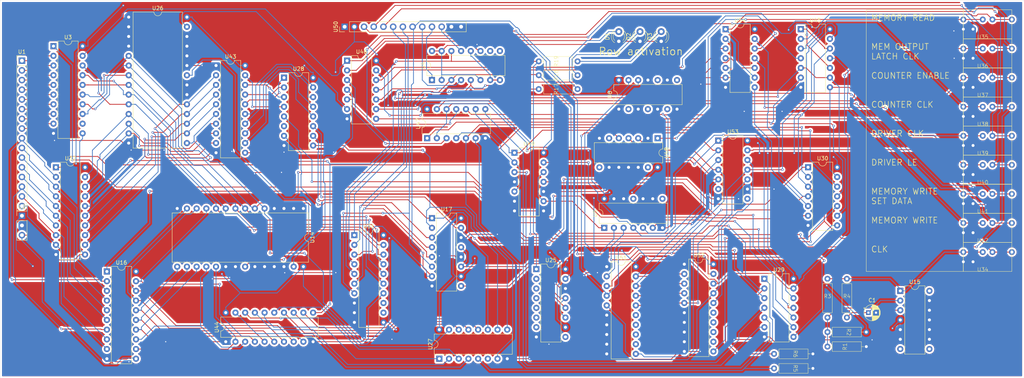
<source format=kicad_pcb>
(kicad_pcb (version 20240108) (generator "pcbnew") (generator_version "8.0")
  (layers (0 "F.Cu" signal) (31 "B.Cu" signal) (34 "B.Paste" user) (35 "F.Paste" user) (36 "B.SilkS" user "B.Silkscreen") (37 "F.SilkS" user "F.Silkscreen") (38 "B.Mask" user) (39 "F.Mask" user) (44 "Edge.Cuts" user))
  (net 0 "")
  (net 1 "Net-(D1-K)")
  (net 2 "Net-(U15-IN-_1)")
  (net 3 "Net-(U15-IN+_1)")
  (net 4 "Net-(D1-A)")
  (net 5 "Net-(U15-OUT_1)")
  (net 6 "Net-(U1-15)")
  (net 7 "Net-(U1-12)")
  (net 8 "Net-(U1-4)")
  (net 9 "Net-(U1-8)")
  (net 10 "Net-(U1-3)")
  (net 11 "Net-(U1-5)")
  (net 12 "Net-(U1-13)")
  (net 13 "Net-(U1-1)")
  (net 14 "Net-(U1-10)")
  (net 15 "Net-(U1-14)")
  (net 16 "Net-(U1-0)")
  (net 17 "Net-(U1-9)")
  (net 18 "Net-(U1-7)")
  (net 19 "Net-(U1-6)")
  (net 20 "Net-(U1-2)")
  (net 21 "Net-(U1-11)")
  (net 22 "Net-(D2-A)")
  (net 23 "Net-(D3-A)")
  (net 24 "Net-(U16-CLK)")
  (net 25 "Net-(U14-A5)")
  (net 26 "Net-(U14-V+)")
  (net 28 "Net-(U14-A4)")
  (net 29 "Net-(U14-A2)")
  (net 30 "Net-(U14-A1)")
  (net 31 "Net-(U29-Q0)")
  (net 32 "Net-(U39-OUT)")
  (net 33 "Net-(U40-OUT)")
  (net 34 "Net-(U14-A3)")
  (net 35 "Net-(U14-A0)")
  (net 36 "Net-(U14-D2)")
  (net 37 "Net-(U14-D0)")
  (net 38 "Net-(U14-D3)")
  (net 39 "Net-(U14-D7)")
  (net 40 "Net-(U14-D5)")
  (net 41 "Net-(U14-D1)")
  (net 42 "Net-(U14-D4)")
  (net 43 "Net-(U14-D6)")
  (net 44 "Net-(U25-Q1)")
  (net 45 "Net-(U25-Q0)")
  (net 46 "Net-(U17-Q1)")
  (net 47 "Net-(U17-Q2)")
  (net 48 "Net-(U17-Q3)")
  (net 49 "Net-(U17-Q4)")
  (net 50 "Net-(U17-Q5)")
  (net 51 "Net-(U17-Q0)")
  (net 52 "Net-(U17-Q6)")
  (net 53 "Net-(U17-Q7)")
  (net 54 "Net-(U3-OE#)")
  (net 55 "Net-(U3-Q0)")
  (net 56 "Net-(U14-WE#)")
  (net 61 "Net-(U14-OE#)")
  (net 62 "Net-(U16-OE#)")
  (net 64 "Net-(U17-CCLK)")
  (net 65 "Net-(U17-RCO#)")
  (net 68 "Net-(U26-WE#)")
  (net 69 "Net-(U27-D5)")
  (net 70 "Net-(U27-Q)")
  (net 71 "Net-(U27-D7)")
  (net 72 "Net-(U27-D3)")
  (net 73 "Net-(U27-D1)")
  (net 75 "Net-(U27-D4)")
  (net 76 "Net-(U27-D0)")
  (net 77 "Net-(U27-D6)")
  (net 78 "Net-(U27-D2)")
  (net 79 "Net-(U28-D2)")
  (net 81 "Net-(U28-D3)")
  (net 82 "Net-(U28-D6)")
  (net 84 "Net-(U28-D7)")
  (net 85 "Net-(U28-D0)")
  (net 86 "Net-(U26-D1)")
  (net 87 "Net-(U26-D5)")
  (net 88 "Net-(U26-D0)")
  (net 89 "Net-(U26-D3)")
  (net 90 "Net-(U28-D4)")
  (net 91 "Net-(U28-D5)")
  (net 92 "Net-(U26-D4)")
  (net 93 "Net-(U28-Q)")
  (net 94 "Net-(U28-D1)")
  (net 95 "Net-(U26-D6)")
  (net 96 "Net-(U26-D2)")
  (net 97 "Net-(U26-D7)")
  (net 98 "Net-(U29-3B)")
  (net 99 "Net-(U27-OE#)")
  (net 100 "Net-(U29-3A)")
  (net 102 "Net-(U4-B0)")
  (net 103 "Net-(U29-Q3)")
  (net 104 "Net-(U29-Q1)")
  (net 105 "Net-(U30-O1)")
  (net 107 "Net-(U30-I2)")
  (net 108 "Net-(U30-I4)")
  (net 109 "Net-(U30-I5)")
  (net 110 "Net-(U30-O5)")
  (net 111 "Net-(U30-I3)")
  (net 112 "Net-(U29-1B)")
  (net 113 "Net-(U35-IN)")
  (net 114 "Net-(U36-OUT)")
  (net 115 "Net-(U37-IN)")
  (net 116 "Net-(U37-OUT)")
  (net 117 "Net-(U38-IN)")
  (net 118 "Net-(U39-IN)")
  (net 119 "Net-(U40-IN)")
  (net 120 "Net-(U41-IN)")
  (net 122 "Net-(U42-OUT)")
  (net 123 "Net-(U42-IN)")
  (net 124 "Net-(U29-1A)")
  (net 125 "Net-(U45-3A)")
  (net 126 "Net-(U46-I2)")
  (net 128 "Net-(U46-I1)")
  (net 129 "Net-(U45-2A)")
  (net 130 "Net-(U46-O5)")
  (net 131 "Net-(U35-OUT)")
  (net 132 "Net-(U47-2A)")
  (net 133 "Net-(U48-A2)")
  (net 135 "Net-(U48-A1)")
  (net 138 "Net-(U4-Σ1)")
  (net 141 "Net-(U51-D3)")
  (net 142 "Net-(U51-Q2)")
  (net 143 "Net-(U51-Q0)")
  (net 153 "Net-(U41-OUT)")
  (net 154 "Net-(U52-Q3)")
  (net 155 "Net-(U30-I1)")
  (net 156 "Net-(U46-O4)")
  (net 157 "Net-(U46-I4)")
  (net 158 "Net-(U4-A3)")
  (net 160 "Net-(U4-Σ2)")
  (net 161 "Net-(U4-Σ0)")
  (net 162 "Net-(U29-2A)")
  (net 164 "Net-(U49-1D)")
  (net 165 "Net-(U29-2B)")
  (net 167 "Net-(U5-1B)")
  (net 173 "Net-(U29-Q2)")
  (net 174 "Net-(U47-4B)")
  (footprint "custom_footprint_library:0.4_pitch_resistor" (layer "F.Cu") (at 539.115 404.495 90)
    (property "Reference" "R18")
    (property "Value" "R")
  )
  (footprint "custom_footprint_library:0.4_pitch_resistor" (layer "F.Cu") (at 614.68 462.915)
    (property "Reference" "R4")
    (property "Value" "R")
  )
  (footprint "Package_DIP:DIP-14_W7.62mm" (layer "F.Cu") (at 582.93 392.43)
    (property "Reference" "U54")
    (property "Value" "~")
  )
  (footprint "Package_DIP:DIP-20_W7.62mm" (layer "F.Cu") (at 572.135 454.025)
    (property "Reference" "U52")
    (property "Value" "~")
  )
  (footprint "custom_footprint_library:jumper" (layer "F.Cu") (at 650.24 410.21)
    (property "Reference" "U37")
    (property "Value" "~")
  )
  (footprint "Package_DIP:DIP-14_W7.62mm" (layer "F.Cu") (at 551.175 444.49 90)
    (property "Reference" "U5")
    (property "Value" "~")
  )
  (footprint "LED_THT:LED_D3.0mm" (layer "F.Cu") (at 560.54 395.61 90)
    (property "Reference" "D2")
    (property "Value" "LED")
  )
  (footprint "custom_footprint_library:jumper" (layer "F.Cu") (at 650.24 417.83)
    (property "Reference" "U38")
    (property "Value" "~")
  )
  (footprint "Package_DIP:DIP-20_W7.62mm" (layer "F.Cu") (at 452.125 474.335 90)
    (property "Reference" "U44")
    (property "Value" "~")
  )
  (footprint "Package_DIP:DIP-14_W7.62mm" (layer "F.Cu") (at 604.52 428.62)
    (property "Reference" "U30")
    (property "Value" "~")
  )
  (footprint "Package_DIP:DIP-14_W7.62mm" (layer "F.Cu") (at 554.99 413.385 90)
    (property "Reference" "U6")
    (property "Value" "~")
  )
  (footprint "Package_DIP:DIP-14_W7.62mm" (layer "F.Cu") (at 565.155 421.015 -90)
    (property "Reference" "U48")
    (property "Value" "~")
  )
  (footprint "custom_footprint_library:jumper" (layer "F.Cu") (at 650.24 440.69)
    (property "Reference" "U41")
    (property "Value" "~")
  )
  (footprint "Package_DIP:DIP-16_W7.62mm" (layer "F.Cu") (at 467.37 405.145)
    (property "Reference" "U28")
    (property "Value" "~")
  )
  (footprint "Package_DIP:DIP-14_W7.62mm" (layer "F.Cu") (at 602.625 392.425)
    (property "Reference" "U45")
    (property "Value" "~")
  )
  (footprint "Package_DIP:DIP-14_W7.62mm" (layer "F.Cu") (at 527.685 424.815)
    (property "Reference" "U49")
    (property "Value" "~")
  )
  (footprint "Package_DIP:DIP-20_W7.62mm" (layer "F.Cu") (at 551.825 454.665)
    (property "Reference" "U51")
    (property "Value" "~")
  )
  (footprint "Package_DIP:DIP-14_W7.62mm" (layer "F.Cu") (at 483.87 400.685)
    (property "Reference" "U46")
    (property "Value" "~")
  )
  (footprint "Package_DIP:DIP-14_W7.62mm" (layer "F.Cu") (at 581.035 421.635)
    (property "Reference" "U53")
    (property "Value" "~")
  )
  (footprint "Package_DIP:DIP-16_W7.62mm" (layer "F.Cu") (at 506.095 441.96)
    (property "Reference" "U17")
    (property "Value" "~")
  )
  (footprint "custom_footprint_library:jumper" (layer "F.Cu") (at 650.24 433.07)
    (property "Reference" "U40")
    (property "Value" "~")
  )
  (footprint "Package_DIP:DIP-16_W7.62mm" (layer "F.Cu") (at 533.41 455.31)
    (property "Reference" "U25")
    (property "Value" "~")
  )
  (footprint "Connector_PinHeader_2.54mm:PinHeader_1x16_P2.54mm_Vertical" (layer "F.Cu") (at 398.78 400.685)
    (property "Reference" "U1")
    (property "Value" "~")
  )
  (footprint "custom_footprint_library:jumper" (layer "F.Cu") (at 650.24 455.93)
    (property "Reference" "U34")
    (property "Value" "~")
  )
  (footprint "LED_THT:LED_D3.0mm" (layer "F.Cu") (at 554.99 395.61 90)
    (property "Reference" "D1")
    (property "Value" "LED")
  )
  (footprint "Connector_PinHeader_2.54mm:PinHeader_1x03_P2.54mm_Vertical" (layer "F.Cu") (at 398.78 441.325)
    (property "Reference" "U2")
    (property "Value" "~")
  )
  (footprint "Package_DIP:DIP-16_W7.62mm" (layer "F.Cu") (at 506.095 405.765 90)
    (property "Reference" "U4")
    (property "Value" "~")
  )
  (footprint "Connector_PinHeader_2.54mm:PinHeader_1x13_P2.54mm_Vertical" (layer "F.Cu") (at 483.235 391.795 90)
    (property "Reference" "U50")
    (property "Value" "~")
  )
  (footprint "Package_DIP:DIP-14_W7.62mm" (layer "F.Cu") (at 628.66 461.005)
    (property "Reference" "U15")
    (property "Value" "~")
  )
  (footprint "Package_DIP:DIP-20_W7.62mm" (layer "F.Cu") (at 421.015 455.935)
    (property "Reference" "U16")
    (property "Value" "~")
  )
  (footprint "custom_footprint_library:0.4_pitch_resistor" (layer "F.Cu") (at 539.115 400.855 90)
    (property "Reference" "R19")
    (property "Value" "R")
  )
  (footprint "custom_footprint_library:0.4_pitch_resistor" (layer "F.Cu") (at 600.71 481.33 -90)
    (property "Reference" "R5")
    (property "Value" "R")
  )
  (footprint "Package_DIP:DIP-14_W7.62mm" (layer "F.Cu") (at 593.09 457.835)
    (property "Reference" "U29")
    (property "Value" "~")
  )
  (footprint "Package_DIP:DIP-20_W7.62mm" (layer "F.Cu") (at 485.785 446.41)
    (property "Reference" "U31")
    (property "Value" "~")
  )
  (footprint "custom_footprint_library:0.4_pitch_resistor" (layer "F.Cu") (at 614.68 471.805 -90)
    (property "Reference" "R2")
    (property "Value" "R")
  )
  (footprint "custom_footprint_library:jumper" (layer "F.Cu") (at 650.24 425.45)
    (property "Reference" "U39")
    (property "Value" "~")
  )
  (footprint "Capacitor_THT:CP_Radial_D4.0mm_P2.00mm" (layer "F.Cu") (at 620.3 466.725)
    (property "Reference" "C1")
    (property "Value" "C")
  )
  (footprint "Package_DIP:DIP-14_W7.62mm" (layer "F.Cu") (at 504.825 421.005 90)
    (property "Reference" "U47")
    (property "Value" "~")
  )
  (footprint "Package_DIP:DIP-20_W7.62mm" (layer "F.Cu") (at 449.58 401.955)
    (property "Reference" "U43")
    (property "Value" "~")
  )
  (footprint "LED_THT:LED_D3.0mm" (layer "F.Cu") (at 566.09 395.61 90)
    (property "Reference" "D3")
    (property "Value" "LED")
  )
  (footprint "custom_footprint_library:0.4_pitch_resistor" (layer "F.Cu") (at 614.68 475.615 90)
    (property "Reference" "R1")
    (property "Value" "R")
  )
  (footprint "custom_footprint_library:jumper" (layer "F.Cu") (at 650.24 402.59)
    (property "Reference" "U36")
    (property "Value" "~")
  )
  (footprint "custom_footprint_library:0.4_pitch_resistor" (layer "F.Cu") (at 600.71 477.52 -90)
    (property "Reference" "R6")
    (property "Value" "R")
  )
  (footprint "custom_footprint_library:jumper" (layer "F.Cu") (at 650.24 394.97)
    (property "Reference" "U35")
    (property "Value" "~")
  )
  (footprint "Package_DIP:DIP-16_W7.62mm" (layer "F.Cu") (at 508.015 478.79 90)
    (property "Reference" "U27")
    (property "Value" "~")
  )
  (footprint "Package_DIP:DIP-28_W15.24mm" (layer "F.Cu") (at 472.44 439.42 -90)
    (property "Reference" "U14")
    (property "Value" "~")
  )
  (footprint "Package_DIP:DIP-20_W7.62mm" (layer "F.Cu") (at 407.035 396.875)
    (property "Reference" "U3")
    (property "Value" "~")
  )
  (footprint "custom_footprint_library:0.4_pitch_resistor" (layer "F.Cu") (at 539.115 408.135 90)
    (property "Reference" "R17")
    (property "Value" "R")
  )
  (footprint "Package_DIP:DIP-28_W15.24mm" (layer "F.Cu") (at 426.715 389.265)
    (property "Reference" "U26")
    (property "Value" "~")
  )
  (footprint "Package_DIP:DIP-20_W7.62mm" (layer "F.Cu") (at 407.68 428.63)
    (property "Reference" "U32")
    (property "Value" "~")
  )
  (footprint "custom_footprint_library:jumper" (layer "F.Cu") (at 650.24 448.31)
    (property "Reference" "U42")
    (property "Value" "~")
  )
  (footprint "custom_footprint_library:0.4_pitch_resistor" (layer "F.Cu") (at 609.6 462.915)
    (property "Reference" "R3")
    (property "Value" "R")
  )
  (gr_rect (start 393.065 384.81) (end 661.035 483.87) (stroke (width 0.05)) (fill none) (layer "Edge.Cuts"))
  (gr_text "Row activation" (at 549.58 399.42 0) (layer "F.SilkS") (effects (font (size 2 2) (thickness 0.2)) (justify left bottom)))
  (gr_text_box "MEMORY READ\n\n\nMEM OUTPUT\nLATCH CLK\n\nCOUNTER ENABLE\n\n\nCOUNTER CLK\n\n\nDRIVER CLK\n\n\nDRIVER LE\n\n\nMEMORY WRITE\nSET DATA\n\nMEMORY WRITE\n\n\nCLK\n" (start 619.76 387.35) (end 645.16 455.93) (layer "F.SilkS") (effects (font (size 1.57 1.57) (thickness 0.157)) (justify left top)) (border yes) (stroke (width 0.1)))
  (segment (start 645.16 438.15) (end 647.7 438.15) (width 0.2) (layer "F.Cu") (net 1))
  (segment (start 515.1167 447.04) (end 515.9694 446.1873) (width 0.2) (layer "F.Cu") (net 1))
  (segment (start 645.16 453.39) (end 647.7 453.39) (width 0.2) (layer "F.Cu") (net 1))
  (segment (start 566.09 395.61) (end 560.54 395.61) (width 0.2) (layer "F.Cu") (net 1))
  (segment (start 644.7497 432.3571) (end 646.1697 432.3571) (width 0.2) (layer "F.Cu") (net 1))
  (segment (start 441.955 394.345) (end 426.715 394.345) (width 0.2) (layer "F.Cu") (net 1))
  (segment (start 443.3667 401.955) (end 443.3567 401.965) (width 0.2) (layer "F.Cu") (net 1))
  (segment (start 460.0083 429.9592) (end 466.7166 429.9592) (width 0.2) (layer "F.Cu") (net 1))
  (segment (start 538.3439 458.9718) (end 539.6283 460.2562) (width 0.2) (layer "F.Cu") (net 1))
  (segment (start 645.16 392.43) (end 647.7 392.43) (width 0.2) (layer "F.Cu") (net 1))
  (segment (start 424.626 421.5977) (end 425.3133 422.285) (width 0.2) (layer "F.Cu") (net 1))
  (segment (start 426.7877 479.5914) (end 423.2131 479.5914) (width 0.2) (layer "F.Cu") (net 1))
  (segment (start 568.9245 443.3822) (end 567.8167 444.49) (width 0.2) (layer "F.Cu") (net 1))
  (segment (start 645.16 430.53) (end 647.7 430.53) (width 0.2) (layer "F.Cu") (net 1))
  (segment (start 553.2267 477.525) (end 554.6293 478.9276) (width 0.2) (layer "F.Cu") (net 1))
  (segment (start 595.9322 474.5155) (end 601.9579 474.5155) (width 0.2) (layer "F.Cu") (net 1))
  (segment (start 605.79 473.8444) (end 621.2836 473.8444) (width 0.2) (layer "F.Cu") (net 1))
  (segment (start 605.79 477.52) (end 605.79 473.8444) (width 0.2) (layer "F.Cu") (net 1))
  (segment (start 595.6113 434.335) (end 588.655 434.335) (width 0.2) (layer "F.Cu") (net 1))
  (segment (start 557.535 428.635) (end 560.075 428.635) (width 0.2) (layer "F.Cu") (net 1))
  (segment (start 472.44 439.42) (end 469.9 439.42) (width 0.2) (layer "F.Cu") (net 1))
  (segment (start 488.3486 473.7019) (end 495.6145 473.7019) (width 0.2) (layer "F.Cu") (net 1))
  (segment (start 560.54 395.61) (end 554.99 395.61) (width 0.2) (layer "F.Cu") (net 1))
  (segment (start 445.9484 401.955) (end 443.3667 401.955) (width 0.2) (layer "F.Cu") (net 1))
  (segment (start 531.6348 478.79) (end 531.6393 478.7855) (width 0.2) (layer "F.Cu") (net 1))
  (segment (start 553.4883 395.61) (end 552.6515 396.4468) (width 0.2) (layer "F.Cu") (net 1))
  (segment (start 480.925 456.2347) (end 467.5856 456.2347) (width 0.2) (layer "F.Cu") (net 1))
  (segment (start 574.2106 443.3822) (end 568.9245 443.3822) (width 0.2) (layer "F.Cu") (net 1))
  (segment (start 449.58 424.815) (end 450.9817 424.815) (width 0.2) (layer "F.Cu") (net 1))
  (segment (start 592.3892 473.075) (end 591.6883 473.075) (width 0.2) (layer "F.Cu") (net 1))
  (segment (start 449.58 424.815) (end 448.1783 424.815) (width 0.2) (layer "F.Cu") (net 1))
  (segment (start 441.955 401.965) (end 443.3567 401.965) (width 0.2) (layer "F.Cu") (net 1))
  (segment (start 467.5856 456.2347) (end 467.5574 456.2629) (width 0.2) (layer "F.Cu") (net 1))
  (segment (start 515.9694 446.1873) (end 523.2222 446.1873) (width 0.2) (layer "F.Cu") (net 1))
  (segment (start 452.12 454.66) (end 454.66 454.66) (width 0.2) (layer "F.Cu") (net 1))
  (segment (start 527.685 440.055) (end 535.305 440.055) (width 0.2) (layer "F.Cu") (net 1))
  (segment (start 586.3317 436.875) (end 581.035 436.875) (width 0.2) (layer "F.Cu") (net 1))
  (segment (start 645.16 400.05) (end 642.7692 400.05) (width 0.2) (layer "F.Cu") (net 1))
  (segment (start 580.6943 406.836) (end 576.4467 406.836) (width 0.2) (layer "F.Cu") (net 1))
  (segment (start 585.1557 473.7517) (end 591.0116 473.7517) (width 0.2) (layer "F.Cu") (net 1))
  (segment (start 512.0153 451.822) (end 512.3133 452.12) (width 0.2) (layer "F.Cu") (net 1))
  (segment (start 581.5283 407.67) (end 580.6943 406.836) (width 0.2) (layer "F.Cu") (net 1))
  (segment (start 487.7155 474.335) (end 488.3486 473.7019) (width 0.2) (layer "F.Cu") (net 1))
  (segment (start 568.6907 478.9276) (end 570.7333 476.885) (width 0.2) (layer "F.Cu") (net 1))
  (segment (start 449.58 401.955) (end 445.9484 401.955) (width 0.2) (layer "F.Cu") (net 1))
  (segment (start 594.4917 473.075) (end 595.9322 474.5155) (width 0.2) (layer "F.Cu") (net 1))
  (segment (start 551.825 477.525) (end 553.2267 477.525) (width 0.2) (layer "F.Cu") (net 1))
  (segment (start 601.9579 474.5155) (end 602.629 473.8444) (width 0.2) (layer "F.Cu") (net 1))
  (segment (start 572.135 476.885) (end 570.7333 476.885) (width 0.2) (layer "F.Cu") (net 1))
  (segment (start 426.715 422.285) (end 425.3133 422.285) (width 0.2) (layer "F.Cu") (net 1))
  (segment (start 480.3339 424.6525) (end 467.37 424.6525) (width 0.2) (layer "F.Cu") (net 1))
  (segment (start 645.16 400.05) (end 647.7 400.05) (width 0.2) (layer "F.Cu") (net 1))
  (segment (start 552.455 428.635) (end 554.995 428.635) (width 0.2) (layer "F.Cu") (net 1))
  (segment (start 647.9385 438.3885) (end 647.7 438.15) (width 0.2) (layer "F.Cu") (net 1))
  (segment (start 645.16 415.29) (end 647.7 415.29) (width 0.2) (layer "F.Cu") (net 1))
  (segment (start 644.6997 392.8903) (end 645.16 392.43) (width 0.2) (layer "F.Cu") (net 1))
  (segment (start 541.03 460.39) (end 539.6283 460.39) (width 0.2) (layer "F.Cu") (net 1))
  (segment (start 430.9469 424.1133) (end 430.9469 425.6315) (width 0.2) (layer "F.Cu") (net 1))
  (segment (start 467.36 439.42) (end 464.82 439.42) (width 0.2) (layer "F.Cu") (net 1))
  (segment (start 508.0342 451.822) (end 512.0153 451.822) (width 0.2) (layer "F.Cu") (net 1))
  (segment (start 513.715 447.04) (end 515.1167 447.04) (width 0.2) (layer "F.Cu") (net 1))
  (segment (start 581.035 436.875) (end 579.175 436.875) (width 0.2) (layer "F.Cu") (net 1))
  (segment (start 554.99 395.61) (end 553.4883 395.61) (width 0.2) (layer "F.Cu") (net 1))
  (segment (start 464.82 454.66) (end 467.36 454.66) (width 0.2) (layer "F.Cu") (net 1))
  (segment (start 462.28 454.66) (end 464.82 454.66) (width 0.2) (layer "F.Cu") (net 1))
  (segment (start 431.4682 426.1528) (end 446.8405 426.1528) (width 0.2) (layer "F.Cu") (net 1))
  (segment (start 423.2131 479.5914) (end 422.4167 478.795) (width 0.2) (layer "F.Cu") (net 1))
  (segment (start 627.1189 473.8444) (end 627.2583 473.705) (width 0.2) (layer "F.Cu") (net 1))
  (segment (start 446.8405 426.1528) (end 448.1783 424.815) (width 0.2) (layer "F.Cu") (net 1))
  (segment (start 645.16 422.91) (end 647.7 422.91) (width 0.2) (layer "F.Cu") (net 1))
  (segment (start 602.629 473.8444) (end 605.79 473.8444) (width 0.2) (layer "F.Cu") (net 1))
  (segment (start 552.6515 396.4468) (end 517.8859 396.4468) (width 0.2) (layer "F.Cu") (net 1))
  (segment (start 582.93 407.67) (end 581.5283 407.67) (width 0.2) (layer "F.Cu") (net 1))
  (segment (start 539.6283 460.2562) (end 539.6283 460.39) (width 0.2) (layer "F.Cu") (net 1))
  (segment (start 556.255 436.87) (end 553.715 436.87) (width 0.2) (layer "F.Cu") (net 1))
  (segment (start 488.3486 473.3029) (end 488.3486 473.7019) (width 0.2) (layer "F.Cu") (net 1))
  (segment (start 591.0116 473.7517) (end 591.6883 473.075) (width 0.2) (layer "F.Cu") (net 1))
  (segment (start 513.715 452.12) (end 512.3133 452.12) (width 0.2) (layer "F.Cu") (net 1))
  (segment (start 551.825 474.985) (end 536.7067 474.985) (width 0.2) (layer "F.Cu") (net 1))
  (segment (start 642.6846 392.8903) (end 644.6997 392.8903) (width 0.2) (layer "F.Cu") (net 1))
  (segment (start 407.3089 421.5977) (end 424.626 421.5977) (width 0.2) (layer "F.Cu") (net 1))
  (segment (start 579.175 436.875) (end 578.3201 436.0201) (width 0.2) (layer "F.Cu") (net 1))
  (segment (start 646.1697 432.3571) (end 647.7294 433.9168) (width 0.2) (layer "F.Cu") (net 1))
  (segment (start 628.66 473.705) (end 636.28 473.705) (width 0.2) (layer "F.Cu") (net 1))
  (segment (start 549.3993 456.2347) (end 546.5847 456.2347) (width 0.2) (layer "F.Cu") (net 1))
  (segment (start 651.0383 438.3885) (end 647.9385 438.3885) (width 0.2) (layer "F.Cu") (net 1))
  (segment (start 550.8407 434.975) (end 535.305 434.975) (width 0.2) (layer "F.Cu") (net 1))
  (segment (start 451.347 424.4497) (end 450.9817 424.815) (width 0.2) (layer "F.Cu") (net 1))
  (segment (start 452.7864 457.8397) (end 448.616 457.8397) (width 0.2) (layer "F.Cu") (net 1))
  (segment (start 597.7288 413.9629) (end 587.8212 413.9629) (width 0.2) (layer "F.Cu") (net 1))
  (segment (start 621.2836 473.8444) (end 627.1189 473.8444) (width 0.2) (layer "F.Cu") (net 1))
  (segment (start 563.875 436.87) (end 561.335 436.87) (width 0.2) (layer "F.Cu") (net 1))
  (segment (start 453.147 457.4791) (end 452.7864 457.8397) (width 0.2) (layer "F.Cu") (net 1))
  (segment (start 469.9 439.42) (end 467.36 439.42) (width 0.2) (layer "F.Cu") (net 1))
  (segment (start 572.135 476.885) (end 576.3301 476.885) (width 0.2) (layer "F.Cu") (net 1))
  (segment (start 435.9706 424.1133) (end 430.9469 424.1133) (width 0.2) (layer "F.Cu") (net 1))
  (segment (start 628.66 473.705) (end 627.2583 473.705) (width 0.2) (layer "F.Cu") (net 1))
  (segment (start 554.6293 478.9276) (end 568.6907 478.9276) (width 0.2) (layer "F.Cu") (net 1))
  (segment (start 452.125 474.335) (end 436.4077 474.335) (width 0.2) (layer "F.Cu") (net 1))
  (segment (start 474.985 474.335) (end 487.7155 474.335) (width 0.2) (layer "F.Cu") (net 1))
  (segment (start 593.09 473.075) (end 594.4917 473.075) (width 0.2) (layer "F.Cu") (net 1))
  (segment (start 566.415 444.49) (end 567.8167 444.49) (width 0.2) (layer "F.Cu") (net 1))
  (segment (start 592.3892 473.075) (end 593.09 473.075) (width 0.2) (layer "F.Cu") (net 1))
  (segment (start 421.015 478.795) (end 422.4167 478.795) (width 0.2) (layer "F.Cu") (net 1))
  (segment (start 430.9469 424.1133) (end 427.3626 424.1133) (width 0.2) (layer "F.Cu") (net 1))
  (segment (start 546.5847 456.2347) (end 545.8114 457.008) (width 0.2) (layer "F.Cu") (net 1))
  (segment (start 645.16 407.67) (end 647.7 407.67) (width 0.2) (layer "F.Cu") (net 1))
  (segment (start 551.3996 434.4161) (end 550.8407 434.975) (width 0.2) (layer "F.Cu") (net 1))
  (segment (start 511.175 391.795) (end 513.715 391.795) (width 0.2) (layer "F.Cu") (net 1))
  (segment (start 453.7194 424.4497) (end 451.347 424.4497) (width 0.2) (layer "F.Cu") (net 1))
  (segment (start 645.16 445.77) (end 647.7 445.77) (width 0.2) (layer "F.Cu") (net 1))
  (segment (start 527.1967 478.79) (end 531.6348 478.79) (width 0.2) (layer "F.Cu") (net 1))
  (segment (start 430.9469 425.6315) (end 431.4682 426.1528) (width 0.2) (layer "F.Cu") (net 1))
  (segment (start 459.74 454.66) (end 462.28 454.66) (width 0.2) (layer "F.Cu") (net 1))
  (segment (start 459.6638 430.3037) (end 460.0083 429.9592) (width 0.2) (layer "F.Cu") (net 1))
  (segment (start 525.795 478.79) (end 527.1967 478.79) (width 0.2) (layer "F.Cu") (net 1))
  (segment (start 554.995 428.635) (end 557.535 428.635) (width 0.2) (layer "F.Cu") (net 1))
  (via (at 427.3626 424.1133) (size 0.6) (drill 0.3) (layers "F.Cu" "B.Cu") (net 1))
  (via (at 436.4077 474.335) (size 0.6) (drill 0.3) (layers "F.Cu" "B.Cu") (net 1))
  (via (at 531.6393 478.7855) (size 0.6) (drill 0.3) (layers "F.Cu" "B.Cu") (net 1))
  (via (at 545.8114 457.008) (size 0.6) (drill 0.3) (layers "F.Cu" "B.Cu") (net 1))
  (via (at 538.3439 458.9718) (size 0.6) (drill 0.3) (layers "F.Cu" "B.Cu") (net 1))
  (via (at 587.8212 413.9629) (size 0.6) (drill 0.3) (layers "F.Cu" "B.Cu") (net 1))
  (via (at 578.3201 436.0201) (size 0.6) (drill 0.3) (layers "F.Cu" "B.Cu") (net 1))
  (via (at 536.7067 474.985) (size 0.6) (drill 0.3) (layers "F.Cu" "B.Cu") (net 1))
  (via (at 495.6145 473.7019) (size 0.6) (drill 0.3) (layers "F.Cu" "B.Cu") (net 1))
  (via (at 574.2106 443.3822) (size 0.6) (drill 0.3) (layers "F.Cu" "B.Cu") (net 1))
  (via (at 585.1557 473.7517) (size 0.6) (drill 0.3) (layers "F.Cu" "B.Cu") (net 1))
  (via (at 466.7166 429.9592) (size 0.6) (drill 0.3) (layers "F.Cu" "B.Cu") (net 1))
  (via (at 523.2222 446.1873) (size 0.6) (drill 0.3) (layers "F.Cu" "B.Cu") (net 1))
  (via (at 426.7877 479.5914) (size 0.6) (drill 0.3) (layers "F.Cu" "B.Cu") (net 1))
  (via (at 576.3301 476.885) (size 0.6) (drill 0.3) (layers "F.Cu" "B.Cu") (net 1))
  (via (at 642.7692 400.05) (size 0.6) (drill 0.3) (layers "F.Cu" "B.Cu") (net 1))
  (via (at 448.616 457.8397) (size 0.6) (drill 0.3) (layers "F.Cu" "B.Cu") (net 1))
  (via (at 467.5574 456.2629) (size 0.6) (drill 0.3) (layers "F.Cu" "B.Cu") (net 1))
  (via (at 453.7194 424.4497) (size 0.6) (drill 0.3) (layers "F.Cu" "B.Cu") (net 1))
  (via (at 508.0342 451.822) (size 0.6) (drill 0.3) (layers "F.Cu" "B.Cu") (net 1))
  (via (at 549.3993 456.2347) (size 0.6) (drill 0.3) (layers "F.Cu" "B.Cu") (net 1))
  (via (at 576.4467 406.836) (size 0.6) (drill 0.3) (layers "F.Cu" "B.Cu") (net 1))
  (via (at 435.9706 424.1133) (size 0.6) (drill 0.3) (layers "F.Cu" "B.Cu") (net 1))
  (via (at 642.6846 392.8903) (size 0.6) (drill 0.3) (layers "F.Cu" "B.Cu") (net 1))
  (via (at 453.147 457.4791) (size 0.6) (drill 0.3) (layers "F.Cu" "B.Cu") (net 1))
  (via (at 586.3317 436.875) (size 0.6) (drill 0.3) (layers "F.Cu" "B.Cu") (net 1))
  (via (at 651.0383 438.3885) (size 0.6) (drill 0.3) (layers "F.Cu" "B.Cu") (net 1))
  (via (at 517.8859 396.4468) (size 0.6) (drill 0.3) (layers "F.Cu" "B.Cu") (net 1))
  (via (at 647.7294 433.9168) (size 0.6) (drill 0.3) (layers "F.Cu" "B.Cu") (net 1))
  (via (at 621.2836 473.8444) (size 0.6) (drill 0.3) (layers "F.Cu" "B.Cu") (net 1))
  (via (at 488.3486 473.3029) (size 0.6) (drill 0.3) (layers "F.Cu" "B.Cu") (net 1))
  (via (at 445.9484 401.955) (size 0.6) (drill 0.3) (layers "F.Cu" "B.Cu") (net 1))
  (via (at 644.7497 432.3571) (size 0.6) (drill 0.3) (layers "F.Cu" "B.Cu") (net 1))
  (via (at 480.925 456.2347) (size 0.6) (drill 0.3) (layers "F.Cu" "B.Cu") (net 1))
  (via (at 459.6638 430.3037) (size 0.6) (drill 0.3) (layers "F.Cu" "B.Cu") (net 1))
  (via (at 551.3996 434.4161) (size 0.6) (drill 0.3) (layers "F.Cu" "B.Cu") (net 1))
  (via (at 595.6113 434.335) (size 0.6) (drill 0.3) (layers "F.Cu" "B.Cu") (net 1))
  (via (at 480.3339 424.6525) (size 0.6) (drill 0.3) (layers "F.Cu" "B.Cu") (net 1))
  (via (at 597.7288 413.9629) (size 0.6) (drill 0.3) (layers "F.Cu" "B.Cu") (net 1))
  (via (at 407.3089 421.5977) (size 0.6) (drill 0.3) (layers "F.Cu" "B.Cu") (net 1))
  (via (at 467.37 424.6525) (size 0.6) (drill 0.3) (layers "F.Cu" "B.Cu") (net 1))
  (segment (start 483.87 415.925) (end 483.87 421.1164) (width 0.2) (layer "B.Cu") (net 1))
  (segment (start 536.7076 436.3776) (end 536.7076 439.3537) (width 0.2) (layer "B.Cu") (net 1))
  (segment (start 644.7497 430.9403) (end 644.7497 432.3571) (width 0.2) (layer "B.Cu") (net 1))
  (segment (start 535.8155 448.2109) (end 535.8155 448.9577) (width 0.2) (layer "B.Cu") (net 1))
  (segment (start 570.23 413.385) (end 570.23 412.1591) (width 0.2) (layer "B.Cu") (net 1))
  (segment (start 566.09 404.3633) (end 566.09 397.1117) (width 0.2) (layer "B.Cu") (net 1))
  (segment (start 506.095 459.74) (end 508.0342 457.8008) (width 0.2) (layer "B.Cu") (net 1))
  (segment (start 551.825 474.985) (end 551.825 477.525) (width 0.2) (layer "B.Cu") (net 1))
  (segment (start 533.41 474.4917) (end 531.6393 476.2624) (width 0.2) (layer "B.Cu") (net 1))
  (segment (start 566.415 444.49) (end 566.415 443.0883) (width 0.2) (layer "B.Cu") (net 1))
  (segment (start 523.2222 445.9195) (end 523.2222 446.1873) (width 0.2) (layer "B.Cu") (net 1))
  (segment (start 554.995 428.635) (end 554.995 430.0367) (width 0.2) (layer "B.Cu") (net 1))
  (segment (start 572.135 471.805) (end 572.135 474.345) (width 0.2) (layer "B.Cu") (net 1))
  (segment (start 520.065 424.815) (end 520.065 421.005) (width 0.2) (layer "B.Cu") (net 1))
  (segment (start 400.2317 445.4434) (end 406.2783 451.49) (width 0.2) (layer "B.Cu") (net 1))
  (segment (start 453.7194 424.4497) (end 453.7194 406.0944) (width 0.2) (layer "B.Cu") (net 1))
  (segment (start 572.135 474.345) (end 572.135 476.885) (width 0.2) (layer "B.Cu") (net 1))
  (segment (start 554.995 430.0367) (end 553.715 431.3167) (width 0.2) (layer "B.Cu") (net 1))
  (segment (start 527.685 437.515) (end 527.685 440.055) (width 0.2) (layer "B.Cu") (net 1))
  (segment (start 562.615 415.93) (end 563.7583 414.7867) (width 0.2) (layer "B.Cu") (net 1))
  (segment (start 467.36 456.0655) (end 467.5574 456.2629) (width 0.2) (layer "B.Cu") (net 1))
  (segment (start 570.23 411.9848) (end 570.23 411.9833) (width 0.2) (layer "B.Cu") (net 1))
  (segment (start 647.7 415.29) (end 647.7 422.91) (width 0.2) (layer "B.Cu") (net 1))
  (segment (start 565.15 411.9833) (end 565.1515 411.9833) (width 0.2) (layer "B.Cu") (net 1))
  (segment (start 621.2836 474.0914) (end 621.2836 473.8444) (width 0.2) (layer "B.Cu") (net 1))
  (segment (start 406.2783 464.0583) (end 406.2783 451.49) (width 0.2) (layer "B.Cu") (net 1))
  (segment (start 566.2883 404.3633) (end 566.09 404.3633) (width 0.2) (layer "B.Cu") (net 1))
  (segment (start 426.936 423.6867) (end 427.3626 424.1133) (width 0.2) (layer "B.Cu") (net 1))
  (segment (start 636.28 471.165) (end 636.28 468.625) (width 0.2) (layer "B.Cu") (net 1))
  (segment (start 535.305 440.055) (end 536.0063 440.055) (width 0.2) (layer "B.Cu") (net 1))
  (segment (start 398.78 443.865) (end 400.2317 443.865) (width 0.2) (layer "B.Cu") (net 1))
  (segment (start 427.4582 480.2619) (end 430.4808 480.2619) (width 0.2) (layer "B.Cu") (net 1))
  (segment (start 426.715 389.265) (end 426.715 391.805) (width 0.2) (layer "B.Cu") (net 1))
  (segment (start 483.87 421.1164) (end 480.3339 424.6525) (width 0.2) (layer "B.Cu") (net 1))
  (segment (start 647.7 407.67) (end 647.7 415.29) (width 0.2) (layer "B.Cu") (net 1))
  (segment (start 570.23 411.9833) (end 571.2994 411.9833) (width 0.2) (layer "B.Cu") (net 1))
  (segment (start 551.825 472.445) (end 551.825 474.985) (width 0.2) (layer "B.Cu") (net 1))
  (segment (start 551.825 467.365) (end 551.825 469.905) (width 0.2) (layer "B.Cu") (net 1))
  (segment (start 619.76 475.615) (end 621.2836 474.0914) (width 0.2) (layer "B.Cu") (net 1))
  (segment (start 445.9483 403.0517) (end 445.9483 401.955) (width 0.2) (layer "B.Cu") (net 1))
  (segment (start 459.6186 430.3489) (end 453.7194 424.4497) (width 0.2) (layer "B.Cu") (net 1))
  (segment (start 636.28 473.705) (end 636.28 471.165) (width 0.2) (layer "B.Cu") (net 1))
  (segment (start 506.095 459.74) (end 506.095 463.2214) (width 0.2) (layer "B.Cu") (net 1))
  (segment (start 567.69 409.4448) (end 567.69 405.765) (width 0.2) (layer "B.Cu") (net 1))
  (segment (start 570.23 411.9848) (end 567.69 409.4448) (width 0.2) (layer "B.Cu") (net 1))
  (segment (start 513.715 391.795) (end 513.715 393.2467) (width 0.2) (layer "B.Cu") (net 1))
  (segment (start 542.4317 460.39) (end 543.4483 460.39) (width 0.2) (layer "B.Cu") (net 1))
  (segment (start 622.3 472.828) (end 622.3 466.725) (width 0.2) (layer "B.Cu") (net 1))
  (segment (start 467.36 454.66) (end 467.36 456.0655) (width 0.2) (layer "B.Cu") (net 1))
  (segment (start 562.615 422.4167) (end 560.075 424.9567) (width 0.2) (layer "B.Cu") (net 1))
  (segment (start 551.5322 434.2835) (end 551.3996 434.4161) (width 0.2) (layer "B.Cu") (net 1))
  (segment (start 508.0342 457.8008) (end 508.0342 451.822) (width 0.2) (layer "B.Cu") (net 1))
  (segment (start 536.0063 440.055) (end 536.0063 448.0201) (width 0.2) (layer "B.Cu") (net 1))
  (segment (start 562.615 421.015) (end 562.615 422.4167) (width 0.2) (layer "B.Cu") (net 1))
  (segment (start 467.37 429.3058) (end 466.7166 429.9592) (width 0.2) (layer "B.Cu") (net 1))
  (segment (start 426.715 423.6867) (end 426.936 423.6867) (width 0.2) (layer "B.Cu") (net 1))
  (segment (start 552.455 428.635) (end 552.455 427.2333) (width 0.2) (layer "B.Cu") (net 1))
  (segment (start 513.715 393.2467) (end 514.6858 393.2467) (width 0.2) (layer "B.Cu") (net 1))
  (segment (start 556.4046 411.9704) (end 558.6554 411.9704) (width 0.2) (layer "B.Cu") (net 1))
  (segment (start 527.685 441.4567) (end 523.2222 445.9195) (width 0.2) (layer "B.Cu") (net 1))
  (segment (start 566.09 404.3633) (end 562.61 404.3633) (width 0.2) (layer "B.Cu") (net 1))
  (segment (start 551.825 454.665) (end 550.4233 454.665) (width 0.2) (layer "B.Cu") (net 1))
  (segment (start 550.4233 454.665) (end 550.4233 455.2107) (width 0.2) (layer "B.Cu") (net 1))
  (segment (start 485.785 464.19) (end 485.785 466.73) (width 0.2) (layer "B.Cu") (net 1))
  (segment (start 441.955 396.885) (end 441.955 394.345) (width 0.2) (layer "B.Cu") (net 1))
  (segment (start 452.12 454.66) (end 452.12 456.0617) (width 0.2) (layer "B.Cu") (net 1))
  (segment (start 645.16 430.53) (end 644.7497 430.9403) (width 0.2) (layer "B.Cu") (net 1))
  (segment (start 454.66 454.66) (end 456.0778 456.0778) (width 0.2) (layer "B.Cu") (net 1))
  (segment (start 467.37 422.925) (end 467.37 424.6525) (width 0.2) (layer "B.Cu") (net 1))
  (segment (start 645.16 454.665) (end 645.16 453.39) (width 0.2) (layer "B.Cu") (net 1))
  (segment (start 578.32 439.2728) (end 578.32 436.0201) (width 0.2) (layer "B.Cu") (net 1))
  (segment (start 553.715 431.3167) (end 553.715 434.2835) (width 0.2) (layer "B.Cu") (net 1))
  (segment (start 572.135 466.725) (end 572.135 469.265) (width 0.2) (layer "B.Cu") (net 1))
  (segment (start 602.625 409.0667) (end 597.7288 413.9629) (width 0.2) (layer "B.Cu") (net 1))
  (segment (start 541.03 460.39) (end 542.4317 460.39) (width 0.2) (layer "B.Cu") (net 1))
  (segment (start 572.135 454.025) (end 573.5813 455.4713) (width 0.2) (layer "B.Cu") (net 1))
  (segment (start 407.035 419.735) (end 407.035 421.3238) (width 0.2) (layer "B.Cu") (net 1))
  (segment (start 452.125 472.9333) (end 448.616 469.4243) (width 0.2) (layer "B.Cu") (net 1))
  (segment (start 628.66 471.165) (end 628.66 473.705) (width 0.2) (layer "B.Cu") (net 1))
  (segment (start 536.0063 448.0201) (end 535.8155 448.2109) (width 0.2) (layer "B.Cu") (net 1))
  (segment (start 480.925 456.2347) (end 480.925 459.33) (width 0.2) (layer "B.Cu") (net 1))
  (segment (start 571.2994 411.9833) (end 576.4467 406.836) (width 0.2) (layer "B.Cu") (net 1))
  (segment (start 526.1997 436.0297) (end 526.1997 433.9203) (width 0.2) (layer "B.Cu") (net 1))
  (segment (start 582.93 407.67) (end 582.93 409.0717) (width 0.2) (layer "B.Cu") (net 1))
  (segment (start 647.7 438.15) (end 647.7 445.77) (width 0.2) (layer "B.Cu") (net 1))
  (segment (start 441.955 401.965) (end 441.955 399.425) (width 0.2) (layer "B.Cu") (net 1))
  (segment (start 514.6858 393.2467) (end 517.8859 396.4468) (width 0.2) (layer "B.Cu") (net 1))
  (segment (start 585.1557 473.7517) (end 580.5707 478.3367) (width 0.2) (layer "B.Cu") (net 1))
  (segment (start 534.8117 473.09) (end 536.7067 474.985) (width 0.2) (layer "B.Cu") (net 1))
  (segment (start 536.7076 439.3537) (end 536.0063 440.055) (width 0.2) (layer "B.Cu") (net 1))
  (segment (start 559.8738 438.3312) (end 561.335 436.87) (width 0.2) (layer "B.Cu") (net 1))
  (segment (start 485.785 469.27) (end 485.785 470.6717) (width 0.2) (layer "B.Cu") (net 1))
  (segment (start 426.715 422.285) (end 426.715 423.6867) (width 0.2) (layer "B.Cu") (net 1))
  (segment (start 553.715 434.2835) (end 551.5322 434.2835) (width 0.2) (layer "B.Cu") (net 1))
  (segment (start 533.41 473.09) (end 534.8117 473.09) (width 0.2) (layer "B.Cu") (net 1))
  (segment (start 531.6393 476.2624) (end 531.6393 478.7855) (width 0.2) (layer "B.Cu") (net 1))
  (segment (start 426.715 391.805) (end 426.715 394.345) (width 0.2) (layer "B.Cu") (net 1))
  (segment (start 588.655 434.335) (end 586.3317 436.6583) (width 0.2) (layer "B.Cu") (net 1))
  (segment (start 488.3486 473.2353) (end 488.3486 473.3029) (width 0.2) (layer "B.Cu") (net 1))
  (segment (start 441.955 399.425) (end 441.955 396.885) (width 0.2) (layer "B.Cu") (net 1))
  (segment (start 642.6846 399.9654) (end 642.7692 400.05) (width 0.2) (layer "B.Cu") (net 1))
  (segment (start 533.41 473.09) (end 533.41 474.4917) (width 0.2) (layer "B.Cu") (net 1))
  (segment (start 570.23 412.1591) (end 570.23 411.9848) (width 0.2) (layer "B.Cu") (net 1))
  (segment (start 485.785 466.73) (end 485.785 469.27) (width 0.2) (layer "B.Cu") (net 1))
  (segment (start 561.4717 414.7867) (end 562.615 415.93) (width 0.2) (layer "B.Cu") (net 1))
  (segment (start 536.0063 449.1485) (end 536.0063 456.6342) (width 0.2) (layer "B.Cu") (net 1))
  (segment (start 553.715 434.2835) (end 553.715 436.87) (width 0.2) (layer "B.Cu") (net 1))
  (segment (start 452.12 456.0617) (end 453.147 457.0887) (width 0.2) (layer "B.Cu") (net 1))
  (segment (start 560.075 424.9567) (end 560.075 428.635) (width 0.2) (layer "B.Cu") (net 1))
  (segment (start 577.7818 478.3367) (end 576.3301 476.885) (width 0.2) (layer "B.Cu") (net 1))
  (segment (start 543.4483 459.3711) (end 545.8114 457.008) (width 0.2) (layer "B.Cu") (net 1))
  (segment (start 604.52 443.86) (end 595.6113 434.9513) (width 0.2) (layer "B.Cu") (net 1))
  (segment (start 549.915 424.6933) (end 549.915 421.015) (width 0.2) (layer "B.Cu") (net 1))
  (segment (start 459.6638 430.3037) (end 459.6186 430.3489) (width 0.2) (layer "B.Cu") (net 1))
  (segment (start 572.135 469.265) (end 572.135 471.805) (width 0.2) (layer "B.Cu") (net 1))
  (segment (start 421.015 478.795) (end 406.2783 464.0583) (width 0.2) (layer "B.Cu") (net 1))
  (segment (start 407.035 421.3238) (end 407.3089 421.5977) (width 0.2) (layer "B.Cu") (net 1))
  (segment (start 464.82 439.42) (end 464.82 435.5503) (width 0.2) (layer "B.Cu") (net 1))
  (segment (start 552.455 427.2333) (end 549.915 424.6933) (width 0.2) (layer "B.Cu") (net 1))
  (segment (start 554.99 413.385) (end 556.4046 411.9704) (width 0.2) (layer "B.Cu") (net 1))
  (segment (start 573.5813 455.4713) (end 573.5813 465.2787) (width 0.2) (layer "B.Cu") (net 1))
  (segment (start 543.4483 460.39) (end 550.4233 467.365) (width 0.2) (layer "B.Cu") (net 1))
  (segment (start 448.616 469.4243) (end 448.616 457.8397) (width 0.2) (layer "B.Cu") (net 1))
  (segment (start 513.715 452.12) (end 512.3133 450.7183) (width 0.2) (layer "B.Cu") (net 1))
  (segment (start 535.8155 448.9577) (end 536.0063 449.1485) (width 0.2) (layer "B.Cu") (net 1))
  (segment (start 574.2106 443.3822) (end 578.32 439.2728) (width 0.2) (layer "B.Cu") (net 1))
  (segment (start 480.925 459.33) (end 485.785 464.19) (width 0.2) (layer "B.Cu") (net 1))
  (segment (start 642.6846 392.8903) (end 642.6846 399.9654) (width 0.2) (layer "B.Cu") (net 1))
  (segment (start 467.37 424.6525) (end 467.37 429.3058) (width 0.2) (layer "B.Cu") (net 1))
  (segment (start 441.955 407.045) (end 445.9483 403.0517) (width 0.2) (layer "B.Cu") (net 1))
  (segment (start 400.2317 443.865) (end 400.2317 445.4434) (width 0.2) (layer "B.Cu") (net 1))
  (segment (start 565.1515 411.9833) (end 567.69 409.4448) (width 0.2) (layer "B.Cu") (net 1))
  (segment (start 573.5813 465.2787) (end 572.135 466.725) (width 0.2) (layer "B.Cu") (net 1))
  (segment (start 647.7 422.91) (end 647.7 430.53) (width 0.2) (layer "B.Cu") (net 1))
  (segment (start 536.0063 456.6342) (end 538.3439 458.9718) (width 0.2) (layer "B.Cu") (net 1))
  (segment (start 445.9483 401.955) (end 445.9484 401.955) (width 0.2) (layer "B.Cu") (net 1))
  (segment (start 621.2836 473.8444) (end 622.3 472.828) (width 0.2) (layer "B.Cu") (net 1))
  (segment (start 636.28 463.545) (end 645.16 454.665) (width 0.2) (layer "B.Cu") (net 1))
  (segment (start 452.125 474.335) (end 452.125 472.9333) (width 0.2) (layer "B.Cu") (net 1))
  (segment (start 562.615 415.93) (end 562.615 419.6133) (width 0.2) (layer "B.Cu") (net 1))
  (segment (start 565.15 413.385) (end 565.15 411.9833) (width 0.2) (layer "B.Cu") (net 1))
  (segment (start 430.4808 480.2619) (end 436.4077 474.335) (width 0.2) (layer "B.Cu") (net 1))
  (segment (start 506.095 463.2214) (end 495.6145 473.7019) (width 0.2) (layer "B.Cu") (net 1))
  (segment (start 556.255 436.87) (end 557.7162 438.3312) (width 0.2) (layer "B.Cu") (net 1))
  (segment (start 636.28 468.625) (end 636.28 466.085) (width 0.2) (layer "B.Cu") (net 1))
  (segment (start 565.15 413.385) (end 565.15 414.7867) (width 0.2) (layer "B.Cu") (net 1))
  (segment (start 435.9706 424.1133) (end 435.9706 434.5689) (width 0.2) (layer "B.Cu") (net 1))
  (segment (start 512.3133 450.7183) (end 512.3133 448.4417) (width 0.2) (layer "B.Cu") (net 1))
  (segment (start 562.61 405.765) (end 562.61 404.3633) (width 0.2) (layer "B.Cu") (net 1))
  (segment (start 535.305 434.975) (end 536.7076 436.3776) (width 0.2) (layer "B.Cu") (net 1))
  (segment (start 647.7294 435.0796) (end 651.0383 438.3885) (width 0.2) (layer "B.Cu") (net 1))
  (segment (start 527.685 440.055) (end 527.685 441.4567) (width 0.2) (layer "B.Cu") (net 1))
  (segment (start 407.68 451.49) (end 406.2783 451.49) (width 0.2) (layer "B.Cu") (net 1))
  (segment (start 485.785 470.6717) (end 488.3486 473.2353) (width 0.2) (layer "B.Cu") (net 1))
  (segment (start 512.3133 448.4417) (end 513.715 447.04) (width 0.2) (layer "B.Cu") (net 1))
  (segment (start 426.7877 479.5914) (end 427.4582 480.2619) (width 0.2) (layer "B.Cu") (net 1))
  (segment (start 456.0778 456.0778) (end 458.3222 456.0778) (width 0.2) (layer "B.Cu") (net 1))
  (segment (start 567.69 405.765) (end 566.2883 404.3633) (width 0.2) (layer "B.Cu") (net 1))
  (segment (start 605.79 481.33) (end 605.79 477.52) (width 0.2) (layer "B.Cu") (net 1))
  (segment (start 551.825 467.365) (end 550.4233 467.365) (width 0.2) (layer "B.Cu") (net 1))
  (segment (start 647.7 445.77) (end 647.7 453.39) (width 0.2) (layer "B.Cu") (net 1))
  (segment (start 453.147 457.0887) (end 453.147 457.4791) (width 0.2) (layer "B.Cu") (net 1))
  (segment (start 435.9706 434.5689) (end 439.42 438.0183) (width 0.2) (layer "B.Cu") (net 1))
  (segment (start 557.7162 438.3312) (end 559.8738 438.3312) (width 0.2) (layer "B.Cu") (net 1))
  (segment (start 560.07 414.7867) (end 561.4717 414.7867) (width 0.2) (layer "B.Cu") (net 1))
  (segment (start 602.625 407.665) (end 602.625 409.0667) (width 0.2) (layer "B.Cu") (net 1))
  (segment (start 595.6113 434.9513) (end 595.6113 434.335) (width 0.2) (layer "B.Cu") (net 1))
  (segment (start 551.825 469.905) (end 551.825 472.445) (width 0.2) (layer "B.Cu") (net 1))
  (segment (start 458.3222 456.0778) (end 459.74 454.66) (width 0.2) (layer "B.Cu") (net 1))
  (segment (start 527.685 437.515) (end 526.1997 436.0297) (width 0.2) (layer "B.Cu") (net 1))
  (segment (start 562.615 421.015) (end 562.615 419.6133) (width 0.2) (layer "B.Cu") (net 1))
  (segment (start 578.32 436.0201) (end 578.3201 436.0201) (width 0.2) (layer "B.Cu") (net 1))
  (segment (start 560.07 413.385) (end 560.07 414.7867) (width 0.2) (layer "B.Cu") (net 1))
  (segment (start 453.7194 406.0944) (end 449.58 401.955) (width 0.2) (layer "B.Cu") (net 1))
  (segment (start 647.7 400.05) (end 647.7 407.67) (width 0.2) (layer "B.Cu") (net 1))
  (segment (start 543.4483 460.39) (end 543.4483 459.3711) (width 0.2) (layer "B.Cu") (net 1))
  (segment (start 566.09 395.61) (end 566.09 397.1117) (width 0.2) (layer "B.Cu") (net 1))
  (segment (start 647.7294 433.9168) (end 647.7294 435.0796) (width 0.2) (layer "B.Cu") (net 1))
  (segment (start 439.42 439.42) (end 439.42 438.0183) (width 0.2) (layer "B.Cu") (net 1))
  (segment (start 426.715 394.345) (end 426.715 396.885) (width 0.2) (layer "B.Cu") (net 1))
  (segment (start 527.685 432.435) (end 520.065 424.815) (width 0.2) (layer "B.Cu") (net 1))
  (segment (start 563.875 440.5483) (end 563.875 436.87) (width 0.2) (layer "B.Cu") (net 1))
  (segment (start 566.415 443.0883) (end 563.875 440.5483) (width 0.2) (layer "B.Cu") (net 1))
  (segment (start 580.5707 478.3367) (end 577.7818 478.3367) (width 0.2) (layer "B.Cu") (net 1))
  (segment (start 636.28 466.085) (end 636.28 463.545) (width 0.2) (layer "B.Cu") (net 1))
  (segment (start 586.3317 436.6583) (end 586.3317 436.875) (width 0.2) (layer "B.Cu") (net 1))
  (segment (start 464.82 454.66) (end 464.82 439.42) (width 0.2) (layer "B.Cu") (net 1))
  (segment (start 441.955 409.585) (end 441.955 407.045) (width 0.2) (layer "B.Cu") (net 1))
  (segment (start 464.82 435.5503) (end 459.6186 430.3489) (width 0.2) (layer "B.Cu") (net 1))
  (segment (start 558.6554 411.9704) (end 560.07 413.385) (width 0.2) (layer "B.Cu") (net 1))
  (segment (start 582.93 409.0717) (end 587.8212 413.9629) (width 0.2) (layer "B.Cu") (net 1))
  (segment (start 563.7583 414.7867) (end 565.15 414.7867) (width 0.2) (layer "B.Cu") (net 1))
  (segment (start 550.4233 455.2107) (end 549.3993 456.2347) (width 0.2) (layer "B.Cu") (net 1))
  (segment (start 526.1997 433.9203) (end 527.685 432.435) (width 0.2) (layer "B.Cu") (net 1))
  (segment (start 615.95 466.725) (end 614.68 467.995) (width 0.2) (layer "F.Cu") (net 2))
  (segment (start 620.3 466.725) (end 615.95 466.725) (width 0.2) (layer "F.Cu") (net 2))
  (segment (start 628.66 463.545) (end 623.48 463.545) (width 0.2) (layer "B.Cu") (net 2))
  (segment (start 623.48 463.545) (end 620.3 466.725) (width 0.2) (layer "B.Cu") (net 2))
  (segment (start 627.2583 466.085) (end 626.6777 465.5044) (width 0.2) (layer "F.Cu") (net 3))
  (segment (start 626.6777 465.5044) (end 612.0906 465.5044) (width 0.2) (layer "F.Cu") (net 3))
  (segment (start 628.66 466.085) (end 627.2583 466.085) (width 0.2) (layer "F.Cu") (net 3))
  (segment (start 612.0906 465.5044) (end 609.6 467.995) (width 0.2) (layer "F.Cu") (net 3))
  (segment (start 609.6 467.995) (end 609.6 471.805) (width 0.2) (layer "B.Cu") (net 3))
  (segment (start 609.6 471.805) (end 609.6 475.615) (width 0.2) (layer "B.Cu") (net 3))
  (segment (start 546.6432 395.4219) (end 549.9854 395.4219) (width 0.2) (layer "B.Cu") (net 4))
  (segment (start 542.0697 399.9954) (end 546.6432 395.4219) (width 0.2) (layer "B.Cu") (net 4))
  (segment (start 544.195 408.135) (end 542.0697 406.0097) (width 0.2) (layer "B.Cu") (net 4))
  (segment (start 549.9854 395.4219) (end 552.3373 393.07) (width 0.2) (layer "B.Cu") (net 4))
  (segment (start 542.0697 406.0097) (end 542.0697 399.9954) (width 0.2) (layer "B.Cu") (net 4))
  (segment (start 552.3373 393.07) (end 554.99 393.07) (width 0.2) (layer "B.Cu") (net 4))
  (segment (start 650.24 450.85) (end 645.16 450.85) (width 0.2) (layer "F.Cu") (net 5))
  (segment (start 609.6 457.835) (end 614.68 457.835) (width 0.2) (layer "F.Cu") (net 5))
  (segment (start 626.0175 457.835) (end 614.68 457.835) (width 0.2) (layer "B.Cu") (net 5))
  (segment (start 629.1875 461.005) (end 626.0175 457.835) (width 0.2) (layer "B.Cu") (net 5))
  (segment (start 640.2167 450.85) (end 630.0617 461.005) (width 0.2) (layer "B.Cu") (net 5))
  (segment (start 628.66 461.005) (end 629.1875 461.005) (width 0.2) (layer "B.Cu") (net 5))
  (segment (start 645.16 450.85) (end 640.2167 450.85) (width 0.2) (layer "B.Cu") (net 5))
  (segment (start 629.1875 461.005) (end 630.0617 461.005) (width 0.2) (layer "B.Cu") (net 5))
  (segment (start 400.2317 438.785) (end 400.2317 441.5017) (width 0.2) (layer "B.Cu") (net 6))
  (segment (start 409.0817 464.3217) (end 409.0817 450.3517) (width 0.2) (layer "B.Cu") (net 6))
  (segment (start 398.78 438.785) (end 400.2317 438.785) (width 0.2) (layer "B.Cu") (net 6))
  (segment (start 421.015 476.255) (end 409.0817 464.3217) (width 0.2) (layer "B.Cu") (net 6))
  (segment (start 400.2317 441.5017) (end 407.68 448.95) (width 0.2) (layer "B.Cu") (net 6))
  (segment (start 409.0817 450.3517) (end 407.68 448.95) (width 0.2) (layer "B.Cu") (net 6))
  (segment (start 398.78 431.165) (end 405.1252 437.5102) (width 0.2) (layer "B.Cu") (net 7))
  (segment (start 421.015 468.635) (end 410.715 458.335) (width 0.2) (layer "B.Cu") (net 7))
  (segment (start 405.1252 437.5102) (end 405.1252 438.7752) (width 0.2) (layer "B.Cu") (net 7))
  (segment (start 405.1252 438.7752) (end 407.68 441.33) (width 0.2) (layer "B.Cu") (net 7))
  (segment (start 410.715 458.335) (end 410.715 444.365) (width 0.2) (layer "B.Cu") (net 7))
  (segment (start 410.715 444.365) (end 407.68 441.33) (width 0.2) (layer "B.Cu") (net 7))
  (segment (start 398.78 410.845) (end 404.3633 410.845) (width 0.2) (layer "F.Cu") (net 8))
  (segment (start 404.3633 410.845) (end 405.6333 409.575) (width 0.2) (layer "F.Cu") (net 8))
  (segment (start 407.035 409.575) (end 405.6333 409.575) (width 0.2) (layer "F.Cu") (net 8))
  (segment (start 419.2315 458.0932) (end 419.6133 458.475) (width 0.2) (layer "F.Cu") (net 9))
  (segment (start 396.2019 458.0932) (end 419.2315 458.0932) (width 0.2) (layer "F.Cu") (net 9))
  (segment (start 421.015 458.475) (end 419.6133 458.475) (width 0.2) (layer "F.Cu") (net 9))
  (via (at 396.2019 458.0932) (size 0.6) (drill 0.3) (layers "F.Cu" "B.Cu") (net 9))
  (segment (start 404.75 428.24) (end 404.75 427.4431) (width 0.2) (layer "B.Cu") (net 9))
  (segment (start 398.78 421.005) (end 398.7833 421.0083) (width 0.2) (layer "B.Cu") (net 9))
  (segment (start 407.68 431.17) (end 404.75 428.24) (width 0.2) (layer "B.Cu") (net 9))
  (segment (start 398.7833 421.0083) (end 398.7833 421.4763) (width 0.2) (layer "B.Cu") (net 9))
  (segment (start 404.75 427.4431) (end 398.7833 421.4763) (width 0.2) (layer "B.Cu") (net 9))
  (segment (start 398.7833 421.4763) (end 395.8589 424.4007) (width 0.2) (layer "B.Cu") (net 9))
  (segment (start 395.8589 457.7502) (end 396.2019 458.0932) (width 0.2) (layer "B.Cu") (net 9))
  (segment (start 395.8589 424.4007) (end 395.8589 457.7502) (width 0.2) (layer "B.Cu") (net 9))
  (segment (start 398.78 408.305) (end 404.3633 408.305) (width 0.2) (layer "F.Cu") (net 10))
  (segment (start 407.035 407.035) (end 405.6333 407.035) (width 0.2) (layer "F.Cu") (net 10))
  (segment (start 404.3633 408.305) (end 405.6333 407.035) (width 0.2) (layer "F.Cu") (net 10))
  (segment (start 404.3633 413.385) (end 405.6333 412.115) (width 0.2) (layer "F.Cu") (net 11))
  (segment (start 407.035 412.115) (end 405.6333 412.115) (width 0.2) (layer "F.Cu") (net 11))
  (segment (start 398.78 413.385) (end 404.3633 413.385) (width 0.2) (layer "F.Cu") (net 11))
  (segment (start 419.4475 471.0092) (end 419.6133 471.175) (width 0.2) (layer "F.Cu") (net 12))
  (segment (start 421.015 471.175) (end 419.6133 471.175) (width 0.2) (layer "F.Cu") (net 12))
  (segment (start 409.1764 471.0092) (end 419.4475 471.0092) (width 0.2) (layer "F.Cu") (net 12))
  (via (at 409.1764 471.0092) (size 0.6) (drill 0.3) (layers "F.Cu" "B.Cu") (net 12))
  (segment (start 404.425 439.8181) (end 398.7807 434.1738) (width 0.2) (layer "B.Cu") (net 12))
  (segment (start 409.1764 471.0092) (end 397.1036 458.9364) (width 0.2) (layer "B.Cu") (net 12))
  (segment (start 398.78 433.705) (end 398.78 434.1731) (width 0.2) (layer "B.Cu") (net 12))
  (segment (start 398.78 434.1731) (end 398.7807 434.1738) (width 0.2) (layer "B.Cu") (net 12))
  (segment (start 397.1036 458.9364) (end 397.1036 457.7197) (width 0.2) (layer "B.Cu") (net 12))
  (segment (start 404.425 440.615) (end 404.425 439.8181) (width 0.2) (layer "B.Cu") (net 12))
  (segment (start 397.1036 457.7197) (end 396.5607 457.1768) (width 0.2) (layer "B.Cu") (net 12))
  (segment (start 396.5607 457.1768) (end 396.5607 436.3938) (width 0.2) (layer "B.Cu") (net 12))
  (segment (start 396.5607 436.3938) (end 398.7807 434.1738) (width 0.2) (layer "B.Cu") (net 12))
  (segment (start 407.68 443.87) (end 404.425 440.615) (width 0.2) (layer "B.Cu") (net 12))
  (segment (start 404.3633 403.225) (end 405.6333 401.955) (width 0.2) (layer "F.Cu") (net 13))
  (segment (start 407.035 401.955) (end 405.6333 401.955) (width 0.2) (layer "F.Cu") (net 13))
  (segment (start 398.78 403.225) (end 404.3633 403.225) (width 0.2) (layer "F.Cu") (net 13))
  (segment (start 412.4676 455.0076) (end 421.015 463.555) (width 0.2) (layer "B.Cu") (net 14))
  (segment (start 407.68 436.25) (end 412.4676 441.0376) (width 0.2) (layer "B.Cu") (net 14))
  (segment (start 412.4676 441.0376) (end 412.4676 455.0076) (width 0.2) (layer "B.Cu") (net 14))
  (segment (start 398.78 426.085) (end 405.8254 433.1304) (width 0.2) (layer "B.Cu") (net 14))
  (segment (start 405.8254 434.3954) (end 407.68 436.25) (width 0.2) (layer "B.Cu") (net 14))
  (segment (start 405.8254 433.1304) (end 405.8254 434.3954) (width 0.2) (layer "B.Cu") (net 14))
  (segment (start 403.255 440.72) (end 403.255 441.985) (width 0.2) (layer "F.Cu") (net 15))
  (segment (start 403.255 441.985) (end 407.68 446.41) (width 0.2) (layer "F.Cu") (net 15))
  (segment (start 398.78 436.245) (end 403.255 440.72) (width 0.2) (layer "F.Cu") (net 15))
  (segment (start 409.7834 447.1117) (end 409.7834 462.4834) (width 0.2) (layer "B.Cu") (net 15))
  (segment (start 407.68 446.41) (end 409.0817 446.41) (width 0.2) (layer "B.Cu") (net 15))
  (segment (start 409.7834 462.4834) (end 421.015 473.715) (width 0.2) (layer "B.Cu") (net 15))
  (segment (start 409.0817 446.41) (end 409.7834 447.1117) (width 0.2) (layer "B.Cu") (net 15))
  (segment (start 400.2317 400.685) (end 401.5017 399.415) (width 0.2) (layer "F.Cu") (net 16))
  (segment (start 398.78 400.685) (end 400.2317 400.685) (width 0.2) (layer "F.Cu") (net 16))
  (segment (start 401.5017 399.415) (end 407.035 399.415) (width 0.2) (layer "F.Cu") (net 16))
  (segment (start 413.183 439.213) (end 407.68 433.71) (width 0.2) (layer "B.Cu") (net 17))
  (segment (start 400.7504 426.7804) (end 400.7504 425.5154) (width 0.2) (layer "B.Cu") (net 17))
  (segment (start 413.183 453.183) (end 413.183 439.213) (width 0.2) (layer "B.Cu") (net 17))
  (segment (start 421.015 461.015) (end 413.183 453.183) (width 0.2) (layer "B.Cu") (net 17))
  (segment (start 407.68 433.71) (end 400.7504 426.7804) (width 0.2) (layer "B.Cu") (net 17))
  (segment (start 400.7504 425.5154) (end 398.78 423.545) (width 0.2) (layer "B.Cu") (net 17))
  (segment (start 404.3633 418.465) (end 405.6333 417.195) (width 0.2) (layer "F.Cu") (net 18))
  (segment (start 407.035 417.195) (end 405.6333 417.195) (width 0.2) (layer "F.Cu") (net 18))
  (segment (start 398.78 418.465) (end 404.3633 418.465) (width 0.2) (layer "F.Cu") (net 18))
  (segment (start 398.78 415.925) (end 404.3633 415.925) (width 0.2) (layer "F.Cu") (net 19))
  (segment (start 404.3633 415.925) (end 405.6333 414.655) (width 0.2) (layer "F.Cu") (net 19))
  (segment (start 407.035 414.655) (end 405.6333 414.655) (width 0.2) (layer "F.Cu") (net 19))
  (segment (start 404.3633 405.765) (end 405.6333 404.495) (width 0.2) (layer "F.Cu") (net 20))
  (segment (start 398.78 405.765) (end 404.3633 405.765) (width 0.2) (layer "F.Cu") (net 20))
  (segment (start 407.035 404.495) (end 405.6333 404.495) (width 0.2) (layer "F.Cu") (net 20))
  (segment (start 411.4167 456.4967) (end 411.4167 442.5267) (width 0.2) (layer "B.Cu") (net 21))
  (segment (start 411.4167 442.5267) (end 407.68 438.79) (width 0.2) (layer "B.Cu") (net 21))
  (segment (start 407.68 438.79) (end 400.7504 431.8604) (width 0.2) (layer "B.Cu") (net 21))
  (segment (start 400.7504 430.5954) (end 398.78 428.625) (width 0.2) (layer "B.Cu") (net 21))
  (segment (start 421.015 466.095) (end 411.4167 456.4967) (width 0.2) (layer "B.Cu") (net 21))
  (segment (start 400.7504 431.8604) (end 400.7504 430.5954) (width 0.2) (layer "B.Cu") (net 21))
  (segment (start 554.3285 399.0941) (end 543.9633 399.0941) (width 0.2) (layer "B.Cu") (net 22))
  (segment (start 543.9633 399.0941) (end 542.7714 400.286) (width 0.2) (layer "B.Cu") (net 22))
  (segment (start 542.7714 403.0714) (end 544.195 404.495) (width 0.2) (layer "B.Cu") (net 22))
  (segment (start 542.7714 400.286) (end 542.7714 403.0714) (width 0.2) (layer "B.Cu") (net 22))
  (segment (start 560.3526 393.07) (end 554.3285 399.0941) (width 0.2) (layer "B.Cu") (net 22))
  (segment (start 560.54 393.07) (end 560.3526 393.07) (width 0.2) (layer "B.Cu") (net 22))
  (segment (start 566.09 393.07) (end 565.9026 393.07) (width 0.2) (layer "B.Cu") (net 23))
  (segment (start 558.1176 400.855) (end 544.195 400.855) (width 0.2) (layer "B.Cu") (net 23))
  (segment (start 565.9026 393.07) (end 558.1176 400.855) (width 0.2) (layer "B.Cu") (net 23))
  (segment (start 400.2317 446.405) (end 406.7209 452.8942) (width 0.2) (layer "F.Cu") (net 24))
  (segment (start 398.78 446.405) (end 400.2317 446.405) (width 0.2) (layer "F.Cu") (net 24))
  (segment (start 412.4941 452.8942) (end 413.8983 451.49) (width 0.2) (layer "F.Cu") (net 24))
  (segment (start 406.7209 452.8942) (end 412.4941 452.8942) (width 0.2) (layer "F.Cu") (net 24))
  (segment (start 415.3 451.49) (end 413.8983 451.49) (width 0.2) (layer "F.Cu") (net 24))
  (segment (start 415.3 451.49) (end 413.8983 450.0883) (width 0.2) (layer "B.Cu") (net 24))
  (segment (start 404.0982 453.1749) (end 398.78 447.8567) (width 0.2) (layer "B.Cu") (net 24))
  (segment (start 404.0983 453.1749) (end 404.0982 453.1749) (width 0.2) (layer "B.Cu") (net 24))
  (segment (start 413.8983 450.0883) (end 413.8983 421.8934) (width 0.2) (layer "B.Cu") (net 24))
  (segment (start 398.78 446.405) (end 398.78 447.8567) (width 0.2) (layer "B.Cu") (net 24))
  (segment (start 413.8983 421.8934) (end 414.655 421.1367) (width 0.2) (layer "B.Cu") (net 24))
  (segment (start 425.1776 478.6023) (end 423.5759 480.204) (width 0.2) (layer "B.Cu") (net 24))
  (segment (start 414.655 419.735) (end 414.655 421.1367) (width 0.2) (layer "B.Cu") (net 24))
  (segment (start 428.635 478.795) (end 428.4423 478.6023) (width 0.2) (layer "B.Cu") (net 24))
  (segment (start 404.0983 463.902) (end 404.0983 453.1749) (width 0.2) (layer "B.Cu") (net 24))
  (segment (start 420.4003 480.204) (end 404.0983 463.902) (width 0.2) (layer "B.Cu") (net 24))
  (segment (start 428.4423 478.6023) (end 425.1776 478.6023) (width 0.2) (layer "B.Cu") (net 24))
  (segment (start 423.5759 480.204) (end 420.4003 480.204) (width 0.2) (layer "B.Cu") (net 24))
  (segment (start 463.708 451.1157) (end 472.6771 451.1157) (width 0.2) (layer "F.Cu") (net 25))
  (via (at 463.708 451.1157) (size 0.6) (drill 0.3) (layers "F.Cu" "B.Cu") (net 25))
  (via (at 472.6771 451.1157) (size 0.6) (drill 0.3) (layers "F.Cu" "B.Cu") (net 25))
  (segment (start 421.0216 405.1184) (end 426.715 399.425) (width 0.2) (layer "B.Cu") (net 25))
  (segment (start 440.5463 422.9213) (end 441.8778 424.2528) (width 0.2) (layer "B.Cu") (net 25))
  (segment (start 426.715 399.425) (end 440.5463 413.2563) (width 0.2) (layer "B.Cu") (net 25))
  (segment (start 414.655 414.655) (end 416.0567 414.655) (width 0.2) (layer "B.Cu") (net 25))
  (segment (start 462.28 440.8217) (end 463.708 442.2497) (width 0.2) (layer "B.Cu") (net 25))
  (segment (start 463.708 442.2497) (end 463.708 451.1157) (width 0.2) (layer "B.Cu") (net 25))
  (segment (start 487.8475 474.2079) (end 488.7535 474.2079) (width 0.2) (layer "B.Cu") (net 25))
  (segment (start 462.28 439.42) (end 462.28 440.8217) (width 0.2) (layer "B.Cu") (net 25))
  (segment (start 416.0567 413.8735) (end 418.976 410.9542) (width 0.2) (layer "B.Cu") (net 25))
  (segment (start 421.0216 409.2807) (end 421.0216 405.1184) (width 0.2) (layer "B.Cu") (net 25))
  (segment (start 472.6771 451.1157) (end 477.6687 456.1073) (width 0.2) (layer "B.Cu") (net 25))
  (segment (start 447.7948 427.019) (end 449.879 427.019) (width 0.2) (layer "B.Cu") (net 25))
  (segment (start 441.8778 424.2528) (end 445.0286 424.2528) (width 0.2) (layer "B.Cu") (net 25))
  (segment (start 488.7535 474.2079) (end 489.4371 473.5243) (width 0.2) (layer "B.Cu") (net 25))
  (segment (start 477.6687 456.1073) (end 477.6687 464.0291) (width 0.2) (layer "B.Cu") (net 25))
  (segment (start 449.879 427.019) (end 462.28 439.42) (width 0.2) (layer "B.Cu") (net 25))
  (segment (start 477.6687 464.0291) (end 487.8475 474.2079) (width 0.2) (layer "B.Cu") (net 25))
  (segment (start 419.3481 410.9542) (end 421.0216 409.2807) (width 0.2) (layer "B.Cu") (net 25))
  (segment (start 445.0286 424.2528) (end 447.7948 427.019) (width 0.2) (layer "B.Cu") (net 25))
  (segment (start 489.4371 473.5243) (end 489.4371 465.6179) (width 0.2) (layer "B.Cu") (net 25))
  (segment (start 416.0567 414.655) (end 416.0567 413.8735) (width 0.2) (layer "B.Cu") (net 25))
  (segment (start 489.4371 465.6179) (end 493.405 461.65) (width 0.2) (layer "B.Cu") (net 25))
  (segment (start 440.5463 413.2563) (end 440.5463 422.9213) (width 0.2) (layer "B.Cu") (net 25))
  (segment (start 418.976 410.9542) (end 419.3481 410.9542) (width 0.2) (layer "B.Cu") (net 25))
  (segment (start 430.0367 455.935) (end 430.6789 456.5772) (width 0.2) (layer "F.Cu") (net 26))
  (segment (start 590.55 392.43) (end 591.9517 392.43) (width 0.2) (layer "F.Cu") (net 26))
  (segment (start 588.655 421.635) (end 590.0567 421.635) (width 0.2) (layer "F.Cu") (net 26))
  (segment (start 536.7067 424.815) (end 537.2434 424.2783) (width 0.2) (layer "F.Cu") (net 26))
  (segment (start 476.3917 405.145) (end 477.8546 403.6821) (width 0.2) (layer "F.Cu") (net 26))
  (segment (start 535.453 452.481) (end 536.9572 450.9768) (width 0.2) (layer "F.Cu") (net 26))
  (segment (start 508.015 471.17) (end 506.6133 471.17) (width 0.2) (layer "F.Cu") (net 26))
  (segment (start 502.7226 412.3799) (end 501.7642 412.3799) (width 0.2) (layer "F.Cu") (net 26))
  (segment (start 415.3 428.63) (end 413.8983 428.63) (width 0.2) (layer "F.Cu") (net 26))
  (segment (start 477.8546 403.6821) (end 480.8662 403.6821) (width 0.2) (layer "F.Cu") (net 26))
  (segment (start 425.8316 454.5333) (end 401.6324 454.5333) (width 0.2) (layer "F.Cu") (net 26))
  (segment (start 568.2233 451.8474) (end 568.4333 452.0574) (width 0.2) (layer "F.Cu") (net 26))
  (segment (start 569.1802 452.0574) (end 569.3902 451.8474) (width 0.2) (layer "F.Cu") (net 26))
  (segment (start 508.0738 409.692) (end 508.0416 409.7242) (width 0.2) (layer "F.Cu") (net 26))
  (segment (start 437.5115 386.2232) (end 425.3068 386.2232) (width 0.2) (layer "F.Cu") (net 26))
  (segment (start 610.2005 424.9275) (end 611.1959 425.9229) (width 0.2) (layer "F.Cu") (net 26))
  (segment (start 491.49 400.685) (end 491.49 399.2833) (width 0.2) (layer "F.Cu") (net 26))
  (segment (start 503.4233 413.0806) (end 502.7226 412.3799) (width 0.2) (layer "F.Cu") (net 26))
  (segment (start 428.635 455.935) (end 427.2333 455.935) (width 0.2) (layer "F.Cu") (net 26))
  (segment (start 541.5215 452.7048) (end 541.5215 453.0028) (width 0.2) (layer "F.Cu") (net 26))
  (segment (start 429.3359 455.935) (end 428.635 455.935) (width 0.2) (layer "F.Cu") (net 26))
  (segment (start 579.755 454.025) (end 581.1567 454.025) (width 0.2) (layer "F.Cu") (net 26))
  (segment (start 412.9474 427.6663) (end 413.8983 428.6172) (width 0.2) (layer "F.Cu") (net 26))
  (segment (start 503.4233 413.385) (end 503.4233 413.0806) (width 0.2) (layer "F.Cu") (net 26))
  (segment (start 592.1321 392.6104) (end 599.4409 392.6104) (width 0.2) (layer "F.Cu") (net 26))
  (segment (start 581.1567 454.025) (end 581.8705 453.3112) (width 0.2) (layer "F.Cu") (net 26))
  (segment (start 552.5622 435.2042) (end 558.4416 435.2042) (width 0.2) (layer "F.Cu") (net 26))
  (segment (start 551.175 436.87) (end 549.7733 436.87) (width 0.2) (layer "F.Cu") (net 26))
  (segment (start 491.5066 399.2833) (end 491.49 399.2833) (width 0.2) (layer "F.Cu") (net 26))
  (segment (start 517.2913 452.481) (end 535.453 452.481) (width 0.2) (layer "F.Cu") (net 26))
  (segment (start 472.6916 401.955) (end 457.2 401.955) (width 0.2) (layer "F.Cu") (net 26))
  (segment (start 610.245 392.425) (end 608.8433 392.425) (width 0.2) (layer "F.Cu") (net 26))
  (segment (start 494.9449 447.1949) (end 494.8067 447.0567) (width 0.2) (layer "F.Cu") (net 26))
  (segment (start 591.9517 392.43) (end 592.1321 392.6104) (width 0.2) (layer "F.Cu") (net 26))
  (segment (start 494.8067 447.0567) (end 494.8067 446.41) (width 0.2) (layer "F.Cu") (net 26))
  (segment (start 620.7328 470.8322) (end 619.76 471.805) (width 0.2) (layer "F.Cu") (net 26))
  (segment (start 506.6133 471.17) (end 496.7473 471.17) (width 0.2) (layer "F.Cu") (net 26))
  (segment (start 551.6496 409.4987) (end 537.3398 409.4987) (width 0.2) (layer "F.Cu") (net 26))
  (segment (start 569.3902 451.8474) (end 577.0917 451.8474) (width 0.2) (layer "F.Cu") (net 26))
  (segment (start 591.3766 422.2641) (end 590.6858 422.2641) (width 0.2) (layer "F.Cu") (net 26))
  (segment (start 600.91 424.9275) (end 593.9828 424.9275) (width 0.2) (layer "F.Cu") (net 26))
  (segment (start 537.3398 409.4987) (end 537.1465 409.692) (width 0.2) (layer "F.Cu") (net 26))
  (segment (start 430.6789 456.5772) (end 451.1195 456.5772) (width 0.2) (layer "F.Cu") (net 26))
  (segment (start 568.4333 452.0574) (end 569.1802 452.0574) (width 0.2) (layer "F.Cu") (net 26))
  (segment (start 548.4759 436.6915) (end 549.5948 436.6915) (width 0.2) (layer "F.Cu") (net 26))
  (segment (start 429.3359 455.935) (end 430.0367 455.935) (width 0.2) (layer "F.Cu") (net 26))
  (segment (start 483.235 391.795) (end 485.775 391.795) (width 0.2) (layer "F.Cu") (net 26))
  (segment (start 603.8822 459.6055) (end 602.1117 457.835) (width 0.2) (layer "F.Cu") (net 26))
  (segment (start 591.8168 424.9275) (end 593.9828 424.9275) (width 0.2) (layer "F.Cu") (net 26))
  (segment (start 441.955 389.265) (end 440.5533 389.265) (width 0.2) (layer "F.Cu") (net 26))
  (segment (start 581.8705 453.3112) (end 597.5961 453.3112) (width 0.2) (layer "F.Cu") (net 26))
  (segment (start 504.3642 409.7242) (end 504.2868 409.6468) (width 0.2) (layer "F.Cu") (net 26))
  (segment (start 600.71 457.835) (end 602.1117 457.835) (width 0.2) (layer "F.Cu") (net 26))
  (segment (start 501.7642 412.3799) (end 494.6217 412.3799) (width 0.2) (layer "F.Cu") (net 26))
  (segment (start 427.2333 455.935) (end 425.8316 454.5333) (width 0.2) (layer "F.Cu") (net 26))
  (segment (start 549.3993 450.3957) (end 549.3993 450.3941) (width 0.2) (layer "F.Cu") (net 26))
  (segment (start 543.8306 450.3957) (end 541.5215 452.7048) (width 0.2) (layer "F.Cu") (net 26))
  (segment (start 504.825 413.385) (end 503.4233 413.385) (width 0.2) (layer "F.Cu") (net 26))
  (segment (start 560.8132 452.0398) (end 561.0056 451.8474) (width 0.2) (layer "F.Cu") (net 26))
  (segment (start 537.2434 424.2783) (end 547.0235 424.2783) (width 0.2) (layer "F.Cu") (net 26))
  (segment (start 600.91 424.9275) (end 610.2005 424.9275) (width 0.2) (layer "F.Cu") (net 26))
  (segment (start 608.309 391.8907) (end 608.8433 392.425) (width 0.2) (layer "F.Cu") (net 26))
  (segment (start 537.3398 409.4987) (end 537.3398 409.4513) (width 0.2) (layer "F.Cu") (net 26))
  (segment (start 508.0416 409.7242) (end 504.3642 409.7242) (width 0.2) (layer "F.Cu") (net 26))
  (segment (start 413.8983 428.6172) (end 413.8983 428.63) (width 0.2) (layer "F.Cu") (net 26))
  (segment (start 491.7126 399.0773) (end 491.5066 399.2833) (width 0.2) (layer "F.Cu") (net 26))
  (segment (start 493.405 446.41) (end 494.8067 446.41) (width 0.2) (layer "F.Cu") (net 26))
  (segment (start 626.6208 470.8322) (end 620.7328 470.8322) (width 0.2) (layer "F.Cu") (net 26))
  (segment (start 549.3993 450.3957) (end 555.7757 450.3957) (width 0.2) (layer "F.Cu") (net 26))
  (segment (start 577.0917 451.8474) (end 577.2841 452.0398) (width 0.2) (layer "F.Cu") (net 26))
  (segment (start 440.5533 389.265) (end 437.5115 386.2232) (width 0.2) (layer "F.Cu") (net 26))
  (segment (start 609.3944 459.6055) (end 603.8822 459.6055) (width 0.2) (layer "F.Cu") (net 26))
  (segment (start 537.1465 409.692) (end 508.0738 409.692) (width 0.2) (layer "F.Cu") (net 26))
  (segment (start 535.305 424.815) (end 536.7067 424.815) (width 0.2) (layer "F.Cu") (net 26))
  (segment (start 474.99 405.145) (end 476.3917 405.145) (width 0.2) (layer "F.Cu") (net 26))
  (segment (start 561.0056 451.8474) (end 568.2233 451.8474) (width 0.2) (layer "F.Cu") (net 26))
  (segment (start 552.379 408.7693) (end 551.6496 409.4987) (width 0.2) (layer "F.Cu") (net 26))
  (segment (start 590.6858 422.2641) (end 590.0567 421.635) (width 0.2) (layer "F.Cu") (net 26))
  (segment (start 605.5575 391.8907) (end 608.309 391.8907) (width 0.2) (layer "F.Cu") (net 26))
  (segment (start 549.5948 436.6915) (end 549.7733 436.87) (width 0.2) (layer "F.Cu") (net 26))
  (segment (start 549.3993 450.3957) (end 543.8306 450.3957) (width 0.2) (layer "F.Cu") (net 26))
  (via (at 480.8662 403.6821) (size 0.6) (drill 0.3) (layers "F.Cu" "B.Cu") (net 26))
  (via (at 504.2868 409.6468) (size 0.6) (drill 0.3) (layers "F.Cu" "B.Cu") (net 26))
  (via (at 600.91 424.9275) (size 0.6) (drill 0.3) (layers "F.Cu" "B.Cu") (net 26))
  (via (at 593.9828 424.9275) (size 0.6) (drill 0.3) (layers "F.Cu" "B.Cu") (net 26))
  (via (at 552.5622 435.2042) (size 0.6) (drill 0.3) (layers "F.Cu" "B.Cu") (net 26))
  (via (at 451.1195 456.5772) (size 0.6) (drill 0.3) (layers "F.Cu" "B.Cu") (net 26))
  (via (at 496.7473 471.17) (size 0.6) (drill 0.3) (layers "F.Cu" "B.Cu") (net 26))
  (via (at 547.0235 424.2783) (size 0.6) (drill 0.3) (layers "F.Cu" "B.Cu") (net 26))
  (via (at 591.8168 424.9275) (size 0.6) (drill 0.3) (layers "F.Cu" "B.Cu") (net 26))
  (via (at 626.6208 470.8322) (size 0.6) (drill 0.3) (layers "F.Cu" "B.Cu") (net 26))
  (via (at 494.9449 447.1949) (size 0.6) (drill 0.3) (layers "F.Cu" "B.Cu") (net 26))
  (via (at 517.2913 452.481) (size 0.6) (drill 0.3) (layers "F.Cu" "B.Cu") (net 26))
  (via (at 401.6324 454.5333) (size 0.6) (drill 0.3) (layers "F.Cu" "B.Cu") (net 26))
  (via (at 494.6217 412.3799) (size 0.6) (drill 0.3) (layers "F.Cu" "B.Cu") (net 26))
  (via (at 552.379 408.7693) (size 0.6) (drill 0.3) (layers "F.Cu" "B.Cu") (net 26))
  (via (at 472.6916 401.955) (size 0.6) (drill 0.3) (layers "F.Cu" "B.Cu") (net 26))
  (via (at 609.3944 459.6055) (size 0.6) (drill 0.3) (layers "F.Cu" "B.Cu") (net 26))
  (via (at 536.9572 450.9768) (size 0.6) (drill 0.3) (layers "F.Cu" "B.Cu") (net 26))
  (via (at 605.5575 391.8907) (size 0.6) (drill 0.3) (layers "F.Cu" "B.Cu") (net 26))
  (via (at 501.7642 412.3799) (size 0.6) (drill 0.3) (layers "F.Cu" "B.Cu") (net 26))
  (via (at 412.9474 427.6663) (size 0.6) (drill 0.3) (layers "F.Cu" "B.Cu") (net 26))
  (via (at 577.2841 452.0398) (size 0.6) (drill 0.3) (layers "F.Cu" "B.Cu") (net 26))
  (via (at 611.1959 425.9229) (size 0.6) (drill 0.3) (layers "F.Cu" "B.Cu") (net 26))
  (via (at 491.7126 399.0773) (size 0.6) (drill 0.3) (layers "F.Cu" "B.Cu") (net 26))
  (via (at 591.3766 422.2641) (size 0.6) (drill 0.3) (layers "F.Cu" "B.Cu") (net 26))
  (via (at 599.4409 392.6104) (size 0.6) (drill 0.3) (layers "F.Cu" "B.Cu") (net 26))
  (via (at 425.3068 386.2232) (size 0.6) (drill 0.3) (layers "F.Cu" "B.Cu") (net 26))
  (via (at 548.4759 436.6915) (size 0.6) (drill 0.3) (layers "F.Cu" "B.Cu") (net 26))
  (via (at 555.7757 450.3957) (size 0.6) (drill 0.3) (layers "F.Cu" "B.Cu") (net 26))
  (via (at 558.4416 435.2042) (size 0.6) (drill 0.3) (layers "F.Cu" "B.Cu") (net 26))
  (via (at 549.3993 450.3941) (size 0.6) (drill 0.3) (layers "F.Cu" "B.Cu") (net 26))
  (via (at 537.3398 409.4513) (size 0.6) (drill 0.3) (layers "F.Cu" "B.Cu") (net 26))
  (via (at 541.5215 453.0028) (size 0.6) (drill 0.3) (layers "F.Cu" "B.Cu") (net 26))
  (via (at 560.8132 452.0398) (size 0.6) (drill 0.3) (layers "F.Cu" "B.Cu") (net 26))
  (via (at 597.5961 453.3112) (size 0.6) (drill 0.3) (layers "F.Cu" "B.Cu") (net 26))
  (segment (start 628.66 468.625) (end 626.6208 470.6642) (width 0.2) (layer "B.Cu") (net 26))
  (segment (start 508.015 461.4983) (end 512.3133 457.2) (width 0.2) (layer "B.Cu") (net 26))
  (segment (start 552.2981 435.4683) (end 552.5622 435.2042) (width 0.2) (layer "B.Cu") (net 26))
  (segment (start 551.175 436.1691) (end 551.175 435.4683) (width 0.2) (layer "B.Cu") (net 26))
  (segment (start 612.14 426.867) (end 611.1959 425.9229) (width 0.2) (layer "B.Cu") (net 26))
  (segment (start 452.125 465.3133) (end 455.89 461.5483) (width 0.2) (layer "B.Cu") (net 26))
  (segment (start 541.5215 453.4168) (end 541.5215 453.0028) (width 0.2) (layer "B.Cu") (net 26))
  (segment (start 597.5961 453.3194) (end 597.5961 453.3112) (width 0.2) (layer "B.Cu") (net 26))
  (segment (start 559.445 453.4476) (end 559.445 453.2633) (width 0.2) (layer "B.Cu") (net 26))
  (segment (start 511.6116 456.4983) (end 512.3133 457.2) (width 0.2) (layer "B.Cu") (net 26))
  (segment (start 488.3885 395.7532) (end 491.7126 399.0773) (width 0.2) (layer "B.Cu") (net 26))
  (segment (start 493.7652 470.2623) (end 493.7652 469.27) (width 0.2) (layer "B.Cu") (net 26))
  (segment (start 485.775 395.7532) (end 480.8662 400.662) (width 0.2) (layer "B.Cu") (net 26))
  (segment (start 601.1995 390.3091) (end 599.4409 392.0677) (width 0.2) (layer "B.Cu") (net 26))
  (segment (start 551.175 435.4683) (end 552.2981 435.4683) (width 0.2) (layer "B.Cu") (net 26))
  (segment (start 547.9252 432.2185) (end 547.9252 426.9815) (width 0.2) (layer "B.Cu") (net 26))
  (segment (start 415.1825 396.875) (end 414.655 396.875) (width 0.2) (layer "B.Cu") (net 26))
  (segment (start 496.7067 471.17) (end 496.7473 471.17) (width 0.2) (layer "B.Cu") (net 26))
  (segment (start 465.5516 461.5484) (end 472.44 454.66) (width 0.2) (layer "B.Cu") (net 26))
  (segment (start 414.655 396.875) (end 412.9474 398.5826) (width 0.2) (layer "B.Cu") (net 26))
  (segment (start 485.775 391.795) (end 485.775 395.7532) (width 0.2) (layer "B.Cu") (net 26))
  (segment (start 551.175 436.87) (end 551.175 436.1691) (width 0.2) (layer "B.Cu") (net 26))
  (segment (start 600.71 456.4333) (end 597.5961 453.3194) (width 0.2) (layer "B.Cu") (net 26))
  (segment (start 451.1195 456.5772) (end 451.1195 456.7779) (width 0.2) (layer "B.Cu") (net 26))
  (segment (start 493.7652 469.27) (end 494.8067 469.27) (width 0.2) (layer "B.Cu") (net 26))
  (segment (start 578.3533 454.025) (end 578.3533 453.109) (width 0.2) (layer "B.Cu") (net 26))
  (segment (start 548.4759 436.6915) (end 548.4759 449.4707) (width 0.2) (layer "B.Cu") (net 26))
  (segment (start 455.89 461.5483) (end 455.89 461.5484) (width 0.2) (layer "B.Cu") (net 26))
  (segment (start 547.2718 426.3282) (end 547.2718 424.5266) (width 0.2) (layer "B.Cu") (net 26))
  (segment (start 501.7642 412.1694) (end 501.7642 412.3799) (width 0.2) (layer "B.Cu") (net 26))
  (segment (start 558.4416 435.2042) (end 565.0108 428.635) (width 0.2) (layer "B.Cu") (net 26))
  (segment (start 494.8067 447.3331) (end 494.9449 447.1949) (width 0.2) (layer "B.Cu") (net 26))
  (segment (start 539.5854 459.0055) (end 539.5854 455.31) (width 0.2) (layer "B.Cu") (net 26))
  (segment (start 560.8132 452.0794) (end 560.8132 452.0398) (width 0.2) (layer "B.Cu") (net 26))
  (segment (start 600.71 457.835) (end 600.71 456.4333) (width 0.2) (layer "B.Cu") (net 26))
  (segment (start 605.4478 397.2222) (end 605.4478 398.4781) (width 0.2) (layer "B.Cu") (net 26))
  (segment (start 548.4759 449.4707) (end 549.3993 450.3941) (width 0.2) (layer "B.Cu") (net 26))
  (segment (start 513.19 457.2) (end 512.3133 457.2) (width 0.2) (layer "B.Cu") (net 26))
  (segment (start 480.8662 400.662) (end 480.8662 403.6821) (width 0.2) (layer "B.Cu") (net 26))
  (segment (start 559.445 454.665) (end 559.445 453.6031) (width 0.2) (layer "B.Cu") (net 26))
  (segment (start 619.76 469.9711) (end 609.3944 459.6055) (width 0.2) (layer "B.Cu") (net 26))
  (segment (start 547.2719 426.3282) (end 547.2718 426.3282) (width 0.2) (layer "B.Cu") (net 26))
  (segment (start 559.445 453.4476) (end 560.8132 452.0794) (width 0.2) (layer "B.Cu") (net 26))
  (segment (start 494.6217 403.8167) (end 494.6217 412.3799) (width 0.2) (layer "B.Cu") (net 26))
  (segment (start 541.03 455.31) (end 541.03 453.9083) (width 0.2) (layer "B.Cu") (net 26))
  (segment (start 593.9828 449.6979) (end 597.5961 453.3112) (width 0.2) (layer "B.Cu") (net 26))
  (segment (start 397.282 442.823) (end 398.78 441.325) (width 0.2) (layer "B.Cu") (net 26))
  (segment (start 489.1179 474.9096) (end 493.7652 470.2623) (width 0.2) (layer "B.Cu") (net 26))
  (segment (start 554.99 405.765) (end 554.99 407.1667) (width 0.2) (layer "B.Cu") (net 26))
  (segment (start 455.7983 401.955) (end 443.3567 389.5134) (width 0.2) (layer "B.Cu") (net 26))
  (segment (start 605.5575 391.8907) (end 603.9759 390.3091) (width 0.2) (layer "B.Cu") (net 26))
  (segment (start 559.445 453.2633) (end 558.6433 453.2633) (width 0.2) (layer "B.Cu") (net 26))
  (segment (start 554.99 407.1667) (end 553.9816 407.1667) (width 0.2) (layer "B.Cu") (net 26))
  (segment (start 474.99 405.145) (end 474.99 403.7433) (width 0.2) (layer "B.Cu") (net 26))
  (segment (start 591.8168 422.7043) (end 591.3766 422.2641) (width 0.2) (layer "B.Cu") (net 26))
  (segment (start 397.282 450.1829) (end 397.282 442.823) (width 0.2) (layer "B.Cu") (net 26))
  (segment (start 451.1195 456.7779) (end 455.89 461.5483) (width 0.2) (layer "B.Cu") (net 26))
  (segment (start 493.405 469.27) (end 493.7652 469.27) (width 0.2) (layer "B.Cu") (net 26))
  (segment (start 474.99 403.7433) (end 474.4799 403.7433) (width 0.2) (layer "B.Cu") (net 26))
  (segment (start 472.44 456.0617) (end 472.44 459.7927) (width 0.2) (layer "B.Cu") (net 26))
  (segment (start 517.2913 453.6237) (end 517.2913 452.481) (width 0.2) (layer "B.Cu") (net 26))
  (segment (start 485.775 395.7532) (end 488.3885 395.7532) (width 0.2) (layer "B.Cu") (net 26))
  (segment (start 513.715 441.96) (end 511.6116 444.0634) (width 0.2) (layer "B.Cu") (net 26))
  (segment (start 626.6208 470.6642) (end 626.6208 470.8322) (width 0.2) (layer "B.Cu") (net 26))
  (segment (start 443.3567 389.5134) (end 443.3567 389.265) (width 0.2) (layer "B.Cu") (net 26))
  (segment (start 547.9252 426.9815) (end 547.2719 426.3282) (width 0.2) (layer "B.Cu") (net 26))
  (segment (start 401.6324 454.5333) (end 397.282 450.1829) (width 0.2) (layer "B.Cu") (net 26))
  (segment (start 472.44 459.7927) (end 487.5569 474.9096) (width 0.2) (layer "B.Cu") (net 26))
  (segment (start 416.0567 395.4733) (end 416.0567 396.875) (width 0.2) (layer "B.Cu") (net 26))
  (segment (start 504.2868 409.6468) (end 501.7642 412.1694) (width 0.2) (layer "B.Cu") (net 26))
  (segment (start 599.4409 392.0677) (end 599.4409 392.6104) (width 0.2) (layer "B.Cu") (net 26))
  (segment (start 452.125 466.715) (end 452.125 465.3133) (width 0.2) (layer "B.Cu") (net 26))
  (segment (start 558.6433 453.2633) (end 555.7757 450.3957) (width 0.2) (layer "B.Cu") (net 26))
  (segment (start 513.19 457.2) (end 513.715 457.2) (width 0.2) (layer "B.Cu") (net 26))
  (segment (start 612.14 428.62) (end 612.14 426.867) (width 0.2) (layer "B.Cu") (net 26))
  (segment (start 508.015 471.17) (end 508.015 461.4983) (width 0.2) (layer "B.Cu") (net 26))
  (segment (start 474.4799 403.7433) (end 472.6916 401.955) (width 0.2) (layer "B.Cu") (net 26))
  (segment (start 494.8067 469.27) (end 496.7067 471.17) (width 0.2) (layer "B.Cu") (net 26))
  (segment (start 491.49 400.685) (end 494.6217 403.8167) (width 0.2) (layer "B.Cu") (net 26))
  (segment (start 541.03 453.9083) (end 541.5215 453.4168) (width 0.2) (layer "B.Cu") (net 26))
  (segment (start 547.2718 424.5266) (end 547.0235 424.2783) (width 0.2) (layer "B.Cu") (net 26))
  (segment (start 425.3068 386.2232) (end 416.0567 395.4733) (width 0.2) (layer "B.Cu") (net 26))
  (segment (start 579.755 454.025) (end 578.3533 454.025) (width 0.2) (layer "B.Cu") (net 26))
  (segment (start 619.76 471.805) (end 619.76 469.9711) (width 0.2) (layer "B.Cu") (net 26))
  (segment (start 472.44 454.66) (end 472.44 456.0617) (width 0.2) (layer "B.Cu") (net 26))
  (segment (start 553.9816 407.1667) (end 552.379 408.7693) (width 0.2) (layer "B.Cu") (net 26))
  (segment (start 559.445 453.6031) (end 559.445 453.4476) (width 0.2) (layer "B.Cu") (net 26))
  (segment (start 513.715 457.2) (end 517.2913 453.6237) (width 0.2) (layer "B.Cu") (net 26))
  (segment (start 593.9828 424.9275) (end 593.9828 449.6979) (width 0.2) (layer "B.Cu") (net 26))
  (segment (start 457.2 401.955) (end 455.7983 401.955) (width 0.2) (layer "B.Cu") (net 26))
  (segment (start 441.955 389.265) (end 443.3567 389.265) (width 0.2) (layer "B.Cu") (net 26))
  (segment (start 535.305 424.815) (end 535.305 423.4133) (width 0.2) (layer "B.Cu") (net 26))
  (segment (start 537.3398 421.3785) (end 537.3398 409.4513) (width 0.2) (layer "B.Cu") (net 26))
  (segment (start 539.5854 455.31) (end 539.6283 455.31) (width 0.2) (layer "B.Cu") (net 26))
  (segment (start 541.03 470.55) (end 538.8838 468.4038) (width 0.2) (layer "B.Cu") (net 26))
  (segment (start 487.5569 474.9096) (end 489.1179 474.9096) (width 0.2) (layer "B.Cu") (net 26))
  (segment (start 539.5854 455.31) (end 539.5854 453.605) (width 0.2) (layer "B.Cu") (net 26))
  (segment (start 541.03 455.31) (end 539.6283 455.31) (width 0.2) (layer "B.Cu") (net 26))
  (segment (start 600.91 415.5545) (end 600.91 424.9275) (width 0.2) (layer "B.Cu") (net 26))
  (segment (start 551.175 435.4683) (end 547.9252 432.2185) (width 0.2) (layer "B.Cu") (net 26))
  (segment (start 565.0108 428.635) (end 565.155 428.635) (width 0.2) (layer "B.Cu") (net 26))
  (segment (start 539.5854 453.605) (end 536.9572 450.9768) (width 0.2) (layer "B.Cu") (net 26))
  (segment (start 494.8067 469.27) (end 494.8067 447.3331) (width 0.2) (layer "B.Cu") (net 26))
  (segment (start 415.1825 396.875) (end 416.0567 396.875) (width 0.2) (layer "B.Cu") (net 26))
  (segment (start 538.8838 459.7071) (end 539.5854 459.0055) (width 0.2) (layer "B.Cu") (net 26))
  (segment (start 605.4286 398.4973) (end 605.4286 411.0359) (width 0.2) (layer "B.Cu") (net 26))
  (segment (start 538.8838 468.4038) (end 538.8838 459.7071) (width 0.2) (layer "B.Cu") (net 26))
  (segment (start 591.8168 424.9275) (end 591.8168 422.7043) (width 0.2) (layer "B.Cu") (net 26))
  (segment (start 455.89 461.5484) (end 465.5516 461.5484) (width 0.2) (layer "B.Cu") (net 26))
  (segment (start 412.9474 398.5826) (end 412.9474 427.6663) (width 0.2) (layer "B.Cu") (net 26))
  (segment (start 610.245 392.425) (end 605.4478 397.2222) (width 0.2) (layer "B.Cu") (net 26))
  (segment (start 605.4286 411.0359) (end 600.91 415.5545) (width 0.2) (layer "B.Cu") (net 26))
  (segment (start 578.3533 453.109) (end 577.2841 452.0398) (width 0.2) (layer "B.Cu") (net 26))
  (segment (start 511.6116 444.0634) (end 511.6116 456.4983) (width 0.2) (layer "B.Cu") (net 26))
  (segment (start 603.9759 390.3091) (end 601.1995 390.3091) (width 0.2) (layer "B.Cu") (net 26))
  (segment (start 605.4478 398.4781) (end 605.4286 398.4973) (width 0.2) (layer "B.Cu") (net 26))
  (segment (start 535.305 423.4133) (end 537.3398 421.3785) (width 0.2) (layer "B.Cu") (net 26))
  (segment (start 417.276 413.3343) (end 417.9603 413.3343) (width 0.2) (layer "F.Cu") (net 28))
  (segment (start 414.655 412.115) (end 416.0567 412.115) (width 0.2) (layer "F.Cu") (net 28))
  (segment (start 461.1778 437.9822) (end 473.6757 437.9822) (width 0.2) (layer "F.Cu") (net 28))
  (segment (start 477.2361 441.5426) (end 488.883 441.5426) (width 0.2) (layer "F.Cu") (net 28))
  (segment (start 416.0567 412.115) (end 417.276 413.3343) (width 0.2) (layer "F.Cu") (net 28))
  (segment (start 459.74 439.42) (end 461.1778 437.9822) (width 0.2) (layer "F.Cu") (net 28))
  (segment (start 473.6757 437.9822) (end 477.2361 441.5426) (width 0.2) (layer "F.Cu") (net 28))
  (via (at 417.9603 413.3343) (size 0.6) (drill 0.3) (layers "F.Cu" "B.Cu") (net 28))
  (via (at 488.883 441.5426) (size 0.6) (drill 0.3) (layers "F.Cu" "B.Cu") (net 28))
  (segment (start 439.7422 423.1095) (end 439.7422 414.9922) (width 0.2) (layer "B.Cu") (net 28))
  (segment (start 439.7422 414.9922) (end 426.715 401.965) (width 0.2) (layer "B.Cu") (net 28))
  (segment (start 426.715 401.965) (end 425.3133 401.965) (width 0.2) (layer "B.Cu") (net 28))
  (segment (start 493.405 459.11) (end 488.883 454.588) (width 0.2) (layer "B.Cu") (net 28))
  (segment (start 421.7234 405.5549) (end 425.3133 401.965) (width 0.2) (layer "B.Cu") (net 28))
  (segment (start 446.0283 426.2448) (end 442.8775 426.2448) (width 0.2) (layer "B.Cu") (net 28))
  (segment (start 442.8775 426.2448) (end 439.7422 423.1095) (width 0.2) (layer "B.Cu") (net 28))
  (segment (start 459.74 439.42) (end 459.2035 439.42) (width 0.2) (layer "B.Cu") (net 28))
  (segment (start 459.2035 439.42) (end 446.0283 426.2448) (width 0.2) (layer "B.Cu") (net 28))
  (segment (start 488.883 454.588) (end 488.883 441.5426) (width 0.2) (layer "B.Cu") (net 28))
  (segment (start 417.9603 413.3343) (end 421.7234 409.5712) (width 0.2) (layer "B.Cu") (net 28))
  (segment (start 421.7234 409.5712) (end 421.7234 405.5549) (width 0.2) (layer "B.Cu") (net 28))
  (segment (start 490.258 443.6037) (end 491.6614 445.0071) (width 0.2) (layer "F.Cu") (net 29))
  (segment (start 454.66 439.42) (end 458.8437 443.6037) (width 0.2) (layer "F.Cu") (net 29))
  (segment (start 458.8437 443.6037) (end 490.258 443.6037) (width 0.2) (layer "F.Cu") (net 29))
  (segment (start 416.0567 407.035) (end 416.0667 407.045) (width 0.2) (layer "F.Cu") (net 29))
  (segment (start 414.655 407.035) (end 416.0567 407.035) (width 0.2) (layer "F.Cu") (net 29))
  (segment (start 416.0667 407.045) (end 425.3133 407.045) (width 0.2) (layer "F.Cu") (net 29))
  (segment (start 426.715 407.045) (end 425.3133 407.045) (width 0.2) (layer "F.Cu") (net 29))
  (via (at 491.6614 445.0071) (size 0.6) (drill 0.3) (layers "F.Cu" "B.Cu") (net 29))
  (segment (start 454.66 439.42) (end 454.66 438.0183) (width 0.2) (layer "B.Cu") (net 29))
  (segment (start 438.3388 418.6688) (end 438.3388 423.6907) (width 0.2) (layer "B.Cu") (net 29))
  (segment (start 493.405 454.03) (end 491.6614 452.2864) (width 0.2) (layer "B.Cu") (net 29))
  (segment (start 491.6614 452.2864) (end 491.6614 445.0071) (width 0.2) (layer "B.Cu") (net 29))
  (segment (start 438.3388 423.6907) (end 452.6664 438.0183) (width 0.2) (layer "B.Cu") (net 29))
  (segment (start 426.715 407.045) (end 438.3388 418.6688) (width 0.2) (layer "B.Cu") (net 29))
  (segment (start 452.6664 438.0183) (end 454.66 438.0183) (width 0.2) (layer "B.Cu") (net 29))
  (segment (start 416.0567 404.495) (end 417.5634 406.0017) (width 0.2) (layer "F.Cu") (net 30))
  (segment (start 414.655 404.495) (end 416.0567 404.495) (width 0.2) (layer "F.Cu") (net 30))
  (segment (start 493.405 451.49) (end 492.0033 451.49) (width 0.2) (layer "F.Cu") (net 30))
  (segment (start 417.5634 406.0017) (end 422.7839 406.0017) (width 0.2) (layer "F.Cu") (net 30))
  (segment (start 459.5651 445.2137) (end 459.7716 445.0072) (width 0.2) (layer "F.Cu") (net 30))
  (segment (start 492.0033 450.1759) (end 492.0033 451.49) (width 0.2) (layer "F.Cu") (net 30))
  (segment (start 486.8346 445.0072) (end 492.0033 450.1759) (width 0.2) (layer "F.Cu") (net 30))
  (segment (start 459.7716 445.0072) (end 486.8346 445.0072) (width 0.2) (layer "F.Cu") (net 30))
  (via (at 422.7839 406.0017) (size 0.6) (drill 0.3) (layers "F.Cu" "B.Cu") (net 30))
  (via (at 459.5651 445.2137) (size 0.6) (drill 0.3) (layers "F.Cu" "B.Cu") (net 30))
  (segment (start 452.12 439.42) (end 452.12 440.8217) (width 0.2) (layer "B.Cu") (net 30))
  (segment (start 428.1167 409.585) (end 437.6371 419.1054) (width 0.2) (layer "B.Cu") (net 30))
  (segment (start 427.2425 409.585) (end 426.715 409.585) (width 0.2) (layer "B.Cu") (net 30))
  (segment (start 427.2425 409.585) (end 428.1167 409.585) (width 0.2) (layer "B.Cu") (net 30))
  (segment (start 452.12 440.8217) (end 455.1731 440.8217) (width 0.2) (layer "B.Cu") (net 30))
  (segment (start 425.3133 409.585) (end 425.3133 408.5311) (width 0.2) (layer "B.Cu") (net 30))
  (segment (start 455.1731 440.8217) (end 459.5651 445.2137) (width 0.2) (layer "B.Cu") (net 30))
  (segment (start 425.3133 408.5311) (end 422.7839 406.0017) (width 0.2) (layer "B.Cu") (net 30))
  (segment (start 437.6371 419.1054) (end 437.6371 424.9371) (width 0.2) (layer "B.Cu") (net 30))
  (segment (start 426.715 409.585) (end 425.3133 409.585) (width 0.2) (layer "B.Cu") (net 30))
  (segment (start 437.6371 424.9371) (end 452.12 439.42) (width 0.2) (layer "B.Cu") (net 30))
  (segment (start 579.5141 450.3853) (end 578.6811 449.5523) (width 0.2) (layer "F.Cu") (net 31))
  (segment (start 528.0726 392.9167) (end 516.8138 392.9167) (width 0.2) (layer "F.Cu") (net 31))
  (segment (start 585.2957 450.3853) (end 579.5141 450.3853) (width 0.2) (layer "F.Cu") (net 31))
  (segment (start 516.8138 392.9167) (end 516.4838 393.2467) (width 0.2) (layer "F.Cu") (net 31))
  (segment (start 516.4838 393.2467) (end 489.7667 393.2467) (width 0.2) (layer "F.Cu") (net 31))
  (segment (start 559.5458 449.5523) (end 557.7525 451.3456) (width 0.2) (layer "F.Cu") (net 31))
  (segment (start 578.6811 449.5523) (end 559.5458 449.5523) (width 0.2) (layer "F.Cu") (net 31))
  (segment (start 557.7525 451.3456) (end 544.1558 451.3456) (width 0.2) (layer "F.Cu") (net 31))
  (segment (start 489.7667 393.2467) (end 488.315 391.795) (width 0.2) (layer "F.Cu") (net 31))
  (via (at 544.1558 451.3456) (size 0.6) (drill 0.3) (layers "F.Cu" "B.Cu") (net 31))
  (via (at 528.0726 392.9167) (size 0.6) (drill 0.3) (layers "F.Cu" "B.Cu") (net 31))
  (via (at 585.2957 450.3853) (size 0.6) (drill 0.3) (layers "F.Cu" "B.Cu") (net 31))
  (segment (start 528.0726 392.9281) (end 528.0726 392.9167) (width 0.2) (layer "B.Cu") (net 31))
  (segment (start 544.1558 411.0412) (end 536.0038 402.8892) (width 0.2) (layer "B.Cu") (net 31))
  (segment (start 585.2957 455.1207) (end 585.2957 450.3853) (width 0.2) (layer "B.Cu") (net 31))
  (segment (start 536.0038 402.8892) (end 536.0038 400.8593) (width 0.2) (layer "B.Cu") (net 31))
  (segment (start 544.1558 451.3456) (end 544.1558 411.0412) (width 0.2) (layer "B.Cu") (net 31))
  (segment (start 593.09 462.915) (end 585.2957 455.1207) (width 0.2) (layer "B.Cu") (net 31))
  (segment (start 536.0038 400.8593) (end 528.0726 392.9281) (width 0.2) (layer "B.Cu") (net 31))
  (segment (start 657.86 420.37) (end 652.78 420.37) (width 0.2) (layer "F.Cu") (net 32))
  (segment (start 496.4554 386.1946) (end 644.7497 386.1946) (width 0.2) (layer "F.Cu") (net 32))
  (segment (start 490.855 391.795) (end 496.4554 386.1946) (width 0.2) (layer "F.Cu") (net 32))
  (via (at 644.7497 386.1946) (size 0.6) (drill 0.3) (layers "F.Cu" "B.Cu") (net 32))
  (segment (start 654.1677 413.4372) (end 654.1677 395.7941) (width 0.2) (layer "B.Cu") (net 32))
  (segment (start 652.78 414.8249) (end 654.1677 413.4372) (width 0.2) (layer "B.Cu") (net 32))
  (segment (start 652.78 420.37) (end 652.78 414.8249) (width 0.2) (layer "B.Cu") (net 32))
  (segment (start 644.7497 386.3761) (end 644.7497 386.1946) (width 0.2) (layer "B.Cu") (net 32))
  (segment (start 654.1677 395.7941) (end 644.7497 386.3761) (width 0.2) (layer "B.Cu") (net 32))
  (segment (start 653.4464 387.7981) (end 652.7447 387.0964) (width 0.2) (layer "F.Cu") (net 33))
  (segment (start 498.0936 387.0964) (end 493.395 391.795) (width 0.2) (layer "F.Cu") (net 33))
  (segment (start 657.86 427.99) (end 652.78 427.99) (width 0.2) (layer "F.Cu") (net 33))
  (segment (start 652.7447 387.0964) (end 498.0936 387.0964) (width 0.2) (layer "F.Cu") (net 33))
  (via (at 653.4464 387.7981) (size 0.6) (drill 0.3) (layers "F.Cu" "B.Cu") (net 33))
  (segment (start 654.8946 389.2463) (end 654.8946 414.0528) (width 0.2) (layer "B.Cu") (net 33))
  (segment (start 654.1929 426.5771) (end 652.78 427.99) (width 0.2) (layer "B.Cu") (net 33))
  (segment (start 653.4464 387.7981) (end 654.8946 389.2463) (width 0.2) (layer "B.Cu") (net 33))
  (segment (start 654.8946 414.0528) (end 654.1929 414.7545) (width 0.2) (layer "B.Cu") (net 33))
  (segment (start 654.1929 414.7545) (end 654.1929 426.5771) (width 0.2) (layer "B.Cu") (net 33))
  (segment (start 426.715 404.505) (end 420.2803 404.505) (width 0.2) (layer "F.Cu") (net 34))
  (segment (start 457.2 439.42) (end 460.2346 442.4546) (width 0.2) (layer "F.Cu") (net 34))
  (segment (start 460.2346 442.4546) (end 489.7899 442.4546) (width 0.2) (layer "F.Cu") (net 34))
  (via (at 420.2803 404.505) (size 0.6) (drill 0.3) (layers "F.Cu" "B.Cu") (net 34))
  (via (at 489.7899 442.4546) (size 0.6) (drill 0.3) (layers "F.Cu" "B.Cu") (net 34))
  (segment (start 489.5851 442.6594) (end 489.7899 442.4546) (width 0.2) (layer "B.Cu") (net 34))
  (segment (start 457.2 439.42) (end 445.9289 428.1489) (width 0.2) (layer "B.Cu") (net 34))
  (segment (start 493.405 456.57) (end 489.5851 452.7501) (width 0.2) (layer "B.Cu") (net 34))
  (segment (start 445.9289 428.1489) (end 443.7893 428.1489) (width 0.2) (layer "B.Cu") (net 34))
  (segment (start 443.7893 428.1489) (end 439.0405 423.4001) (width 0.2) (layer "B.Cu") (net 34))
  (segment (start 416.5932 410.1115) (end 419.1985 410.1115) (width 0.2) (layer "B.Cu") (net 34))
  (segment (start 420.2803 409.0297) (end 420.2803 404.505) (width 0.2) (layer "B.Cu") (net 34))
  (segment (start 419.1985 410.1115) (end 420.2803 409.0297) (width 0.2) (layer "B.Cu") (net 34))
  (segment (start 416.0567 409.575) (end 416.5932 410.1115) (width 0.2) (layer "B.Cu") (net 34))
  (segment (start 439.0405 423.4001) (end 439.0405 416.8305) (width 0.2) (layer "B.Cu") (net 34))
  (segment (start 439.0405 416.8305) (end 426.715 404.505) (width 0.2) (layer "B.Cu") (net 34))
  (segment (start 489.5851 452.7501) (end 489.5851 442.6594) (width 0.2) (layer "B.Cu") (net 34))
  (segment (start 414.655 409.575) (end 416.0567 409.575) (width 0.2) (layer "B.Cu") (net 34))
  (segment (start 449.58 439.42) (end 454.4655 444.3055) (width 0.2) (layer "F.Cu") (net 35))
  (segment (start 493.405 448.95) (end 492.0033 448.95) (width 0.2) (layer "F.Cu") (net 35))
  (segment (start 421.7843 412.125) (end 418.8267 409.1674) (width 0.2) (layer "F.Cu") (net 35))
  (segment (start 426.715 412.125) (end 421.7843 412.125) (width 0.2) (layer "F.Cu") (net 35))
  (segment (start 454.4655 444.3055) (end 487.3588 444.3055) (width 0.2) (layer "F.Cu") (net 35))
  (segment (start 487.3588 444.3055) (end 492.0033 448.95) (width 0.2) (layer "F.Cu") (net 35))
  (via (at 418.8267 409.1674) (size 0.6) (drill 0.3) (layers "F.Cu" "B.Cu") (net 35))
  (segment (start 414.655 401.955) (end 418.8267 406.1267) (width 0.2) (layer "B.Cu") (net 35))
  (segment (start 436.9354 420.5167) (end 436.9354 425.3737) (width 0.2) (layer "B.Cu") (net 35))
  (segment (start 428.5437 412.125) (end 436.9354 420.5167) (width 0.2) (layer "B.Cu") (net 35))
  (segment (start 426.715 412.125) (end 428.5437 412.125) (width 0.2) (layer "B.Cu") (net 35))
  (segment (start 449.58 439.42) (end 449.58 438.0183) (width 0.2) (layer "B.Cu") (net 35))
  (segment (start 418.8267 406.1267) (end 418.8267 409.1674) (width 0.2) (layer "B.Cu") (net 35))
  (segment (start 436.9354 425.3737) (end 449.58 438.0183) (width 0.2) (layer "B.Cu") (net 35))
  (segment (start 467.365 474.335) (end 463.8094 470.7794) (width 0.2) (layer "F.Cu") (net 36))
  (segment (start 437.2611 470.7794) (end 430.0367 463.555) (width 0.2) (layer "F.Cu") (net 36))
  (segment (start 463.8094 470.7794) (end 437.2611 470.7794) (width 0.2) (layer "F.Cu") (net 36))
  (segment (start 428.635 463.555) (end 430.0367 463.555) (width 0.2) (layer "F.Cu") (net 36))
  (segment (start 426.4881 461.4081) (end 426.4881 454.8919) (width 0.2) (layer "B.Cu") (net 36))
  (segment (start 426.4881 454.8919) (end 441.96 439.42) (width 0.2) (layer "B.Cu") (net 36))
  (segment (start 428.635 463.555) (end 426.4881 461.4081) (width 0.2) (layer "B.Cu") (net 36))
  (segment (start 430.799 459.2373) (end 450.52 459.2373) (width 0.2) (layer "F.Cu") (net 37))
  (segment (start 430.0367 458.475) (end 430.799 459.2373) (width 0.2) (layer "F.Cu") (net 37))
  (segment (start 428.635 458.475) (end 430.0367 458.475) (width 0.2) (layer "F.Cu") (net 37))
  (via (at 450.52 459.2373) (size 0.6) (drill 0.3) (layers "F.Cu" "B.Cu") (net 37))
  (segment (start 428.635 458.475) (end 430.0367 458.475) (width 0.2) (layer "B.Cu") (net 37))
  (segment (start 430.0367 457.825) (end 430.0367 458.475) (width 0.2) (layer "B.Cu") (net 37))
  (segment (start 447.04 440.8217) (end 430.0367 457.825) (width 0.2) (layer "B.Cu") (net 37))
  (segment (start 472.445 474.335) (end 471.0433 472.9333) (width 0.2) (layer "B.Cu") (net 37))
  (segment (start 450.52 467.1425) (end 450.52 459.2373) (width 0.2) (layer "B.Cu") (net 37))
  (segment (start 447.04 439.42) (end 447.04 440.8217) (width 0.2) (layer "B.Cu") (net 37))
  (segment (start 456.3108 472.9333) (end 450.52 467.1425) (width 0.2) (layer "B.Cu") (net 37))
  (segment (start 471.0433 472.9333) (end 456.3108 472.9333) (width 0.2) (layer "B.Cu") (net 37))
  (segment (start 461.9711 471.4811) (end 435.4228 471.4811) (width 0.2) (layer "F.Cu") (net 38))
  (segment (start 428.635 466.095) (end 430.0367 466.095) (width 0.2) (layer "F.Cu") (net 38))
  (segment (start 464.825 474.335) (end 461.9711 471.4811) (width 0.2) (layer "F.Cu") (net 38))
  (segment (start 435.4228 471.4811) (end 430.0367 466.095) (width 0.2) (layer "F.Cu") (net 38))
  (segment (start 439.42 454.66) (end 439.42 456.0617) (width 0.2) (layer "B.Cu") (net 38))
  (segment (start 439.42 456.0617) (end 430.0367 465.445) (width 0.2) (layer "B.Cu") (net 38))
  (segment (start 430.0367 465.445) (end 430.0367 466.095) (width 0.2) (layer "B.Cu") (net 38))
  (segment (start 428.635 466.095) (end 430.0367 466.095) (width 0.2) (layer "B.Cu") (net 38))
  (segment (start 452.745 476.255) (end 428.635 476.255) (width 0.2) (layer "F.Cu") (net 39))
  (segment (start 454.665 474.335) (end 452.745 476.255) (width 0.2) (layer "F.Cu") (net 39))
  (segment (start 449.58 467.8483) (end 454.665 472.9333) (width 0.2) (layer "B.Cu") (net 39))
  (segment (start 454.665 474.335) (end 454.665 472.9333) (width 0.2) (layer "B.Cu") (net 39))
  (segment (start 449.58 454.66) (end 449.58 467.8483) (width 0.2) (layer "B.Cu") (net 39))
  (segment (start 458.2945 472.8845) (end 431.7462 472.8845) (width 0.2) (layer "F.Cu") (net 40))
  (segment (start 428.635 471.175) (end 430.0367 471.175) (width 0.2) (layer "F.Cu") (net 40))
  (segment (start 431.7462 472.8845) (end 430.0367 471.175) (width 0.2) (layer "F.Cu") (net 40))
  (segment (start 459.745 474.335) (end 458.2945 472.8845) (width 0.2) (layer "F.Cu") (net 40))
  (segment (start 444.5 454.66) (end 444.5 456.0617) (width 0.2) (layer "B.Cu") (net 40))
  (segment (start 444.5 456.0617) (end 430.0367 470.525) (width 0.2) (layer "B.Cu") (net 40))
  (segment (start 428.635 471.175) (end 430.0367 471.175) (width 0.2) (layer "B.Cu") (net 40))
  (segment (start 430.0367 470.525) (end 430.0367 471.175) (width 0.2) (layer "B.Cu") (net 40))
  (segment (start 465.6477 470.0777) (end 439.0994 470.0777) (width 0.2) (layer "F.Cu") (net 41))
  (segment (start 439.0994 470.0777) (end 430.0367 461.015) (width 0.2) (layer "F.Cu") (net 41))
  (segment (start 469.905 474.335) (end 465.6477 470.0777) (width 0.2) (layer "F.Cu") (net 41))
  (segment (start 428.635 461.015) (end 430.0367 461.015) (width 0.2) (layer "F.Cu") (net 41))
  (segment (start 428.635 461.015) (end 427.2019 459.5819) (width 0.2) (layer "B.Cu") (net 41))
  (segment (start 441.6173 440.966) (end 442.954 440.966) (width 0.2) (layer "B.Cu") (net 41))
  (segment (start 427.2019 459.5819) (end 427.2019 455.3814) (width 0.2) (layer "B.Cu") (net 41))
  (segment (start 427.2019 455.3814) (end 441.6173 440.966) (width 0.2) (layer "B.Cu") (net 41))
  (segment (start 442.954 440.966) (end 444.5 439.42) (width 0.2) (layer "B.Cu") (net 41))
  (segment (start 433.5845 472.1828) (end 430.0367 468.635) (width 0.2) (layer "F.Cu") (net 42))
  (segment (start 462.285 474.335) (end 460.1328 472.1828) (width 0.2) (layer "F.Cu") (net 42))
  (segment (start 428.635 468.635) (end 430.0367 468.635) (width 0.2) (layer "F.Cu") (net 42))
  (segment (start 460.1328 472.1828) (end 433.5845 472.1828) (width 0.2) (layer "F.Cu") (net 42))
  (segment (start 428.635 468.635) (end 430.0367 468.635) (width 0.2) (layer "B.Cu") (net 42))
  (segment (start 441.96 454.66) (end 441.96 456.0617) (width 0.2) (layer "B.Cu") (net 42))
  (segment (start 430.0367 467.985) (end 430.0367 468.635) (width 0.2) (layer "B.Cu") (net 42))
  (segment (start 441.96 456.0617) (end 430.0367 467.985) (width 0.2) (layer "B.Cu") (net 42))
  (segment (start 433.5028 470.2489) (end 430.0367 473.715) (width 0.2) (layer "B.Cu") (net 43))
  (segment (start 455.7669 475.7731) (end 451.0742 475.7731) (width 0.2) (layer "B.Cu") (net 43))
  (segment (start 451.0742 475.7731) (end 445.55 470.2489) (width 0.2) (layer "B.Cu") (net 43))
  (segment (start 447.04 454.66) (end 447.04 456.0617) (width 0.2) (layer "B.Cu") (net 43))
  (segment (start 445.55 470.2489) (end 445.55 457.5517) (width 0.2) (layer "B.Cu") (net 43))
  (segment (start 445.55 457.5517) (end 447.04 456.0617) (width 0.2) (layer "B.Cu") (net 43))
  (segment (start 457.205 474.335) (end 455.7669 475.7731) (width 0.2) (layer "B.Cu") (net 43))
  (segment (start 445.55 470.2489) (end 433.5028 470.2489) (width 0.2) (layer "B.Cu") (net 43))
  (segment (start 428.635 473.715) (end 430.0367 473.715) (width 0.2) (layer "B.Cu") (net 43))
  (segment (start 534.035 400.855) (end 511.2075 400.855) (width 0.2) (layer "F.Cu") (net 44))
  (segment (start 511.175 400.8225) (end 496.7996 400.8225) (width 0.2) (layer "F.Cu") (net 44))
  (segment (start 511.175 400.8225) (end 511.175 399.5467) (width 0.2) (layer "F.Cu") (net 44))
  (segment (start 511.175 398.145) (end 511.175 399.5467) (width 0.2) (layer "F.Cu") (net 44))
  (segment (start 511.2075 400.855) (end 511.175 400.8225) (width 0.2) (layer "F.Cu") (net 44))
  (via (at 496.7996 400.8225) (size 0.6) (drill 0.3) (layers "F.Cu" "B.Cu") (net 44))
  (segment (start 485.785 456.57) (end 483.6305 454.4155) (width 0.2) (layer "B.Cu") (net 44))
  (segment (start 483.6305 454.4155) (end 483.6305 441.3972) (width 0.2) (layer "B.Cu") (net 44))
  (segment (start 533.41 455.31) (end 533.41 453.9083) (width 0.2) (layer "B.Cu") (net 44))
  (segment (start 533.41 453.9083) (end 533.41 446.4193) (width 0.2) (layer "B.Cu") (net 44))
  (segment (start 495.5505 410.9219) (end 495.5505 402.0716) (width 0.2) (layer "B.Cu") (net 44))
  (segment (start 532.6352 402.2548) (end 534.035 400.855) (width 0.2) (layer "B.Cu") (net 44))
  (segment (start 532.6352 445.6445) (end 532.6352 402.2548) (width 0.2) (layer "B.Cu") (net 44))
  (segment (start 495.9592 422.7146) (end 495.9592 411.3306) (width 0.2) (layer "B.Cu") (net 44))
  (segment (start 483.6305 441.3972) (end 483.845 441.1827) (width 0.2) (layer "B.Cu") (net 44))
  (segment (start 495.5505 402.0716) (end 496.7996 400.8225) (width 0.2) (layer "B.Cu") (net 44))
  (segment (start 483.845 441.1827) (end 483.845 434.8288) (width 0.2) (layer "B.Cu") (net 44))
  (segment (start 495.9592 411.3306) (end 495.5505 410.9219) (width 0.2) (layer "B.Cu") (net 44))
  (segment (start 533.41 446.4193) (end 532.6352 445.6445) (width 0.2) (layer "B.Cu") (net 44))
  (segment (start 483.845 434.8288) (end 495.9592 422.7146) (width 0.2) (layer "B.Cu") (net 44))
  (segment (start 506.2618 408.745) (end 498.1023 408.745) (width 0.2) (layer "F.Cu") (net 45))
  (segment (start 534.035 404.495) (end 533.8714 404.3314) (width 0.2) (layer "F.Cu") (net 45))
  (segment (start 533.8714 404.3314) (end 512.6086 404.3314) (width 0.2) (layer "F.Cu") (net 45))
  (segment (start 511.175 405.765) (end 511.0085 405.765) (width 0.2) (layer "F.Cu") (net 45))
  (segment (start 498.1023 408.745) (end 497.5435 409.3038) (width 0.2) (layer "F.Cu") (net 45))
  (segment (start 511.0085 405.765) (end 507.7736 408.9999) (width 0.2) (layer "F.Cu") (net 45))
  (segment (start 512.6086 404.3314) (end 511.175 405.765) (width 0.2) (layer "F.Cu") (net 45))
  (segment (start 507.7736 408.9999) (end 506.5167 408.9999) (width 0.2) (layer "F.Cu") (net 45))
  (segment (start 506.5167 408.9999) (end 506.2618 408.745) (width 0.2) (layer "F.Cu") (net 45))
  (via (at 497.5435 409.3038) (size 0.6) (drill 0.3) (layers "F.Cu" "B.Cu") (net 45))
  (segment (start 484.3654 452.6104) (end 485.785 454.03) (width 0.2) (layer "B.Cu") (net 45))
  (segment (start 484.5467 435.4817) (end 484.5467 441.4733) (width 0.2) (layer "B.Cu") (net 45))
  (segment (start 484.5467 441.4733) (end 484.3654 441.6546) (width 0.2) (layer "B.Cu") (net 45))
  (segment (start 542.4739 456.4061) (end 542.4739 412.9339) (width 0.2) (layer "B.Cu") (net 45))
  (segment (start 497.354 409.4933) (end 497.354 422.6744) (width 0.2) (layer "B.Cu") (net 45))
  (segment (start 541.03 457.85) (end 542.4739 456.4061) (width 0.2) (layer "B.Cu") (net 45))
  (segment (start 542.4739 412.9339) (end 534.035 404.495) (width 0.2) (layer "B.Cu") (net 45))
  (segment (start 497.354 422.6744) (end 484.5467 435.4817) (width 0.2) (layer "B.Cu") (net 45))
  (segment (start 484.3654 441.6546) (end 484.3654 452.6104) (width 0.2) (layer "B.Cu") (net 45))
  (segment (start 497.5435 409.3038) (end 497.354 409.4933) (width 0.2) (layer "B.Cu") (net 45))
  (segment (start 506.095 441.96) (end 504.6933 441.96) (width 0.2) (layer "F.Cu") (net 46))
  (segment (start 477.6006 437.3445) (end 477.8157 437.1294) (width 0.2) (layer "F.Cu") (net 46))
  (segment (start 499.8627 437.1294) (end 504.6933 441.96) (width 0.2) (layer "F.Cu") (net 46))
  (segment (start 476.5006 437.3445) (end 477.6006 437.3445) (width 0.2) (layer "F.Cu") (net 46))
  (segment (start 477.8157 437.1294) (end 499.8627 437.1294) (width 0.2) (layer "F.Cu") (net 46))
  (via (at 476.5006 437.3445) (size 0.6) (drill 0.3) (layers "F.Cu" "B.Cu") (net 46))
  (segment (start 514.5407 439.807) (end 511.3054 439.807) (width 0.2) (layer "B.Cu") (net 46))
  (segment (start 523.255 451.4644) (end 516.3676 444.577) (width 0.2) (layer "B.Cu") (net 46))
  (segment (start 476.4171 421.8121) (end 476.4171 424.5257) (width 0.2) (layer "B.Cu") (net 46))
  (segment (start 511.3054 439.807) (end 509.1524 441.96) (width 0.2) (layer "B.Cu") (net 46))
  (segment (start 509.1524 441.96) (end 507.4967 441.96) (width 0.2) (layer "B.Cu") (net 46))
  (segment (start 476.4171 424.5257) (end 476.2904 424.6524) (width 0.2) (layer "B.Cu") (net 46))
  (segment (start 476.2904 424.6524) (end 476.2904 437.1343) (width 0.2) (layer "B.Cu") (net 46))
  (segment (start 516.3676 444.577) (end 516.3676 441.6339) (width 0.2) (layer "B.Cu") (net 46))
  (segment (start 516.3676 441.6339) (end 514.5407 439.807) (width 0.2) (layer "B.Cu") (net 46))
  (segment (start 506.095 441.96) (end 507.4967 441.96) (width 0.2) (layer "B.Cu") (net 46))
  (segment (start 474.99 420.385) (end 476.4171 421.8121) (width 0.2) (layer "B.Cu") (net 46))
  (segment (start 476.2904 437.1343) (end 476.5006 437.3445) (width 0.2) (layer "B.Cu") (net 46))
  (segment (start 523.255 471.17) (end 523.255 451.4644) (width 0.2) (layer "B.Cu") (net 46))
  (segment (start 484.2647 424.1218) (end 503.6812 424.1218) (width 0.2) (layer "F.Cu") (net 47))
  (segment (start 474.99 422.925) (end 483.0679 422.925) (width 0.2) (layer "F.Cu") (net 47))
  (segment (start 483.0679 422.925) (end 484.2647 424.1218) (width 0.2) (layer "F.Cu") (net 47))
  (via (at 503.6812 424.1218) (size 0.6) (drill 0.3) (layers "F.Cu" "B.Cu") (net 47))
  (segment (start 505.5516 425.9922) (end 503.6812 424.1218) (width 0.2) (layer "B.Cu") (net 47))
  (segment (start 514.8313 439.1053) (end 505.5568 439.1053) (width 0.2) (layer "B.Cu") (net 47))
  (segment (start 525.795 452.8883) (end 517.0693 444.1626) (width 0.2) (layer "B.Cu") (net 47))
  (segment (start 505.5516 439.1105) (end 505.5516 425.9922) (width 0.2) (layer "B.Cu") (net 47))
  (segment (start 505.5568 439.1053) (end 505.5516 439.1105) (width 0.2) (layer "B.Cu") (net 47))
  (segment (start 517.0693 444.1626) (end 517.0693 441.3433) (width 0.2) (layer "B.Cu") (net 47))
  (segment (start 504.6717 439.9904) (end 505.5516 439.1105) (width 0.2) (layer "B.Cu") (net 47))
  (segment (start 525.795 471.17) (end 525.795 452.8883) (width 0.2) (layer "B.Cu") (net 47))
  (segment (start 506.095 444.5) (end 504.6717 443.0767) (width 0.2) (layer "B.Cu") (net 47))
  (segment (start 517.0693 441.3433) (end 514.8313 439.1053) (width 0.2) (layer "B.Cu") (net 47))
  (segment (start 504.6717 443.0767) (end 504.6717 439.9904) (width 0.2) (layer "B.Cu") (net 47))
  (segment (start 495.533 437.8797) (end 478.0577 437.8797) (width 0.2) (layer "F.Cu") (net 48))
  (segment (start 478.0577 437.8797) (end 477.4911 438.4463) (width 0.2) (layer "F.Cu") (net 48))
  (segment (start 477.4911 438.4463) (end 476.3273 438.4463) (width 0.2) (layer "F.Cu") (net 48))
  (segment (start 603.1183 428.62) (end 593.4601 438.2782) (width 0.2) (layer "F.Cu") (net 48))
  (segment (start 579.2912 438.2782) (end 572.7478 431.7348) (width 0.2) (layer "F.Cu") (net 48))
  (segment (start 504.6933 447.04) (end 495.533 437.8797) (width 0.2) (layer "F.Cu") (net 48))
  (segment (start 604.52 428.62) (end 603.1183 428.62) (width 0.2) (layer "F.Cu") (net 48))
  (segment (start 593.4601 438.2782) (end 579.2912 438.2782) (width 0.2) (layer "F.Cu") (net 48))
  (segment (start 506.095 447.04) (end 504.6933 447.04) (width 0.2) (layer "F.Cu") (net 48))
  (segment (start 517.3243 447.2883) (end 518.6203 448.5843) (width 0.2) (layer "F.Cu") (net 48))
  (segment (start 572.7478 431.7348) (end 540.6024 431.7348) (width 0.2) (layer "F.Cu") (net 48))
  (segment (start 518.6203 448.5843) (end 536.7172 448.5843) (width 0.2) (layer "F.Cu") (net 48))
  (via (at 536.7172 448.5843) (size 0.6) (drill 0.3) (layers "F.Cu" "B.Cu") (net 48))
  (via (at 540.6024 431.7348) (size 0.6) (drill 0.3) (layers "F.Cu" "B.Cu") (net 48))
  (via (at 517.3243 447.2883) (size 0.6) (drill 0.3) (layers "F.Cu" "B.Cu") (net 48))
  (via (at 476.3273 438.4463) (size 0.6) (drill 0.3) (layers "F.Cu" "B.Cu") (net 48))
  (segment (start 471.8214 430.4923) (end 471.981 430.3327) (width 0.2) (layer "B.Cu") (net 48))
  (segment (start 514.2501 440.5087) (end 515.4183 441.6769) (width 0.2) (layer "B.Cu") (net 48))
  (segment (start 540.6024 444.6991) (end 540.6024 431.7348) (width 0.2) (layer "B.Cu") (net 48))
  (segment (start 467.37 420.3869) (end 467.37 420.385) (width 0.2) (layer "B.Cu") (net 48))
  (segment (start 515.4183 441.6769) (end 515.4183 445.3823) (width 0.2) (layer "B.Cu") (net 48))
  (segment (start 471.8214 433.9404) (end 471.8214 430.4923) (width 0.2) (layer "B.Cu") (net 48))
  (segment (start 471.981 430.3327) (end 471.981 429.5857) (width 0.2) (layer "B.Cu") (net 48))
  (segment (start 536.7172 448.5843) (end 540.6024 444.6991) (width 0.2) (layer "B.Cu") (net 48))
  (segment (start 471.8214 424.8383) (end 467.37 420.3869) (width 0.2) (layer "B.Cu") (net 48))
  (segment (start 476.3273 438.4463) (end 471.8214 433.9404) (width 0.2) (layer "B.Cu") (net 48))
  (segment (start 506.095 447.04) (end 512.6263 440.5087) (width 0.2) (layer "B.Cu") (net 48))
  (segment (start 471.981 429.5857) (end 471.8214 429.4261) (width 0.2) (layer "B.Cu") (net 48))
  (segment (start 515.4183 445.3823) (end 517.3243 447.2883) (width 0.2) (layer "B.Cu") (net 48))
  (segment (start 471.8214 429.4261) (end 471.8214 424.8383) (width 0.2) (layer "B.Cu") (net 48))
  (segment (start 512.6263 440.5087) (end 514.2501 440.5087) (width 0.2) (layer "B.Cu") (net 48))
  (segment (start 493.6947 438.5814) (end 504.6933 449.58) (width 0.2) (layer "F.Cu") (net 49))
  (segment (start 506.095 449.58) (end 504.6933 449.58) (width 0.2) (layer "F.Cu") (net 49))
  (segment (start 487.6976 438.5814) (end 493.6947 438.5814) (width 0.2) (layer "F.Cu") (net 49))
  (segment (start 487.3468 438.9322) (end 487.6976 438.5814) (width 0.2) (layer "F.Cu") (net 49))
  (via (at 487.3468 438.9322) (size 0.6) (drill 0.3) (layers "F.Cu" "B.Cu") (net 49))
  (segment (start 499.147 410.5346) (end 498.7574 410.9242) (width 0.2) (layer "B.Cu") (net 49))
  (segment (start 487.1935 439.0855) (end 487.3468 438.9322) (width 0.2) (layer "B.Cu") (net 49))
  (segment (start 498.7574 427.5216) (end 487.3468 438.9322) (width 0.2) (layer "B.Cu") (net 49))
  (segment (start 495.935 391.795) (end 495.935 393.2467) (width 0.2) (layer "B.Cu") (net 49))
  (segment (start 485.785 448.95) (end 487.1935 447.5415) (width 0.2) (layer "B.Cu") (net 49))
  (segment (start 498.7574 410.9242) (end 498.7574 427.5216) (width 0.2) (layer "B.Cu") (net 49))
  (segment (start 499.147 396.4587) (end 499.147 410.5346) (width 0.2) (layer "B.Cu") (net 49))
  (segment (start 487.1935 447.5415) (end 487.1935 439.0855) (width 0.2) (layer "B.Cu") (net 49))
  (segment (start 495.935 393.2467) (end 499.147 396.4587) (width 0.2) (layer "B.Cu") (net 49))
  (segment (start 493.4059 439.4832) (end 504.6933 450.7706) (width 0.2) (layer "F.Cu") (net 50))
  (segment (start 504.6933 450.7706) (end 504.6933 452.12) (width 0.2) (layer "F.Cu") (net 50))
  (segment (start 506.095 452.12) (end 504.6933 452.12) (width 0.2) (layer "F.Cu") (net 50))
  (segment (start 488.4495 439.4832) (end 493.4059 439.4832) (width 0.2) (layer "F.Cu") (net 50))
  (via (at 488.4495 439.4832) (size 0.6) (drill 0.3) (layers "F.Cu" "B.Cu") (net 50))
  (segment (start 485.785 459.11) (end 487.9528 456.9422) (width 0.2) (layer "B.Cu") (net 50))
  (segment (start 499.4591 428.4736) (end 488.4495 439.4832) (width 0.2) (layer "B.Cu") (net 50))
  (segment (start 498.475 391.795) (end 498.475 393.2467) (width 0.2) (layer "B.Cu") (net 50))
  (segment (start 499.8488 410.8251) (end 499.4591 411.2148) (width 0.2) (layer "B.Cu") (net 50))
  (segment (start 499.8488 394.6205) (end 499.8488 410.8251) (width 0.2) (layer "B.Cu") (net 50))
  (segment (start 487.9528 456.9422) (end 487.9528 439.9799) (width 0.2) (layer "B.Cu") (net 50))
  (segment (start 487.9528 439.9799) (end 488.4495 439.4832) (width 0.2) (layer "B.Cu") (net 50))
  (segment (start 499.4591 411.2148) (end 499.4591 428.4736) (width 0.2) (layer "B.Cu") (net 50))
  (segment (start 498.475 393.2467) (end 499.8488 394.6205) (width 0.2) (layer "B.Cu") (net 50))
  (segment (start 513.715 444.5) (end 512.3133 444.5) (width 0.2) (layer "F.Cu") (net 51))
  (segment (start 512.3133 444.5) (end 504.2203 436.407) (width 0.2) (layer "F.Cu") (net 51))
  (segment (start 504.2203 436.407) (end 477.1921 436.407) (width 0.2) (layer "F.Cu") (net 51))
  (via (at 477.1921 436.407) (size 0.6) (drill 0.3) (layers "F.Cu" "B.Cu") (net 51))
  (segment (start 520.715 451.9541) (end 520.715 471.17) (width 0.2) (layer "B.Cu") (net 51))
  (segment (start 477.0121 436.227) (end 477.1921 436.407) (width 0.2) (layer "B.Cu") (net 51))
  (segment (start 513.715 444.5) (end 513.715 444.9541) (width 0.2) (layer "B.Cu") (net 51))
  (segment (start 513.715 444.9541) (end 520.715 451.9541) (width 0.2) (layer "B.Cu") (net 51))
  (segment (start 474.99 417.845) (end 477.121 419.976) (width 0.2) (layer "B.Cu") (net 51))
  (segment (start 477.121 424.8141) (end 477.0121 424.923) (width 0.2) (layer "B.Cu") (net 51))
  (segment (start 477.121 419.976) (end 477.121 424.8141) (width 0.2) (layer "B.Cu") (net 51))
  (segment (start 477.0121 424.923) (end 477.0121 436.227) (width 0.2) (layer "B.Cu") (net 51))
  (segment (start 482.9433 440.6408) (end 493.2188 440.6408) (width 0.2) (layer "F.Cu") (net 52))
  (via (at 482.9433 440.6408) (size 0.6) (drill 0.3) (layers "F.Cu" "B.Cu") (net 52))
  (via (at 493.2188 440.6408) (size 0.6) (drill 0.3) (layers "F.Cu" "B.Cu") (net 52))
  (segment (start 536.9531 400.8138) (end 528.9743 392.835) (width 0.2) (layer "B.Cu") (net 52))
  (segment (start 501.2522 392.0321) (end 501.2521 392.0322) (width 0.2) (layer "B.Cu") (net 52))
  (segment (start 482.8907 440.6934) (end 482.9433 440.6408) (width 0.2) (layer "B.Cu") (net 52))
  (segment (start 485.785 461.65) (end 482.8907 458.7557) (width 0.2) (layer "B.Cu") (net 52))
  (segment (start 482.8907 458.7557) (end 482.8907 440.6934) (width 0.2) (layer "B.Cu") (net 52))
  (segment (start 557.53 407.1667) (end 555.0257 409.671) (width 0.2) (layer "B.Cu") (net 52))
  (segment (start 506.0324 454.66) (end 500.1608 448.7884) (width 0.2) (layer "B.Cu") (net 52))
  (segment (start 500.7046 407.0851) (end 500.7046 410.9616) (width 0.2) (layer "B.Cu") (net 52))
  (segment (start 528.4461 392.015) (end 528.1543 392.015) (width 0.2) (layer "B.Cu") (net 52))
  (segment (start 500.1608 411.5054) (end 500.1608 440.6408) (width 0.2) (layer "B.Cu") (net 52))
  (segment (start 501.2521 392.0322) (end 501.2521 406.5376) (width 0.2) (layer "B.Cu") (net 52))
  (segment (start 500.7046 410.9616) (end 500.1608 411.5054) (width 0.2) (layer "B.Cu") (net 52))
  (segment (start 501.2521 406.5376) (end 500.7046 407.0851) (width 0.2) (layer "B.Cu") (net 52))
  (segment (start 555.0257 409.671) (end 543.7779 409.671) (width 0.2) (layer "B.Cu") (net 52))
  (segment (start 543.7779 409.671) (end 536.9531 402.8462) (width 0.2) (layer "B.Cu") (net 52))
  (segment (start 500.1608 440.6408) (end 493.2188 440.6408) (width 0.2) (layer "B.Cu") (net 52))
  (segment (start 502.9775 390.3068) (end 501.2522 392.0321) (width 0.2) (layer "B.Cu") (net 52))
  (segment (start 528.9743 392.835) (end 528.9743 392.5432) (width 0.2) (layer "B.Cu") (net 52))
  (segment (start 528.9743 392.5432) (end 528.4461 392.015) (width 0.2) (layer "B.Cu") (net 52))
  (segment (start 536.9531 402.8462) (end 536.9531 400.8138) (width 0.2) (layer "B.Cu") (net 52))
  (segment (start 526.4461 390.3068) (end 502.9775 390.3068) (width 0.2) (layer "B.Cu") (net 52))
  (segment (start 528.1543 392.015) (end 526.4461 390.3068) (width 0.2) (layer "B.Cu") (net 52))
  (segment (start 501.2522 392.0321) (end 501.015 391.795) (width 0.2) (layer "B.Cu") (net 52))
  (segment (start 557.53 405.765) (end 557.53 407.1667) (width 0.2) (layer "B.Cu") (net 52))
  (segment (start 500.1608 448.7884) (end 500.1608 440.6408) (width 0.2) (layer "B.Cu") (net 52))
  (segment (start 506.095 454.66) (end 506.0324 454.66) (width 0.2) (layer "B.Cu") (net 52))
  (segment (start 516.255 405.765) (end 516.255 407.1667) (width 0.2) (layer "F.Cu") (net 53))
  (segment (start 487.1867 451.49) (end 488.0103 450.6664) (width 0.2) (layer "F.Cu") (net 53))
  (segment (start 506.095 457.2) (end 503.7584 454.8634) (width 0.2) (layer "F.Cu") (net 53))
  (segment (start 510.6632 408.7903) (end 514.6314 408.7903) (width 0.2) (layer "F.Cu") (net 53))
  (segment (start 534.035 408.135) (end 517.2233 408.135) (width 0.2) (layer "F.Cu") (net 53))
  (segment (start 488.0103 450.6664) (end 490.5238 450.6664) (width 0.2) (layer "F.Cu") (net 53))
  (segment (start 517.2233 408.135) (end 516.255 407.1667) (width 0.2) (layer "F.Cu") (net 53))
  (segment (start 485.785 451.49) (end 487.1867 451.49) (width 0.2) (layer "F.Cu") (net 53))
  (segment (start 514.6314 408.7903) (end 516.255 407.1667) (width 0.2) (layer "F.Cu") (net 53))
  (segment (start 503.7584 454.8634) (end 503.7584 451.1109) (width 0.2) (layer "F.Cu") (net 53))
  (via (at 490.5238 450.6664) (size 0.6) (drill 0.3) (layers "F.Cu" "B.Cu") (net 53))
  (via (at 510.6632 408.7903) (size 0.6) (drill 0.3) (layers "F.Cu" "B.Cu") (net 53))
  (via (at 503.7584 451.1109) (size 0.6) (drill 0.3) (layers "F.Cu" "B.Cu") (net 53))
  (segment (start 491.2898 444.0976) (end 493.1431 444.0976) (width 0.2) (layer "B.Cu") (net 53))
  (segment (start 500.8625 411.796) (end 500.8625 448.215) (width 0.2) (layer "B.Cu") (net 53))
  (segment (start 490.5238 444.8636) (end 491.2898 444.0976) (width 0.2) (layer "B.Cu") (net 53))
  (segment (start 490.5238 450.6664) (end 490.5238 444.8636) (width 0.2) (layer "B.Cu") (net 53))
  (segment (start 493.1431 444.0976) (end 504.6933 455.6478) (width 0.2) (layer "B.Cu") (net 53))
  (segment (start 506.095 457.2) (end 504.6933 457.2) (width 0.2) (layer "B.Cu") (net 53))
  (segment (start 504.6933 455.6478) (end 504.6933 457.2) (width 0.2) (layer "B.Cu") (net 53))
  (segment (start 503.939 408.7195) (end 500.8625 411.796) (width 0.2) (layer "B.Cu") (net 53))
  (segment (start 510.6632 408.7903) (end 510.4581 408.9954) (width 0.2) (layer "B.Cu") (net 53))
  (segment (start 505.9286 408.9954) (end 505.6527 408.7195) (width 0.2) (layer "B.Cu") (net 53))
  (segment (start 505.6527 408.7195) (end 503.939 408.7195) (width 0.2) (layer "B.Cu") (net 53))
  (segment (start 500.8625 448.215) (end 503.7584 451.1109) (width 0.2) (layer "B.Cu") (net 53))
  (segment (start 510.4581 408.9954) (end 505.9286 408.9954) (width 0.2) (layer "B.Cu") (net 53))
  (segment (start 416.4253 426.7124) (end 423.5089 433.796) (width 0.2) (layer "F.Cu") (net 54))
  (segment (start 536.0532 446.9809) (end 537.3814 446.9809) (width 0.2) (layer "F.Cu") (net 54))
  (segment (start 581.0339 446.2518) (end 602.5453 446.2518) (width 0.2) (layer "F.Cu") (net 54))
  (segment (start 535.9694 447.0647) (end 536.0532 446.9809) (width 0.2) (layer "F.Cu") (net 54))
  (segment (start 579.917 447.3687) (end 581.0339 446.2518) (width 0.2) (layer "F.Cu") (net 54))
  (segment (start 537.3814 446.9809) (end 537.7692 447.3687) (width 0.2) (layer "F.Cu") (net 54))
  (segment (start 411.9799 426.7124) (end 416.4253 426.7124) (width 0.2) (layer "F.Cu") (net 54))
  (segment (start 537.7692 447.3687) (end 579.917 447.3687) (width 0.2) (layer "F.Cu") (net 54))
  (segment (start 517.4223 433.796) (end 530.691 447.0647) (width 0.2) (layer "F.Cu") (net 54))
  (segment (start 530.691 447.0647) (end 535.9694 447.0647) (width 0.2) (layer "F.Cu") (net 54))
  (segment (start 423.5089 433.796) (end 517.4223 433.796) (width 0.2) (layer "F.Cu") (net 54))
  (via (at 411.9799 426.7124) (size 0.6) (drill 0.3) (layers "F.Cu" "B.Cu") (net 54))
  (via (at 602.5453 446.2518) (size 0.6) (drill 0.3) (layers "F.Cu" "B.Cu") (net 54))
  (segment (start 605.5662 449.0321) (end 604.7425 449.0321) (width 0.2) (layer "B.Cu") (net 54))
  (segment (start 602.5453 446.8349) (end 602.5453 446.2518) (width 0.2) (layer "B.Cu") (net 54))
  (segment (start 610.7383 443.86) (end 605.5662 449.0321) (width 0.2) (layer "B.Cu") (net 54))
  (segment (start 411.9799 401.8199) (end 411.9799 426.7124) (width 0.2) (layer "B.Cu") (net 54))
  (segment (start 407.035 396.875) (end 411.9799 401.8199) (width 0.2) (layer "B.Cu") (net 54))
  (segment (start 604.7425 449.0321) (end 602.5453 446.8349) (width 0.2) (layer "B.Cu") (net 54))
  (segment (start 612.14 443.86) (end 610.7383 443.86) (width 0.2) (layer "B.Cu") (net 54))
  (segment (start 546.9373 394.5202) (end 517.5449 394.5202) (width 0.2) (layer "F.Cu") (net 55))
  (segment (start 517.5449 394.5202) (end 517.1826 394.8825) (width 0.2) (layer "F.Cu") (net 55))
  (segment (start 604.2252 393.896) (end 604.2252 396.5652) (width 0.2) (layer "F.Cu") (net 55))
  (segment (start 517.1826 394.8825) (end 493.6142 394.8825) (width 0.2) (layer "F.Cu") (net 55))
  (segment (start 483.87 400.685) (end 485.2717 400.685) (width 0.2) (layer "F.Cu") (net 55))
  (segment (start 487.8117 400.685) (end 485.2717 400.685) (width 0.2) (layer "F.Cu") (net 55))
  (segment (start 604.2252 396.5652) (end 610.245 402.585) (width 0.2) (layer "F.Cu") (net 55))
  (segment (start 493.6142 394.8825) (end 487.8117 400.685) (width 0.2) (layer "F.Cu") (net 55))
  (via (at 546.9373 394.5202) (size 0.6) (drill 0.3) (layers "F.Cu" "B.Cu") (net 55))
  (via (at 604.2252 393.896) (size 0.6) (drill 0.3) (layers "F.Cu" "B.Cu") (net 55))
  (segment (start 592.2603 388.2584) (end 553.1991 388.2584) (width 0.2) (layer "B.Cu") (net 55))
  (segment (start 479.9275 404.5839) (end 481.2579 404.5839) (width 0.2) (layer "B.Cu") (net 55))
  (segment (start 604.2252 391.558) (end 603.678 391.0108) (width 0.2) (layer "B.Cu") (net 55))
  (segment (start 481.2579 404.5839) (end 482.0088 403.833) (width 0.2) (layer "B.Cu") (net 55))
  (segment (start 425.0184 389.0516) (end 425.0184 388.4973) (width 0.2) (layer "B.Cu") (net 55))
  (segment (start 426.3812 387.1345) (end 462.4781 387.1345) (width 0.2) (layer "B.Cu") (net 55))
  (segment (start 414.655 399.415) (end 425.0184 389.0516) (width 0.2) (layer "B.Cu") (net 55))
  (segment (start 482.0088 403.833) (end 482.0088 402.5462) (width 0.2) (layer "B.Cu") (net 55))
  (segment (start 425.0184 388.4973) (end 426.3812 387.1345) (width 0.2) (layer "B.Cu") (net 55))
  (segment (start 604.2252 393.896) (end 604.2252 391.558) (width 0.2) (layer "B.Cu") (net 55))
  (segment (start 553.1991 388.2584) (end 546.9373 394.5202) (width 0.2) (layer "B.Cu") (net 55))
  (segment (start 600.9773 392.3788) (end 599.8191 393.537) (width 0.2) (layer "B.Cu") (net 55))
  (segment (start 599.8191 393.537) (end 597.5389 393.537) (width 0.2) (layer "B.Cu") (net 55))
  (segment (start 597.5389 393.537) (end 592.2603 388.2584) (width 0.2) (layer "B.Cu") (net 55))
  (segment (start 482.0088 402.5462) (end 483.87 400.685) (width 0.2) (layer "B.Cu") (net 55))
  (segment (start 603.678 391.0108) (end 601.5355 391.0108) (width 0.2) (layer "B.Cu") (net 55))
  (segment (start 462.4781 387.1345) (end 479.9275 404.5839) (width 0.2) (layer "B.Cu") (net 55))
  (segment (start 601.5355 391.0108) (end 600.9773 391.569) (width 0.2) (layer "B.Cu") (net 55))
  (segment (start 600.9773 391.569) (end 600.9773 392.3788) (width 0.2) (layer "B.Cu") (net 55))
  (segment (start 485.2912 421.0049) (end 480.3431 425.953) (width 0.2) (layer "B.Cu") (net 56))
  (segment (start 485.2912 409.7262) (end 485.2912 421.0049) (width 0.2) (layer "B.Cu") (net 56))
  (segment (start 477.7188 432.4993) (end 478.0939 432.8744) (width 0.2) (layer "B.Cu") (net 56))
  (segment (start 478.0939 432.8744) (end 478.0939 444.4238) (width 0.2) (layer "B.Cu") (net 56))
  (segment (start 477.7188 426.7063) (end 477.7188 432.4993) (width 0.2) (layer "B.Cu") (net 56))
  (segment (start 478.0939 444.4238) (end 469.9 452.6177) (width 0.2) (layer "B.Cu") (net 56))
  (segment (start 478.4721 425.953) (end 477.7188 426.7063) (width 0.2) (layer "B.Cu") (net 56))
  (segment (start 483.87 408.305) (end 485.2912 409.7262) (width 0.2) (layer "B.Cu") (net 56))
  (segment (start 469.9 454.66) (end 469.9 453.2583) (width 0.2) (layer "B.Cu") (net 56))
  (segment (start 469.9 452.6177) (end 469.9 453.2583) (width 0.2) (layer "B.Cu") (net 56))
  (segment (start 480.3431 425.953) (end 478.4721 425.953) (width 0.2) (layer "B.Cu") (net 56))
  (segment (start 585.9656 442.1009) (end 585.7298 441.8651) (width 0.2) (layer "F.Cu") (net 61))
  (segment (start 544.7861 436.1665) (end 537.889 436.1665) (width 0.2) (layer "F.Cu") (net 61))
  (segment (start 515.5702 429.9592) (end 471.0793 429.9592) (width 0.2) (layer "F.Cu") (net 61))
  (segment (start 459.0023 452.8577) (end 467.2431 452.8577) (width 0.2) (layer "F.Cu") (net 61))
  (segment (start 578.0456 441.8651) (end 577.8694 441.6889) (width 0.2) (layer "F.Cu") (net 61))
  (segment (start 527.2482 441.6372) (end 515.5702 429.9592) (width 0.2) (layer "F.Cu") (net 61))
  (segment (start 550.3085 441.6889) (end 544.7861 436.1665) (width 0.2) (layer "F.Cu") (net 61))
  (segment (start 537.5383 441.6372) (end 527.2482 441.6372) (width 0.2) (layer "F.Cu") (net 61))
  (segment (start 603.1183 441.32) (end 602.3374 442.1009) (width 0.2) (layer "F.Cu") (net 61))
  (segment (start 585.7298 441.8651) (end 578.0456 441.8651) (width 0.2) (layer "F.Cu") (net 61))
  (segment (start 602.3374 442.1009) (end 585.9656 442.1009) (width 0.2) (layer "F.Cu") (net 61))
  (segment (start 604.52 441.32) (end 603.1183 441.32) (width 0.2) (layer "F.Cu") (net 61))
  (segment (start 577.8694 441.6889) (end 550.3085 441.6889) (width 0.2) (layer "F.Cu") (net 61))
  (segment (start 457.2 454.66) (end 459.0023 452.8577) (width 0.2) (layer "F.Cu") (net 61))
  (via (at 537.889 436.1665) (size 0.6) (drill 0.3) (layers "F.Cu" "B.Cu") (net 61))
  (via (at 471.0793 429.9592) (size 0.6) (drill 0.3) (layers "F.Cu" "B.Cu") (net 61))
  (via (at 467.2431 452.8577) (size 0.6) (drill 0.3) (layers "F.Cu" "B.Cu") (net 61))
  (via (at 537.5383 441.6372) (size 0.6) (drill 0.3) (layers "F.Cu" "B.Cu") (net 61))
  (segment (start 469.5957 436.8736) (end 467.5089 436.8736) (width 0.2) (layer "B.Cu") (net 61))
  (segment (start 443.3567 403.2059) (end 443.3567 404.505) (width 0.2) (layer "B.Cu") (net 61))
  (segment (start 469.5957 436.8736) (end 471.0793 435.39) (width 0.2) (layer "B.Cu") (net 61))
  (segment (start 537.889 441.2865) (end 537.5383 441.6372) (width 0.2) (layer "B.Cu") (net 61))
  (segment (start 459.7861 429.402) (end 454.6211 424.237) (width 0.2) (layer "B.Cu") (net 61))
  (segment (start 472.3575 436.8736) (end 469.5957 436.8736) (width 0.2) (layer "B.Cu") (net 61))
  (segment (start 467.5089 436.8736) (end 460.0373 429.402) (width 0.2) (layer "B.Cu") (net 61))
  (segment (start 471.0793 435.39) (end 471.0793 429.9592) (width 0.2) (layer "B.Cu") (net 61))
  (segment (start 473.8417 438.3578) (end 472.3575 436.8736) (width 0.2) (layer "B.Cu") (net 61))
  (segment (start 441.955 404.505) (end 443.3567 404.505) (width 0.2) (layer "B.Cu") (net 61))
  (segment (start 473.8417 446.2591) (end 473.8417 438.3578) (width 0.2) (layer "B.Cu") (net 61))
  (segment (start 454.6211 424.237) (end 454.6211 404.4811) (width 0.2) (layer "B.Cu") (net 61))
  (segment (start 467.2431 452.8577) (end 473.8417 446.2591) (width 0.2) (layer "B.Cu") (net 61))
  (segment (start 450.657 400.517) (end 446.0456 400.517) (width 0.2) (layer "B.Cu") (net 61))
  (segment (start 446.0456 400.517) (end 443.3567 403.2059) (width 0.2) (layer "B.Cu") (net 61))
  (segment (start 537.889 436.1665) (end 537.889 441.2865) (width 0.2) (layer "B.Cu") (net 61))
  (segment (start 454.6211 404.4811) (end 450.657 400.517) (width 0.2) (layer "B.Cu") (net 61))
  (segment (start 460.0373 429.402) (end 459.7861 429.402) (width 0.2) (layer "B.Cu") (net 61))
  (segment (start 517.2833 434.8743) (end 530.1757 447.7667) (width 0.2) (layer "F.Cu") (net 62))
  (segment (start 537.5408 448.1326) (end 605.1834 448.1326) (width 0.2) (layer "F.Cu") (net 62))
  (segment (start 432.2368 434.8743) (end 517.2833 434.8743) (width 0.2) (layer "F.Cu") (net 62))
  (segment (start 605.1834 448.1326) (end 605.1857 448.1303) (width 0.2) (layer "F.Cu") (net 62))
  (segment (start 536.2597 447.7667) (end 536.3438 447.6826) (width 0.2) (layer "F.Cu") (net 62))
  (segment (start 537.0908 447.6826) (end 537.5408 448.1326) (width 0.2) (layer "F.Cu") (net 62))
  (segment (start 536.3438 447.6826) (end 537.0908 447.6826) (width 0.2) (layer "F.Cu") (net 62))
  (segment (start 530.1757 447.7667) (end 536.2597 447.7667) (width 0.2) (layer "F.Cu") (net 62))
  (via (at 605.1857 448.1303) (size 0.6) (drill 0.3) (layers "F.Cu" "B.Cu") (net 62))
  (via (at 432.2368 434.8743) (size 0.6) (drill 0.3) (layers "F.Cu" "B.Cu") (net 62))
  (segment (start 421.015 454.5333) (end 432.2368 443.3115) (width 0.2) (layer "B.Cu") (net 62))
  (segment (start 605.1857 445.7343) (end 605.1857 448.1303) (width 0.2) (layer "B.Cu") (net 62))
  (segment (start 432.2368 443.3115) (end 432.2368 434.8743) (width 0.2) (layer "B.Cu") (net 62))
  (segment (start 421.015 455.935) (end 421.015 454.5333) (width 0.2) (layer "B.Cu") (net 62))
  (segment (start 612.14 438.78) (end 605.1857 445.7343) (width 0.2) (layer "B.Cu") (net 62))
  (segment (start 544.3834 448.8506) (end 578.9717 448.8506) (width 0.2) (layer "F.Cu") (net 64))
  (segment (start 530.3753 454.66) (end 531.8287 453.2066) (width 0.2) (layer "F.Cu") (net 64))
  (segment (start 537.5106 455.8979) (end 537.5106 455.7234) (width 0.2) (layer "F.Cu") (net 64))
  (segment (start 537.5106 455.8979) (end 537.4422 455.9663) (width 0.2) (layer "F.Cu") (net 64))
  (segment (start 537.4422 460.7439) (end 539.6283 462.93) (width 0.2) (layer "F.Cu") (net 64))
  (segment (start 515.1167 454.66) (end 530.3753 454.66) (width 0.2) (layer "F.Cu") (net 64))
  (segment (start 541.03 462.93) (end 539.6283 462.93) (width 0.2) (layer "F.Cu") (net 64))
  (segment (start 578.9717 448.8506) (end 579.6023 449.4812) (width 0.2) (layer "F.Cu") (net 64))
  (segment (start 537.5106 455.7234) (end 544.3834 448.8506) (width 0.2) (layer "F.Cu") (net 64))
  (segment (start 657.86 412.75) (end 652.78 412.75) (width 0.2) (layer "F.Cu") (net 64))
  (segment (start 537.4422 455.9663) (end 537.4422 460.7439) (width 0.2) (layer "F.Cu") (net 64))
  (segment (start 531.8287 453.2066) (end 534.8193 453.2066) (width 0.2) (layer "F.Cu") (net 64))
  (segment (start 579.6023 449.4812) (end 648.6278 449.4812) (width 0.2) (layer "F.Cu") (net 64))
  (segment (start 513.715 454.66) (end 515.1167 454.66) (width 0.2) (layer "F.Cu") (net 64))
  (segment (start 534.8193 453.2066) (end 537.5106 455.8979) (width 0.2) (layer "F.Cu") (net 64))
  (via (at 648.6278 449.4812) (size 0.6) (drill 0.3) (layers "F.Cu" "B.Cu") (net 64))
  (segment (start 515.1362 453.2388) (end 513.715 454.66) (width 0.2) (layer "B.Cu") (net 64))
  (segment (start 657.86 412.75) (end 655.3215 415.2885) (width 0.2) (layer "B.Cu") (net 64))
  (segment (start 515.1362 451.0012) (end 515.1362 453.2388) (width 0.2) (layer "B.Cu") (net 64))
  (segment (start 539.6168 466.5968) (end 539.6168 464.3432) (width 0.2) (layer "B.Cu") (net 64))
  (segment (start 513.715 449.58) (end 515.1362 451.0012) (width 0.2) (layer "B.Cu") (net 64))
  (segment (start 655.3215 442.7875) (end 648.6278 449.4812) (width 0.2) (layer "B.Cu") (net 64))
  (segment (start 541.03 468.01) (end 539.6168 466.5968) (width 0.2) (layer "B.Cu") (net 64))
  (segment (start 655.3215 415.2885) (end 655.3215 442.7875) (width 0.2) (layer "B.Cu") (net 64))
  (segment (start 539.6168 464.3432) (end 541.03 462.93) (width 0.2) (layer "B.Cu") (net 64))
  (segment (start 532.1193 453.9083) (end 534.5286 453.9083) (width 0.2) (layer "F.Cu") (net 65))
  (segment (start 535.2402 459.6802) (end 541.03 465.47) (width 0.2) (layer "F.Cu") (net 65))
  (segment (start 515.1167 459.74) (end 526.2876 459.74) (width 0.2) (layer "F.Cu") (net 65))
  (segment (start 526.2876 459.74) (end 532.1193 453.9083) (width 0.2) (layer "F.Cu") (net 65))
  (segment (start 534.5286 453.9083) (end 535.2402 454.6199) (width 0.2) (layer "F.Cu") (net 65))
  (segment (start 535.2402 454.6199) (end 535.2402 459.6802) (width 0.2) (layer "F.Cu") (net 65))
  (segment (start 513.715 459.74) (end 515.1167 459.74) (width 0.2) (layer "F.Cu") (net 65))
  (segment (start 441.3384 387.838) (end 460.0772 387.838) (width 0.2) (layer "B.Cu") (net 68))
  (segment (start 440.5399 388.6365) (end 441.3384 387.838) (width 0.2) (layer "B.Cu") (net 68))
  (segment (start 481.4042 410.9192) (end 483.87 413.385) (width 0.2) (layer "B.Cu") (net 68))
  (segment (start 481.4042 409.165) (end 481.4042 410.9192) (width 0.2) (layer "B.Cu") (net 68))
  (segment (start 441.955 391.805) (end 440.5399 390.3899) (width 0.2) (layer "B.Cu") (net 68))
  (segment (start 460.0772 387.838) (end 481.4042 409.165) (width 0.2) (layer "B.Cu") (net 68))
  (segment (start 440.5399 390.3899) (end 440.5399 388.6365) (width 0.2) (layer "B.Cu") (net 68))
  (segment (start 511.6861 469.7611) (end 496.8808 469.7611) (width 0.2) (layer "F.Cu") (net 69))
  (segment (start 513.095 471.17) (end 511.6861 469.7611) (width 0.2) (layer "F.Cu") (net 69))
  (segment (start 496.8808 469.7611) (end 494.5618 472.0801) (width 0.2) (layer "F.Cu") (net 69))
  (segment (start 472.7301 472.0801) (end 467.365 466.715) (width 0.2) (layer "F.Cu") (net 69))
  (segment (start 494.5618 472.0801) (end 472.7301 472.0801) (width 0.2) (layer "F.Cu") (net 69))
  (segment (start 595.2235 473.9409) (end 595.2235 468.5819) (width 0.2) (layer "B.Cu") (net 70))
  (segment (start 594.5218 459.2668) (end 593.09 457.835) (width 0.2) (layer "B.Cu") (net 70))
  (segment (start 594.5218 467.8802) (end 594.5218 459.2668) (width 0.2) (layer "B.Cu") (net 70))
  (segment (start 587.2538 481.9106) (end 587.9222 481.2422) (width 0.2) (layer "B.Cu") (net 70))
  (segment (start 518.175 478.79) (end 521.2956 481.9106) (width 0.2) (layer "B.Cu") (net 70))
  (segment (start 595.63 481.33) (end 588.01 481.33) (width 0.2) (layer "B.Cu") (net 70))
  (segment (start 587.9222 481.2422) (end 595.2235 473.9409) (width 0.2) (layer "B.Cu") (net 70))
  (segment (start 595.2235 468.5819) (end 594.5218 467.8802) (width 0.2) (layer "B.Cu") (net 70))
  (segment (start 588.01 481.33) (end 587.9222 481.2422) (width 0.2) (layer "B.Cu") (net 70))
  (segment (start 521.2956 481.9106) (end 587.2538 481.9106) (width 0.2) (layer "B.Cu") (net 70))
  (segment (start 495.8031 468.7305) (end 495.8031 468.8542) (width 0.2) (layer "F.Cu") (net 71))
  (segment (start 476.4052 470.6752) (end 472.445 466.715) (width 0.2) (layer "F.Cu") (net 71))
  (segment (start 493.9821 470.6752) (end 476.4052 470.6752) (width 0.2) (layer "F.Cu") (net 71))
  (segment (start 495.8031 468.8542) (end 493.9821 470.6752) (width 0.2) (layer "F.Cu") (net 71))
  (segment (start 515.3314 468.3264) (end 496.2072 468.3264) (width 0.2) (layer "F.Cu") (net 71))
  (segment (start 518.175 471.17) (end 515.3314 468.3264) (width 0.2) (layer "F.Cu") (net 71))
  (segment (start 496.2072 468.3264) (end 495.8031 468.7305) (width 0.2) (layer "F.Cu") (net 71))
  (segment (start 462.285 466.715) (end 462.285 468.1167) (width 0.2) (layer "B.Cu") (net 72))
  (segment (start 477.9086 470.4981) (end 486.2005 478.79) (width 0.2) (layer "B.Cu") (net 72))
  (segment (start 464.6664 470.4981) (end 477.9086 470.4981) (width 0.2) (layer "B.Cu") (net 72))
  (segment (start 462.285 468.1167) (end 464.6664 470.4981) (width 0.2) (layer "B.Cu") (net 72))
  (segment (start 486.2005 478.79) (end 508.015 478.79) (width 0.2) (layer "B.Cu") (net 72))
  (segment (start 457.205 466.715) (end 458.6218 468.1318) (width 0.2) (layer "F.Cu") (net 73))
  (segment (start 458.6218 468.1318) (end 466.5128 468.1318) (width 0.2) (layer "F.Cu") (net 73))
  (via (at 466.5128 468.1318) (size 0.6) (drill 0.3) (layers "F.Cu" "B.Cu") (net 73))
  (segment (start 486.9757 476.3131) (end 510.6181 476.3131) (width 0.2) (layer "B.Cu") (net 73))
  (segment (start 466.5128 468.1318) (end 478.7944 468.1318) (width 0.2) (layer "B.Cu") (net 73))
  (segment (start 510.6181 476.3131) (end 513.095 478.79) (width 0.2) (layer "B.Cu") (net 73))
  (segment (start 478.7944 468.1318) (end 486.9757 476.3131) (width 0.2) (layer "B.Cu") (net 73))
  (segment (start 466.2267 465.3133) (end 476.9682 465.3133) (width 0.2) (layer "B.Cu") (net 75))
  (segment (start 464.825 466.715) (end 466.2267 465.3133) (width 0.2) (layer "B.Cu") (net 75))
  (segment (start 476.9682 465.3133) (end 487.2663 475.6114) (width 0.2) (layer "B.Cu") (net 75))
  (segment (start 487.2663 475.6114) (end 506.1136 475.6114) (width 0.2) (layer "B.Cu") (net 75))
  (segment (start 506.1136 475.6114) (end 510.555 471.17) (width 0.2) (layer "B.Cu") (net 75))
  (segment (start 513.434 480.991) (end 515.635 478.79) (width 0.2) (layer "B.Cu") (net 76))
  (segment (start 454.665 466.715) (end 460.1816 472.2316) (width 0.2) (layer "B.Cu") (net 76))
  (segment (start 474.8639 472.2316) (end 483.6233 480.991) (width 0.2) (layer "B.Cu") (net 76))
  (segment (start 460.1816 472.2316) (end 474.8639 472.2316) (width 0.2) (layer "B.Cu") (net 76))
  (segment (start 483.6233 480.991) (end 513.434 480.991) (width 0.2) (layer "B.Cu") (net 76))
  (segment (start 513.5244 469.0594) (end 496.5901 469.0594) (width 0.2) (layer "F.Cu") (net 77))
  (segment (start 496.5901 469.0594) (end 496.5901 469.0595) (width 0.2) (layer "F.Cu") (net 77))
  (segment (start 474.5684 471.3784) (end 469.905 466.715) (width 0.2) (layer "F.Cu") (net 77))
  (segment (start 494.2712 471.3784) (end 474.5684 471.3784) (width 0.2) (layer "F.Cu") (net 77))
  (segment (start 496.5901 469.0595) (end 494.2712 471.3784) (width 0.2) (layer "F.Cu") (net 77))
  (segment (start 515.635 471.17) (end 513.5244 469.0594) (width 0.2) (layer "F.Cu") (net 77))
  (segment (start 464.2298 471.1998) (end 474.9473 471.1998) (width 0.2) (layer "B.Cu") (net 78))
  (segment (start 459.745 466.715) (end 464.2298 471.1998) (width 0.2) (layer "B.Cu") (net 78))
  (segment (start 474.9473 471.1998) (end 484.0252 480.2777) (width 0.2) (layer "B.Cu") (net 78))
  (segment (start 509.0673 480.2777) (end 510.555 478.79) (width 0.2) (layer "B.Cu") (net 78))
  (segment (start 484.0252 480.2777) (end 509.0673 480.2777) (width 0.2) (layer "B.Cu") (net 78))
  (segment (start 465.9683 407.685) (end 464.0784 409.5749) (width 0.2) (layer "F.Cu") (net 79))
  (segment (start 458.6017 409.5749) (end 458.6017 409.575) (width 0.2) (layer "F.Cu") (net 79))
  (segment (start 457.2 409.575) (end 458.6017 409.575) (width 0.2) (layer "F.Cu") (net 79))
  (segment (start 467.37 407.685) (end 465.9683 407.685) (width 0.2) (layer "F.Cu") (net 79))
  (segment (start 464.0784 409.5749) (end 458.6017 409.5749) (width 0.2) (layer "F.Cu") (net 79))
  (segment (start 458.3398 410.9752) (end 457.2 412.115) (width 0.2) (layer "F.Cu") (net 81))
  (segment (start 466.1451 409.0833) (end 464.2532 410.9752) (width 0.2) (layer "F.Cu") (net 81))
  (segment (start 464.2532 410.9752) (end 458.3398 410.9752) (width 0.2) (layer "F.Cu") (net 81))
  (via (at 466.1451 409.0833) (size 0.6) (drill 0.3) (layers "F.Cu" "B.Cu") (net 81))
  (segment (start 465.9683 406.5467) (end 465.9683 408.9065) (width 0.2) (layer "B.Cu") (net 81))
  (segment (start 465.9683 408.9065) (end 466.1451 409.0833) (width 0.2) (layer "B.Cu") (net 81))
  (segment (start 467.37 405.145) (end 465.9683 406.5467) (width 0.2) (layer "B.Cu") (net 81))
  (segment (start 466.0157 403.0416) (end 461.9801 407.0772) (width 0.2) (layer "B.Cu") (net 82))
  (segment (start 461.9801 407.0772) (end 461.9801 414.9549) (width 0.2) (layer "B.Cu") (net 82))
  (segment (start 471.1816 408.9566) (end 471.1816 405.5119) (width 0.2) (layer "B.Cu") (net 82))
  (segment (start 461.9801 414.9549) (end 457.2 419.735) (width 0.2) (layer "B.Cu") (net 82))
  (segment (start 468.7113 403.0416) (end 466.0157 403.0416) (width 0.2) (layer "B.Cu") (net 82))
  (segment (start 471.1816 405.5119) (end 468.7113 403.0416) (width 0.2) (layer "B.Cu") (net 82))
  (segment (start 474.99 412.765) (end 471.1816 408.9566) (width 0.2) (layer "B.Cu") (net 82))
  (segment (start 468.4207 403.7433) (end 466.3063 403.7433) (width 0.2) (layer "B.Cu") (net 84))
  (segment (start 470.4798 405.8024) (end 468.4207 403.7433) (width 0.2) (layer "B.Cu") (net 84))
  (segment (start 470.4798 410.7948) (end 470.4798 405.8024) (width 0.2) (layer "B.Cu") (net 84))
  (segment (start 474.99 415.305) (end 470.4798 410.7948) (width 0.2) (layer "B.Cu") (net 84))
  (segment (start 466.3063 403.7433) (end 462.6818 407.3678) (width 0.2) (layer "B.Cu") (net 84))
  (segment (start 462.6818 416.7932) (end 457.2 422.275) (width 0.2) (layer "B.Cu") (net 84))
  (segment (start 462.6818 407.3678) (end 462.6818 416.7932) (width 0.2) (layer "B.Cu") (net 84))
  (segment (start 467.37 412.765) (end 459.0833 412.765) (width 0.2) (layer "F.Cu") (net 85))
  (via (at 459.0833 412.765) (size 0.6) (drill 0.3) (layers "F.Cu" "B.Cu") (net 85))
  (segment (start 459.0833 406.3783) (end 459.0833 412.765) (width 0.2) (layer "B.Cu") (net 85))
  (segment (start 457.2 404.495) (end 459.0833 406.3783) (width 0.2) (layer "B.Cu") (net 85))
  (segment (start 443.4374 424.4759) (end 448.1783 419.735) (width 0.2) (layer "F.Cu") (net 86))
  (segment (start 437.6613 424.4759) (end 443.4374 424.4759) (width 0.2) (layer "F.Cu") (net 86))
  (segment (start 429.5012 422.9852) (end 436.1706 422.9852) (width 0.2) (layer "F.Cu") (net 86))
  (segment (start 449.58 419.735) (end 448.1783 419.735) (width 0.2) (layer "F.Cu") (net 86))
  (segment (start 436.1706 422.9852) (end 437.6613 424.4759) (width 0.2) (layer "F.Cu") (net 86))
  (via (at 429.5012 422.9852) (size 0.6) (drill 0.3) (layers "F.Cu" "B.Cu") (net 86))
  (segment (start 418.5044 430.5056) (end 418.5044 426.9646) (width 0.2) (layer "B.Cu") (net 86))
  (segment (start 415.3 433.71) (end 418.5044 430.5056) (width 0.2) (layer "B.Cu") (net 86))
  (segment (start 426.715 417.7324) (end 426.7297 417.747) (width 0.2) (layer "B.Cu") (net 86))
  (segment (start 419.206 425.2727) (end 421.3917 423.087) (width 0.2) (layer "B.Cu") (net 86))
  (segment (start 421.3917 423.085) (end 426.7297 417.747) (width 0.2) (layer "B.Cu") (net 86))
  (segment (start 421.3917 423.087) (end 421.3917 423.085) (width 0.2) (layer "B.Cu") (net 86))
  (segment (start 419.206 426.263) (end 419.206 425.2727) (width 0.2) (layer "B.Cu") (net 86))
  (segment (start 426.7297 417.747) (end 429.5012 420.5186) (width 0.2) (layer "B.Cu") (net 86))
  (segment (start 418.5044 426.9646) (end 419.206 426.263) (width 0.2) (layer "B.Cu") (net 86))
  (segment (start 426.715 417.205) (end 426.715 417.7324) (width 0.2) (layer "B.Cu") (net 86))
  (segment (start 429.5012 420.5186) (end 429.5012 422.9852) (width 0.2) (layer "B.Cu") (net 86))
  (segment (start 432.7819 420.5978) (end 437.1605 420.5978) (width 0.2) (layer "F.Cu") (net 87))
  (segment (start 441.955 417.205) (end 440.5533 417.205) (width 0.2) (layer "F.Cu") (net 87))
  (segment (start 437.1605 420.5978) (end 440.5533 417.205) (width 0.2) (layer "F.Cu") (net 87))
  (via (at 432.7819 420.5978) (size 0.6) (drill 0.3) (layers "F.Cu" "B.Cu") (net 87))
  (segment (start 449.58 409.58) (end 449.58 409.575) (width 0.2) (layer "B.Cu") (net 87))
  (segment (start 432.7819 426.3881) (end 415.3 443.87) (width 0.2) (layer "B.Cu") (net 87))
  (segment (start 441.955 417.205) (end 449.58 409.58) (width 0.2) (layer "B.Cu") (net 87))
  (segment (start 432.7819 420.5978) (end 432.7819 426.3881) (width 0.2) (layer "B.Cu") (net 87))
  (segment (start 448.1783 422.275) (end 445.2058 425.2475) (width 0.2) (layer "F.Cu") (net 88))
  (segment (start 445.2058 425.2475) (end 431.8547 425.2475) (width 0.2) (layer "F.Cu") (net 88))
  (segment (start 449.58 422.275) (end 448.1783 422.275) (width 0.2) (layer "F.Cu") (net 88))
  (via (at 431.8547 425.2475) (size 0.6) (drill 0.3) (layers "F.Cu" "B.Cu") (net 88))
  (segment (start 415.3 431.17) (end 417.2145 429.2555) (width 0.2) (layer "B.Cu") (net 88))
  (segment (start 431.8547 419.8047) (end 431.8547 425.2475) (width 0.2) (layer "B.Cu") (net 88))
  (segment (start 417.2145 429.2555) (end 417.2145 424.1655) (width 0.2) (layer "B.Cu") (net 88))
  (segment (start 417.2145 424.1655) (end 426.715 414.665) (width 0.2) (layer "B.Cu") (net 88))
  (segment (start 426.715 414.665) (end 431.8547 419.8047) (width 0.2) (layer "B.Cu") (net 88))
  (segment (start 447.431 426.8545) (end 427.2355 426.8545) (width 0.2) (layer "F.Cu") (net 89))
  (segment (start 448.1682 426.1173) (end 447.431 426.8545) (width 0.2) (layer "F.Cu") (net 89))
  (via (at 448.1682 426.1173) (size 0.6) (drill 0.3) (layers "F.Cu" "B.Cu") (net 89))
  (via (at 427.2355 426.8545) (size 0.6) (drill 0.3) (layers "F.Cu" "B.Cu") (net 89))
  (segment (start 443.8463 421.7954) (end 448.1682 426.1173) (width 0.2) (layer "B.Cu") (net 89))
  (segment (start 416.7017 438.79) (end 416.7017 437.3883) (width 0.2) (layer "B.Cu") (net 89))
  (segment (start 416.7017 437.3883) (end 427.2355 426.8545) (width 0.2) (layer "B.Cu") (net 89))
  (segment (start 443.8463 420.3887) (end 443.8463 421.7954) (width 0.2) (layer "B.Cu") (net 89))
  (segment (start 449.58 414.655) (end 443.8463 420.3887) (width 0.2) (layer "B.Cu") (net 89))
  (segment (start 441.955 422.285) (end 443.3567 422.285) (width 0.2) (layer "B.Cu") (net 89))
  (segment (start 415.3 438.79) (end 416.7017 438.79) (width 0.2) (layer "B.Cu") (net 89))
  (segment (start 443.3567 422.285) (end 443.8463 421.7954) (width 0.2) (layer "B.Cu") (net 89))
  (segment (start 457.2 414.655) (end 458.6017 414.655) (width 0.2) (layer "B.Cu") (net 90))
  (segment (start 469.2925 401.6382) (end 465.4345 401.6382) (width 0.2) (layer "B.Cu") (net 90))
  (segment (start 474.99 407.3357) (end 469.2925 401.6382) (width 0.2) (layer "B.Cu") (net 90))
  (segment (start 459.985 413.2717) (end 458.6017 414.655) (width 0.2) (layer "B.Cu") (net 90))
  (segment (start 474.99 407.685) (end 474.99 407.3357) (width 0.2) (layer "B.Cu") (net 90))
  (segment (start 465.4345 401.6382) (end 459.985 407.0877) (width 0.2) (layer "B.Cu") (net 90))
  (segment (start 459.985 407.0877) (end 459.985 413.2717) (width 0.2) (layer "B.Cu") (net 90))
  (segment (start 461.0134 407.0516) (end 461.0134 413.3816) (width 0.2) (layer "B.Cu") (net 91))
  (segment (start 465.7251 402.3399) (end 461.0134 407.0516) (width 0.2) (layer "B.Cu") (net 91))
  (segment (start 474.99 410.225) (end 473.5883 410.225) (width 0.2) (layer "B.Cu") (net 91))
  (segment (start 469.0019 402.3399) (end 465.7251 402.3399) (width 0.2) (layer "B.Cu") (net 91))
  (segment (start 473.5883 410.225) (end 473.5883 406.9263) (width 0.2) (layer "B.Cu") (net 91))
  (segment (start 473.5883 406.9263) (end 469.0019 402.3399) (width 0.2) (layer "B.Cu") (net 91))
  (segment (start 461.0134 413.3816) (end 457.2 417.195) (width 0.2) (layer "B.Cu") (net 91))
  (segment (start 441.955 419.745) (end 440.5533 419.745) (width 0.2) (layer "F.Cu") (net 92))
  (segment (start 431.2159 421.4995) (end 430.9271 421.2107) (width 0.2) (layer "F.Cu") (net 92))
  (segment (start 438.7988 421.4995) (end 431.2159 421.4995) (width 0.2) (layer "F.Cu") (net 92))
  (segment (start 440.5533 419.745) (end 438.7988 421.4995) (width 0.2) (layer "F.Cu") (net 92))
  (via (at 430.9271 421.2107) (size 0.6) (drill 0.3) (layers "F.Cu" "B.Cu") (net 92))
  (segment (start 430.9271 421.2107) (end 430.9271 425.7029) (width 0.2) (layer "B.Cu") (net 92))
  (segment (start 449.58 412.12) (end 449.58 412.115) (width 0.2) (layer "B.Cu") (net 92))
  (segment (start 430.9271 425.7029) (end 415.3 441.33) (width 0.2) (layer "B.Cu") (net 92))
  (segment (start 441.955 419.745) (end 449.58 412.12) (width 0.2) (layer "B.Cu") (net 92))
  (segment (start 582.93 474.345) (end 582.93 470.535) (width 0.2) (layer "F.Cu") (net 93))
  (segment (start 578.7606 443.9772) (end 583.6602 443.9772) (width 0.2) (layer "F.Cu") (net 93))
  (segment (start 517.0112 432.3926) (end 527.7549 443.1363) (width 0.2) (layer "F.Cu") (net 93))
  (segment (start 474.6772 432.3926) (end 517.0112 432.3926) (width 0.2) (layer "F.Cu") (net 93))
  (segment (start 540.1268 445.9287) (end 576.8091 445.9287) (width 0.2) (layer "F.Cu") (net 93))
  (segment (start 595.63 477.52) (end 586.105 477.52) (width 0.2) (layer "F.Cu") (net 93))
  (segment (start 527.7549 443.1363) (end 537.3344 443.1363) (width 0.2) (layer "F.Cu") (net 93))
  (segment (start 582.93 470.535) (end 593.09 460.375) (width 0.2) (layer "F.Cu") (net 93))
  (segment (start 576.8091 445.9287) (end 578.7606 443.9772) (width 0.2) (layer "F.Cu") (net 93))
  (segment (start 537.3344 443.1363) (end 540.1268 445.9287) (width 0.2) (layer "F.Cu") (net 93))
  (segment (start 586.105 477.52) (end 582.93 474.345) (width 0.2) (layer "F.Cu") (net 93))
  (via (at 583.6602 443.9772) (size 0.6) (drill 0.3) (layers "F.Cu" "B.Cu") (net 93))
  (via (at 474.6772 432.3926) (size 0.6) (drill 0.3) (layers "F.Cu" "B.Cu") (net 93))
  (segment (start 583.6602 443.9772) (end 588.127 448.444) (width 0.2) (layer "B.Cu") (net 93))
  (segment (start 474.6772 432.3926) (end 474.6772 426.7018) (width 0.2) (layer "B.Cu") (net 93))
  (segment (start 471.18 423.2046) (end 471.18 419.115) (width 0.2) (layer "B.Cu") (net 93))
  (segment (start 474.6772 426.7018) (end 471.18 423.2046) (width 0.2) (layer "B.Cu") (net 93))
  (segment (start 588.127 448.444) (end 588.127 456.8137) (width 0.2) (layer "B.Cu") (net 93))
  (segment (start 593.09 460.375) (end 591.6883 460.375) (width 0.2) (layer "B.Cu") (net 93))
  (segment (start 588.127 456.8137) (end 591.6883 460.375) (width 0.2) (layer "B.Cu") (net 93))
  (segment (start 471.18 419.115) (end 467.37 415.305) (width 0.2) (layer "B.Cu") (net 93))
  (segment (start 457.2 407.035) (end 462.7783 407.035) (width 0.2) (layer "F.Cu") (net 94))
  (segment (start 462.7783 407.035) (end 463.6327 407.8894) (width 0.2) (layer "F.Cu") (net 94))
  (via (at 463.6327 407.8894) (size 0.6) (drill 0.3) (layers "F.Cu" "B.Cu") (net 94))
  (segment (start 467.37 410.225) (end 465.9683 410.225) (width 0.2) (layer "B.Cu") (net 94))
  (segment (start 465.9683 410.225) (end 463.6327 407.8894) (width 0.2) (layer "B.Cu") (net 94))
  (segment (start 441.955 414.665) (end 440.5533 414.665) (width 0.2) (layer "F.Cu") (net 95))
  (segment (start 435.738 419.4803) (end 433.0119 419.4803) (width 0.2) (layer "F.Cu") (net 95))
  (segment (start 440.5533 414.665) (end 435.738 419.4803) (width 0.2) (layer "F.Cu") (net 95))
  (via (at 433.0119 419.4803) (size 0.6) (drill 0.3) (layers "F.Cu" "B.Cu") (net 95))
  (segment (start 433.7232 420.1916) (end 433.0119 419.4803) (width 0.2) (layer "B.Cu") (net 95))
  (segment (start 441.955 414.665) (end 449.58 407.04) (width 0.2) (layer "B.Cu") (net 95))
  (segment (start 415.3 446.41) (end 433.7232 427.9868) (width 0.2) (layer "B.Cu") (net 95))
  (segment (start 433.7232 427.9868) (end 433.7232 420.1916) (width 0.2) (layer "B.Cu") (net 95))
  (segment (start 449.58 407.04) (end 449.58 407.035) (width 0.2) (layer "B.Cu") (net 95))
  (segment (start 442.5576 423.7043) (end 438.2322 423.7043) (width 0.2) (layer "F.Cu") (net 96))
  (segment (start 448.1783 418.0836) (end 442.5576 423.7043) (width 0.2) (layer "F.Cu") (net 96))
  (segment (start 448.1783 417.195) (end 448.1783 418.0836) (width 0.2) (layer "F.Cu") (net 96))
  (segment (start 430.6552 422.2835) (end 428.1167 419.745) (width 0.2) (layer "F.Cu") (net 96))
  (segment (start 449.58 417.195) (end 448.1783 417.195) (width 0.2) (layer "F.Cu") (net 96))
  (segment (start 438.2322 423.7043) (end 436.8114 422.2835) (width 0.2) (layer "F.Cu") (net 96))
  (segment (start 436.8114 422.2835) (end 430.6552 422.2835) (width 0.2) (layer "F.Cu") (net 96))
  (segment (start 426.715 419.745) (end 428.1167 419.745) (width 0.2) (layer "F.Cu") (net 96))
  (segment (start 419.9078 431.6422) (end 419.9078 426.5522) (width 0.2) (layer "B.Cu") (net 96))
  (segment (start 419.9078 426.5522) (end 426.715 419.745) (width 0.2) (layer "B.Cu") (net 96))
  (segment (start 415.3 436.25) (end 419.9078 431.6422) (width 0.2) (layer "B.Cu") (net 96))
  (segment (start 440.5533 412.125) (end 439.952 412.125) (width 0.2) (layer "F.Cu") (net 97))
  (segment (start 441.955 412.125) (end 440.5533 412.125) (width 0.2) (layer "F.Cu") (net 97))
  (segment (start 439.952 412.125) (end 433.5983 418.4787) (width 0.2) (layer "F.Cu") (net 97))
  (via (at 433.5983 418.4787) (size 0.6) (drill 0.3) (layers "F.Cu" "B.Cu") (net 97))
  (segment (start 434.4249 429.8251) (end 415.3 448.95) (width 0.2) (layer "B.Cu") (net 97))
  (segment (start 434.4249 419.3053) (end 434.4249 429.8251) (width 0.2) (layer "B.Cu") (net 97))
  (segment (start 449.58 404.5) (end 449.58 404.495) (width 0.2) (layer "B.Cu") (net 97))
  (segment (start 441.955 412.125) (end 449.58 404.5) (width 0.2) (layer "B.Cu") (net 97))
  (segment (start 433.5983 418.4787) (end 434.4249 419.3053) (width 0.2) (layer "B.Cu") (net 97))
  (segment (start 645.16 397.51) (end 621.0283 397.51) (width 0.2) (layer "F.Cu") (net 98))
  (segment (start 569.4606 452.7693) (end 569.6374 452.5925) (width 0.2) (layer "F.Cu") (net 98))
  (segment (start 553.58 419.6) (end 546.0075 419.6) (width 0.2) (layer "F.Cu") (net 98))
  (segment (start 573.17 452.5925) (end 578.5427 457.9652) (width 0.2) (layer "F.Cu") (net 98))
  (segment (start 600.71 460.375) (end 599.3083 460.375) (width 0.2) (layer "F.Cu") (net 98))
  (segment (start 650.24 397.51) (end 645.16 397.51) (width 0.2) (layer "F.Cu") (net 98))
  (segment (start 580.0184 457.9667) (end 581.1567 459.105) (width 0.2) (layer "F.Cu") (net 98))
  (segment (start 579.1744 457.9667) (end 580.0184 457.9667) (width 0.2) (layer "F.Cu") (net 98))
  (segment (start 583.8284 456.4333) (end 581.1567 459.105) (width 0.2) (layer "F.Cu") (net 98))
  (segment (start 599.3083 460.375) (end 595.3666 456.4333) (width 0.2) (layer "F.Cu") (net 98))
  (segment (start 554.995 421.015) (end 553.58 419.6) (width 0.2) (layer "F.Cu") (net 98))
  (segment (start 595.3666 456.4333) (end 583.8284 456.4333) (width 0.2) (layer "F.Cu") (net 98))
  (segment (start 562.5725 452.7693) (end 569.4606 452.7693) (width 0.2) (layer "F.Cu") (net 98))
  (segment (start 579.1729 457.9652) (end 579.1744 457.9667) (width 0.2) (layer "F.Cu") (net 98))
  (segment (start 578.5427 457.9652) (end 579.1729 457.9652) (width 0.2) (layer "F.Cu") (net 98))
  (segment (start 621.0283 397.51) (end 614.0697 404.4686) (width 0.2) (layer "F.Cu") (net 98))
  (segment (start 546.0075 419.6) (end 545.1956 420.4119) (width 0.2) (layer "F.Cu") (net 98))
  (segment (start 569.6374 452.5925) (end 573.17 452.5925) (width 0.2) (layer "F.Cu") (net 98))
  (segment (start 579.755 459.105) (end 581.1567 459.105) (width 0.2) (layer "F.Cu") (net 98))
  (via (at 614.0697 404.4686) (size 0.6) (drill 0.3) (layers "F.Cu" "B.Cu") (net 98))
  (via (at 545.1956 420.4119) (size 0.6) (drill 0.3) (layers "F.Cu" "B.Cu") (net 98))
  (via (at 562.5725 452.7693) (size 0.6) (drill 0.3) (layers "F.Cu" "B.Cu") (net 98))
  (segment (start 545.1956 455.0979) (end 545.1956 420.4119) (width 0.2) (layer "B.Cu") (net 98))
  (segment (start 551.8249 461.7272) (end 545.1956 455.0979) (width 0.2) (layer "B.Cu") (net 98))
  (segment (start 551.8249 462.285) (end 551.8249 461.7272) (width 0.2) (layer "B.Cu") (net 98))
  (segment (start 614.0697 419.6085) (end 614.0697 404.4686) (width 0.2) (layer "B.Cu") (net 98))
  (segment (start 562.5725 452.497) (end 562.5725 452.7693) (width 0.2) (layer "B.Cu") (net 98))
  (segment (start 554.8739 450.0139) (end 555.4458 449.442) (width 0.2) (layer "B.Cu") (net 98))
  (segment (start 551.825 462.285) (end 551.8249 462.285) (width 0.2) (layer "B.Cu") (net 98))
  (segment (start 559.5175 449.442) (end 562.5725 452.497) (width 0.2) (layer "B.Cu") (net 98))
  (segment (start 614.9707 445.5546) (end 614.9707 420.5095) (width 0.2) (layer "B.Cu") (net 98))
  (segment (start 603.3904 457.6946) (end 603.3904 457.1349) (width 0.2) (layer "B.Cu") (net 98))
  (segment (start 555.4458 449.442) (end 559.5175 449.442) (width 0.2) (layer "B.Cu") (net 98))
  (segment (start 600.71 460.375) (end 603.3904 457.6946) (width 0.2) (layer "B.Cu") (net 98))
  (segment (start 603.3904 457.1349) (end 614.9707 445.5546) (width 0.2) (layer "B.Cu") (net 98))
  (segment (start 554.8739 459.2361) (end 554.8739 450.0139) (width 0.2) (layer "B.Cu") (net 98))
  (segment (start 614.9707 420.5095) (end 614.0697 419.6085) (width 0.2) (layer "B.Cu") (net 98))
  (segment (start 551.825 462.285) (end 554.8739 459.2361) (width 0.2) (layer "B.Cu") (net 98))
  (segment (start 555.0313 417.4949) (end 518.4951 417.4949) (width 0.2) (layer "F.Cu") (net 99))
  (segment (start 602.8862 418.1462) (end 555.6826 418.1462) (width 0.2) (layer "F.Cu") (net 99))
  (segment (start 518.4951 417.4949) (end 514.985 421.005) (width 0.2) (layer "F.Cu") (net 99))
  (segment (start 555.6826 418.1462) (end 555.0313 417.4949) (width 0.2) (layer "F.Cu") (net 99))
  (via (at 602.8862 418.1462) (size 0.6) (drill 0.3) (layers "F.Cu" "B.Cu") (net 99))
  (segment (start 602.8862 429.5262) (end 602.8862 418.1462) (width 0.2) (layer "B.Cu") (net 99))
  (segment (start 604.52 431.16) (end 602.8862 429.5262) (width 0.2) (layer "B.Cu") (net 99))
  (segment (start 523.255 478.79) (end 523.255 477.3883) (width 0.2) (layer "B.Cu") (net 99))
  (segment (start 517.771 441.0527) (end 514.985 438.2667) (width 0.2) (layer "B.Cu") (net 99))
  (segment (start 523.255 477.3883) (end 527.2221 473.4212) (width 0.2) (layer "B.Cu") (net 99))
  (segment (start 514.985 438.2667) (end 514.985 422.4067) (width 0.2) (layer "B.Cu") (net 99))
  (segment (start 527.2221 453.323) (end 517.771 443.8719) (width 0.2) (layer "B.Cu") (net 99))
  (segment (start 514.985 421.005) (end 514.985 422.4067) (width 0.2) (layer "B.Cu") (net 99))
  (segment (start 517.771 443.8719) (end 517.771 441.0527) (width 0.2) (layer "B.Cu") (net 99))
  (segment (start 527.2221 473.4212) (end 527.2221 453.323) (width 0.2) (layer "B.Cu") (net 99))
  (segment (start 573.7096 426.7475) (end 553.6652 426.7475) (width 0.2) (layer "F.Cu") (net 100))
  (segment (start 553.6652 426.7475) (end 550.2918 423.3741) (width 0.2) (layer "F.Cu") (net 100))
  (segment (start 503.0397 415.005) (end 495.0575 415.005) (width 0.2) (layer "F.Cu") (net 100))
  (segment (start 531.8723 423.3741) (end 530.974 424.2724) (width 0.2) (layer "F.Cu") (net 100))
  (segment (start 550.2918 423.3741) (end 531.8723 423.3741) (width 0.2) (layer "F.Cu") (net 100))
  (segment (start 574.7442 427.7821) (end 573.7096 426.7475) (width 0.2) (layer "F.Cu") (net 100))
  (via (at 530.974 424.2724) (size 0.6) (drill 0.3) (layers "F.Cu" "B.Cu") (net 100))
  (via (at 503.0397 415.005) (size 0.6) (drill 0.3) (layers "F.Cu" "B.Cu") (net 100))
  (via (at 495.0575 415.005) (size 0.6) (drill 0.3) (layers "F.Cu" "B.Cu") (net 100))
  (via (at 574.7442 427.7821) (size 0.6) (drill 0.3) (layers "F.Cu" "B.Cu") (net 100))
  (segment (start 530.974 424.2724) (end 530.974 422.3085) (width 0.2) (layer "B.Cu") (net 100))
  (segment (start 493.6535 413.601) (end 495.0575 415.005) (width 0.2) (layer "B.Cu") (net 100))
  (segment (start 503.4221 414.6226) (end 503.0397 415.005) (width 0.2) (layer "B.Cu") (net 100))
  (segment (start 598.6783 460.8833) (end 598.6783 455.9361) (width 0.2) (layer "B.Cu") (net 100))
  (segment (start 593.0254 422.615) (end 590.6315 420.2211) (width 0.2) (layer "B.Cu") (net 100))
  (segment (start 581.7359 421.635) (end 582.4367 421.635) (width 0.2) (layer "B.Cu") (net 100))
  (segment (start 593.0254 450.2832) (end 593.0254 422.615) (width 0.2) (layer "B.Cu") (net 100))
  (segment (start 581.7359 421.635) (end 581.035 421.635) (width 0.2) (layer "B.Cu") (net 100))
  (segment (start 590.6315 420.2211) (end 583.8506 420.2211) (width 0.2) (layer "B.Cu") (net 100))
  (segment (start 520.6465 411.981) (end 504.1856 411.981) (width 0.2) (layer "B.Cu") (net 100))
  (segment (start 503.4221 412.7445) (end 503.4221 414.6226) (width 0.2) (layer "B.Cu") (net 100))
  (segment (start 491.49 403.225) (end 493.6535 405.3885) (width 0.2) (layer "B.Cu") (net 100))
  (segment (start 583.8506 420.2211) (end 582.4367 421.635) (width 0.2) (layer "B.Cu") (net 100))
  (segment (start 493.6535 405.3885) (end 493.6535 413.601) (width 0.2) (layer "B.Cu") (net 100))
  (segment (start 581.035 421.635) (end 580.8913 421.635) (width 0.2) (layer "B.Cu") (net 100))
  (segment (start 504.1856 411.981) (end 503.4221 412.7445) (width 0.2) (layer "B.Cu") (net 100))
  (segment (start 598.6783 455.9361) (end 593.0254 450.2832) (width 0.2) (layer "B.Cu") (net 100))
  (segment (start 580.8913 421.635) (end 574.7442 427.7821) (width 0.2) (layer "B.Cu") (net 100))
  (segment (start 600.71 462.915) (end 598.6783 460.8833) (width 0.2) (layer "B.Cu") (net 100))
  (segment (start 530.974 422.3085) (end 520.6465 411.981) (width 0.2) (layer "B.Cu") (net 100))
  (segment (start 506.095 398.145) (end 508.635 398.145) (width 0.2) (layer "F.Cu") (net 102))
  (segment (start 510.0792 396.7008) (end 516.8647 396.7008) (width 0.2) (layer "F.Cu") (net 102))
  (segment (start 516.8647 396.7008) (end 518.3089 398.145) (width 0.2) (layer "F.Cu") (net 102))
  (segment (start 518.3089 398.145) (end 518.795 398.145) (width 0.2) (layer "F.Cu") (net 102))
  (segment (start 508.635 398.145) (end 510.0792 396.7008) (width 0.2) (layer "F.Cu") (net 102))
  (segment (start 517.3897 404.3597) (end 518.795 405.765) (width 0.2) (layer "B.Cu") (net 102))
  (segment (start 508.635 404.3597) (end 517.3897 404.3597) (width 0.2) (layer "B.Cu") (net 102))
  (segment (start 508.635 405.765) (end 508.635 404.3597) (width 0.2) (layer "B.Cu") (net 102))
  (segment (start 508.635 404.3597) (end 508.635 398.145) (width 0.2) (layer "B.Cu") (net 102))
  (segment (start 531.8277 446.1122) (end 538.4961 446.1122) (width 0.2) (layer "F.Cu") (net 103))
  (segment (start 581.3703 444.879) (end 591.5948 444.879) (width 0.2) (layer "F.Cu") (net 103))
  (segment (start 538.4961 446.1122) (end 539.0494 446.6655) (width 0.2) (layer "F.Cu") (net 103))
  (segment (start 539.0494 446.6655) (end 579.5838 446.6655) (width 0.2) (layer "F.Cu") (net 103))
  (segment (start 600.71 465.455) (end 599.3083 465.455) (width 0.2) (layer "F.Cu") (net 103))
  (segment (start 491.49 413.385) (end 502.4104 413.385) (width 0.2) (layer "F.Cu") (net 103))
  (segment (start 599.3083 465.455) (end 599.3083 464.5789) (width 0.2) (layer "F.Cu") (net 103))
  (segment (start 579.5838 446.6655) (end 581.3703 444.879) (width 0.2) (layer "F.Cu") (net 103))
  (via (at 599.3083 464.5789) (size 0.6) (drill 0.3) (layers "F.Cu" "B.Cu") (net 103))
  (via (at 502.4104 413.385) (size 0.6) (drill 0.3) (layers "F.Cu" "B.Cu") (net 103))
  (via (at 531.8277 446.1122) (size 0.6) (drill 0.3) (layers "F.Cu" "B.Cu") (net 103))
  (via (at 591.5948 444.879) (size 0.6) (drill 0.3) (layers "F.Cu" "B.Cu") (net 103))
  (segment (start 597.7678 456.0179) (end 591.5948 449.8449) (width 0.2) (layer "B.Cu") (net 103))
  (segment (start 502.666 413.1294) (end 502.4104 413.385) (width 0.2) (layer "B.Cu") (net 103))
  (segment (start 531.8757 446.0642) (end 531.8757 422.2178) (width 0.2) (layer "B.Cu") (net 103))
  (segment (start 503.9158 411.2284) (end 502.666 412.4782) (width 0.2) (layer "B.Cu") (net 103))
  (segment (start 599.3083 464.5789) (end 597.7678 463.0384) (width 0.2) (layer "B.Cu") (net 103))
  (segment (start 597.7678 463.0384) (end 597.7678 456.0179) (width 0.2) (layer "B.Cu") (net 103))
  (segment (start 520.8863 411.2284) (end 503.9158 411.2284) (width 0.2) (layer "B.Cu") (net 103))
  (segment (start 591.5948 449.8449) (end 591.5948 444.879) (width 0.2) (layer "B.Cu") (net 103))
  (segment (start 531.8277 446.1122) (end 531.8757 446.0642) (width 0.2) (layer "B.Cu") (net 103))
  (segment (start 531.8757 422.2178) (end 520.8863 411.2284) (width 0.2) (layer "B.Cu") (net 103))
  (segment (start 502.666 412.4782) (end 502.666 413.1294) (width 0.2) (layer "B.Cu") (net 103))
  (segment (start 530.8814 429.9592) (end 529.1509 429.9592) (width 0.2) (layer "F.Cu") (net 104))
  (segment (start 529.1509 429.9592) (end 529.0867 429.895) (width 0.2) (layer "F.Cu") (net 104))
  (segment (start 527.685 429.895) (end 529.0867 429.895) (width 0.2) (layer "F.Cu") (net 104))
  (via (at 530.8814 429.9592) (size 0.6) (drill 0.3) (layers "F.Cu" "B.Cu") (net 104))
  (segment (start 580.4434 479.8055) (end 531.3838 479.8055) (width 0.2) (layer "B.Cu") (net 104))
  (segment (start 586.4051 472.1399) (end 586.4051 473.8438) (width 0.2) (layer "B.Cu") (net 104))
  (segment (start 593.09 465.455) (end 586.4051 472.1399) (width 0.2) (layer "B.Cu") (net 104))
  (segment (start 530.7084 430.1322) (end 530.8814 429.9592) (width 0.2) (layer "B.Cu") (net 104))
  (segment (start 530.7084 479.1301) (end 530.7084 430.1322) (width 0.2) (layer "B.Cu") (net 104))
  (segment (start 586.4051 473.8438) (end 580.4434 479.8055) (width 0.2) (layer "B.Cu") (net 104))
  (segment (start 531.3838 479.8055) (end 530.7084 479.1301) (width 0.2) (layer "B.Cu") (net 104))
  (segment (start 599.5669 439.7914) (end 581.8392 439.7914) (width 0.2) (layer "F.Cu") (net 105))
  (segment (start 603.1183 436.24) (end 599.5669 439.7914) (width 0.2) (layer "F.Cu") (net 105))
  (segment (start 604.52 436.24) (end 603.1183 436.24) (width 0.2) (layer "F.Cu") (net 105))
  (via (at 581.8392 439.7914) (size 0.6) (drill 0.3) (layers "F.Cu" "B.Cu") (net 105))
  (segment (start 574.4778 476.5561) (end 574.4778 447.1528) (width 0.2) (layer "B.Cu") (net 105))
  (segment (start 593.8681 418.1733) (end 593.8681 414.5534) (width 0.2) (layer "B.Cu") (net 105))
  (segment (start 572.7455 478.2884) (end 574.4778 476.5561) (width 0.2) (layer "B.Cu") (net 105))
  (segment (start 593.8681 414.5534) (end 594.0985 414.323) (width 0.2) (layer "B.Cu") (net 105))
  (segment (start 560.8467 477.525) (end 561.6101 478.2884) (width 0.2) (layer "B.Cu") (net 105))
  (segment (start 574.4778 447.1528) (end 581.8392 439.7914) (width 0.2) (layer "B.Cu") (net 105))
  (segment (start 596.8856 430.0073) (end 596.8856 421.1908) (width 0.2) (layer "B.Cu") (net 105))
  (segment (start 596.8856 421.1908) (end 593.8681 418.1733) (width 0.2) (layer "B.Cu") (net 105))
  (segment (start 594.0985 398.5185) (end 590.55 394.97) (width 0.2) (layer "B.Cu") (net 105))
  (segment (start 603.1183 436.24) (end 596.8856 430.0073) (width 0.2) (layer "B.Cu") (net 105))
  (segment (start 561.6101 478.2884) (end 572.7455 478.2884) (width 0.2) (layer "B.Cu") (net 105))
  (segment (start 594.0985 414.323) (end 594.0985 398.5185) (width 0.2) (layer "B.Cu") (net 105))
  (segment (start 559.445 477.525) (end 560.8467 477.525) (width 0.2) (layer "B.Cu") (net 105))
  (segment (start 604.52 436.24) (end 603.1183 436.24) (width 0.2) (layer "B.Cu") (net 105))
  (segment (start 604.52 438.78) (end 594.9811 429.2411) (width 0.2) (layer "B.Cu") (net 107))
  (segment (start 594.9811 421.8347) (end 590.55 417.4036) (width 0.2) (layer "B.Cu") (net 107))
  (segment (start 594.9811 429.2411) (end 594.9811 421.8347) (width 0.2) (layer "B.Cu") (net 107))
  (segment (start 590.55 407.67) (end 590.55 409.0717) (width 0.2) (layer "B.Cu") (net 107))
  (segment (start 590.55 417.4036) (end 590.55 409.0717) (width 0.2) (layer "B.Cu") (net 107))
  (segment (start 594.3961 416.7932) (end 512.4424 416.7932) (width 0.2) (layer "F.Cu") (net 108))
  (segment (start 594.7964 417.1935) (end 610.6117 417.1935) (width 0.2) (layer "F.Cu") (net 108))
  (segment (start 507.0278 418.8022) (end 504.825 421.005) (width 0.2) (layer "F.Cu") (net 108))
  (segment (start 510.4334 418.8022) (end 507.0278 418.8022) (width 0.2) (layer "F.Cu") (net 108))
  (segment (start 594.7964 417.1935) (end 594.3961 416.7932) (width 0.2) (layer "F.Cu") (net 108))
  (segment (start 610.6117 417.1935) (end 611.1959 417.7777) (width 0.2) (layer "F.Cu") (net 108))
  (segment (start 512.4424 416.7932) (end 510.4334 418.8022) (width 0.2) (layer "F.Cu") (net 108))
  (via (at 594.7964 417.1935) (size 0.6) (drill 0.3) (layers "F.Cu" "B.Cu") (net 108))
  (via (at 611.1959 417.7777) (size 0.6) (drill 0.3) (layers "F.Cu" "B.Cu") (net 108))
  (segment (start 595.4916 412.5315) (end 602.625 405.3981) (width 0.2) (layer "B.Cu") (net 108))
  (segment (start 594.7964 417.1935) (end 595.4916 416.4983) (width 0.2) (layer "B.Cu") (net 108))
  (segment (start 613.5664 434.8136) (end 613.5664 426.8212) (width 0.2) (layer "B.Cu") (net 108))
  (segment (start 613.5664 426.8212) (end 611.1959 424.4507) (width 0.2) (layer "B.Cu") (net 108))
  (segment (start 612.14 436.24) (end 613.5664 434.8136) (width 0.2) (layer "B.Cu") (net 108))
  (segment (start 595.4916 416.4983) (end 595.4916 412.5315) (width 0.2) (layer "B.Cu") (net 108))
  (segment (start 611.1959 424.4507) (end 611.1959 417.7777) (width 0.2) (layer "B.Cu") (net 108))
  (segment (start 602.625 405.3981) (end 602.625 405.125) (width 0.2) (layer "B.Cu") (net 108))
  (segment (start 615.4596 411.1772) (end 616.6709 409.9659) (width 0.2) (layer "F.Cu") (net 109))
  (segment (start 510.4056 411.2589) (end 510.4873 411.1772) (width 0.2) (layer "F.Cu") (net 109))
  (segment (start 509.4911 411.2589) (end 510.4056 411.2589) (width 0.2) (layer "F.Cu") (net 109))
  (segment (start 507.365 413.385) (end 509.4911 411.2589) (width 0.2) (layer "F.Cu") (net 109))
  (segment (start 616.6709 409.0638) (end 615.2721 407.665) (width 0.2) (layer "F.Cu") (net 109))
  (segment (start 510.4873 411.1772) (end 615.4596 411.1772) (width 0.2) (layer "F.Cu") (net 109))
  (segment (start 615.2721 407.665) (end 610.245 407.665) (width 0.2) (layer "F.Cu") (net 109))
  (segment (start 616.6709 409.9659) (end 616.6709 409.0638) (width 0.2) (layer "F.Cu") (net 109))
  (segment (start 610.245 407.665) (end 610.245 429.265) (width 0.2) (layer "B.Cu") (net 109))
  (segment (start 610.245 429.265) (end 612.14 431.16) (width 0.2) (layer "B.Cu") (net 109))
  (segment (start 605.0866 419.0529) (end 601.9229 419.0529) (width 0.2) (layer "F.Cu") (net 110))
  (segment (start 409.0817 428.2494) (end 409.0817 428.63) (width 0.2) (layer "F.Cu") (net 110))
  (segment (start 418.6488 425.7902) (end 411.5409 425.7902) (width 0.2) (layer "F.Cu") (net 110))
  (segment (start 411.5409 425.7902) (end 409.0817 428.2494) (width 0.2) (layer "F.Cu") (net 110))
  (segment (start 555.392 418.8479) (end 554.7407 418.1966) (width 0.2) (layer "F.Cu") (net 110))
  (segment (start 420.8488 427.9902) (end 418.6488 425.7902) (width 0.2) (layer "F.Cu") (net 110))
  (segment (start 601.9229 419.0529) (end 601.7179 418.8479) (width 0.2) (layer "F.Cu") (net 110))
  (segment (start 554.7407 418.1966) (end 529.3192 418.1966) (width 0.2) (layer "F.Cu") (net 110))
  (segment (start 529.3192 418.1966) (end 519.5256 427.9902) (width 0.2) (layer "F.Cu") (net 110))
  (segment (start 407.68 428.63) (end 409.0817 428.63) (width 0.2) (layer "F.Cu") (net 110))
  (segment (start 601.7179 418.8479) (end 555.392 418.8479) (width 0.2) (layer "F.Cu") (net 110))
  (segment (start 519.5256 427.9902) (end 420.8488 427.9902) (width 0.2) (layer "F.Cu") (net 110))
  (via (at 605.0866 419.0529) (size 0.6) (drill 0.3) (layers "F.Cu" "B.Cu") (net 110))
  (segment (start 612.14 433.7) (end 605.0866 426.6466) (width 0.2) (layer "B.Cu") (net 110))
  (segment (start 605.0866 426.6466) (end 605.0866 419.0529) (width 0.2) (layer "B.Cu") (net 110))
  (segment (start 509.7735 410.5485) (end 496.4522 410.5485) (width 0.2) (layer "F.Cu") (net 111))
  (segment (start 606.5667 405.125) (end 604.0267 402.585) (width 0.2) (layer "F.Cu") (net 111))
  (segment (start 576.3943 405.13) (end 571.1306 410.3937) (width 0.2) (layer "F.Cu") (net 111))
  (segment (start 610.245 405.125) (end 606.5667 405.125) (width 0.2) (layer "F.Cu") (net 111))
  (segment (start 582.93 405.13) (end 584.3317 405.13) (width 0.2) (layer "F.Cu") (net 111))
  (segment (start 582.93 405.13) (end 576.3943 405.13) (width 0.2) (layer "F.Cu") (net 111))
  (segment (start 584.3317 405.13) (end 589.3327 410.131) (width 0.2) (layer "F.Cu") (net 111))
  (segment (start 602.625 402.585) (end 604.0267 402.585) (width 0.2) (layer "F.Cu") (net 111))
  (segment (start 509.9283 410.3937) (end 509.7735 410.5485) (width 0.2) (layer "F.Cu") (net 111))
  (segment (start 571.1306 410.3937) (end 509.9283 410.3937) (width 0.2) (layer "F.Cu") (net 111))
  (segment (start 589.3327 410.131) (end 596.6153 410.131) (width 0.2) (layer "F.Cu") (net 111))
  (via (at 596.6153 410.131) (size 0.6) (drill 0.3) (layers "F.Cu" "B.Cu") (net 111))
  (via (at 496.4522 410.5485) (size 0.6) (drill 0.3) (layers "F.Cu" "B.Cu") (net 111))
  (segment (start 498.0557 423.4019) (end 485.785 435.6726) (width 0.2) (layer "B.Cu") (net 111))
  (segment (start 485.785 435.6726) (end 485.785 446.41) (width 0.2) (layer "B.Cu") (net 111))
  (segment (start 496.4522 409.12) (end 497.1959 408.3763) (width 0.2) (layer "B.Cu") (net 111))
  (segment (start 496.4522 410.5485) (end 496.4522 409.12) (width 0.2) (layer "B.Cu") (net 111))
  (segment (start 612.666 407.546) (end 612.666 424.8692) (width 0.2) (layer "B.Cu") (net 111))
  (segment (start 596.6153 408.5947) (end 596.6153 410.131) (width 0.2) (layer "B.Cu") (net 111))
  (segment (start 614.2681 439.1919) (end 612.14 441.32) (width 0.2) (layer "B.Cu") (net 111))
  (segment (start 610.245 405.125) (end 612.666 407.546) (width 0.2) (layer "B.Cu") (net 111))
  (segment (start 612.666 424.8692) (end 614.2681 426.4713) (width 0.2) (layer "B.Cu") (net 111))
  (segment (start 498.4453 410.244) (end 498.0557 410.6336) (width 0.2) (layer "B.Cu") (net 111))
  (segment (start 498.4453 408.8405) (end 498.4453 410.244) (width 0.2) (layer "B.Cu") (net 111))
  (segment (start 614.2681 426.4713) (end 614.2681 439.1919) (width 0.2) (layer "B.Cu") (net 111))
  (segment (start 498.0557 410.6336) (end 498.0557 423.4019) (width 0.2) (layer "B.Cu") (net 111))
  (segment (start 497.1959 408.3763) (end 497.9811 408.3763) (width 0.2) (layer "B.Cu") (net 111))
  (segment (start 497.9811 408.3763) (end 498.4453 408.8405) (width 0.2) (layer "B.Cu") (net 111))
  (segment (start 602.625 402.585) (end 596.6153 408.5947) (width 0.2) (layer "B.Cu") (net 111))
  (segment (start 531.0932 480.5072) (end 581.7161 480.5072) (width 0.2) (layer "B.Cu") (net 112))
  (segment (start 529.9746 479.3886) (end 531.0932 480.5072) (width 0.2) (layer "B.Cu") (net 112))
  (segment (start 593.09 470.535) (end 591.6883 470.535) (width 0.2) (layer "B.Cu") (net 112))
  (segment (start 520.065 413.385) (end 520.065 414.7867) (width 0.2) (layer "B.Cu") (net 112))
  (segment (start 520.065 414.7867) (end 520.1526 414.7867) (width 0.2) (layer "B.Cu") (net 112))
  (segment (start 581.7161 480.5072) (end 591.6883 470.535) (width 0.2) (layer "B.Cu") (net 112))
  (segment (start 520.1526 414.7867) (end 529.9746 424.6087) (width 0.2) (layer "B.Cu") (net 112))
  (segment (start 529.9746 424.6087) (end 529.9746 479.3886) (width 0.2) (layer "B.Cu") (net 112))
  (segment (start 565.155 421.015) (end 570.0715 421.015) (width 0.2) (layer "F.Cu") (net 113))
  (segment (start 645.16 389.89) (end 588.2148 389.89) (width 0.2) (layer "F.Cu") (net 113))
  (segment (start 650.24 389.89) (end 645.16 389.89) (width 0.2) (layer "F.Cu") (net 113))
  (via (at 570.0715 421.015) (size 0.6) (drill 0.3) (layers "F.Cu" "B.Cu") (net 113))
  (via (at 588.2148 389.89) (size 0.6) (drill 0.3) (layers "F.Cu" "B.Cu") (net 113))
  (segment (start 578.3775 412.709) (end 578.3775 394.4821) (width 0.2) (layer "B.Cu") (net 113))
  (segment (start 570.0715 421.015) (end 578.3775 412.709) (width 0.2) (layer "B.Cu") (net 113))
  (segment (start 578.3775 394.4821) (end 582.9696 389.89) (width 0.2) (layer "B.Cu") (net 113))
  (segment (start 582.9696 389.89) (end 588.2148 389.89) (width 0.2) (layer "B.Cu") (net 113))
  (segment (start 657.86 397.51) (end 652.78 397.51) (width 0.2) (layer "F.Cu") (net 114))
  (segment (start 647.7163 387.7981) (end 552.3843 387.7981) (width 0.2) (layer "F.Cu") (net 114))
  (segment (start 477.1584 466.715) (end 479.3942 464.4792) (width 0.2) (layer "F.Cu") (net 114))
  (segment (start 546.3639 393.8185) (end 516.9043 393.8185) (width 0.2) (layer "F.Cu") (net 114))
  (segment (start 516.9043 393.8185) (end 516.5649 394.1579) (width 0.2) (layer "F.Cu") (net 114))
  (segment (start 516.5649 394.1579) (end 492.7134 394.1579) (width 0.2) (layer "F.Cu") (net 114))
  (segment (start 460.8264 427.0397) (end 478.6793 427.0397) (width 0.2) (layer "F.Cu") (net 114))
  (segment (start 458.6017 424.815) (end 460.8264 427.0397) (width 0.2) (layer "F.Cu") (net 114))
  (segment (start 474.985 466.715) (end 477.1584 466.715) (width 0.2) (layer "F.Cu") (net 114))
  (segment (start 647.9355 388.0173) (end 647.7163 387.7981) (width 0.2) (layer "F.Cu") (net 114))
  (segment (start 552.3843 387.7981) (end 546.3639 393.8185) (width 0.2) (layer "F.Cu") (net 114))
  (segment (start 457.2 424.815) (end 458.6017 424.815) (width 0.2) (layer "F.Cu") (net 114))
  (segment (start 492.7134 394.1579) (end 489.0996 397.7717) (width 0.2) (layer "F.Cu") (net 114))
  (via (at 479.3942 464.4792) (size 0.6) (drill 0.3) (layers "F.Cu" "B.Cu") (net 114))
  (via (at 647.9355 388.0173) (size 0.6) (drill 0.3) (layers "F.Cu" "B.Cu") (net 114))
  (via (at 478.6793 427.0397) (size 0.6) (drill 0.3) (layers "F.Cu" "B.Cu") (net 114))
  (via (at 489.0996 397.7717) (size 0.6) (drill 0.3) (layers "F.Cu" "B.Cu") (net 114))
  (segment (start 653.835 386.8588) (end 649.094 386.8588) (width 0.2) (layer "B.Cu") (net 114))
  (segment (start 489.0996 416.0264) (end 489.0996 397.7717) (width 0.2) (layer "B.Cu") (net 114))
  (segment (start 494.9471 421.8739) (end 489.0996 416.0264) (width 0.2) (layer "B.Cu") (net 114))
  (segment (start 479.3942 427.7546) (end 489.9248 427.7546) (width 0.2) (layer "B.Cu") (net 114))
  (segment (start 489.9248 427.7546) (end 494.9471 422.7323) (width 0.2) (layer "B.Cu") (net 114))
  (segment (start 655.9464 395.5964) (end 655.9464 388.9702) (width 0.2) (layer "B.Cu") (net 114))
  (segment (start 657.86 397.51) (end 655.9464 395.5964) (width 0.2) (layer "B.Cu") (net 114))
  (segment (start 655.9464 388.9702) (end 653.835 386.8588) (width 0.2) (layer "B.Cu") (net 114))
  (segment (start 478.6793 427.0397) (end 479.3942 427.7546) (width 0.2) (layer "B.Cu") (net 114))
  (segment (start 649.094 386.8588) (end 647.9355 388.0173) (width 0.2) (layer "B.Cu") (net 114))
  (segment (start 494.9471 422.7323) (end 494.9471 421.8739) (width 0.2) (layer "B.Cu") (net 114))
  (segment (start 479.3942 427.7546) (end 479.3942 464.4792) (width 0.2) (layer "B.Cu") (net 114))
  (segment (start 650.24 405.13) (end 645.16 405.13) (width 0.2) (layer "F.Cu") (net 115))
  (segment (start 645.16 405.13) (end 634.365 415.925) (width 0.2) (layer "F.Cu") (net 115))
  (segment (start 634.365 415.925) (end 491.49 415.925) (width 0.2) (layer "F.Cu") (net 115))
  (segment (start 657.86 405.13) (end 652.78 405.13) (width 0.2) (layer "F.Cu") (net 116))
  (segment (start 648.8643 398.6762) (end 652.78 402.5919) (width 0.2) (layer "B.Cu") (net 116))
  (segment (start 604.0267 394.965) (end 604.4314 394.965) (width 0.2) (layer "B.Cu") (net 116))
  (segment (start 645.7296 388.5023) (end 649.0837 391.8564) (width 0.2) (layer "B.Cu") (net 116))
  (segment (start 606.6387 392.7577) (end 606.6387 392.0323) (width 0.2) (layer "B.Cu") (net 116))
  (segment (start 648.8643 395.7322) (end 648.8643 398.6762) (width 0.2) (layer "B.Cu") (net 116))
  (segment (start 649.0837 391.8564) (end 649.0837 395.5128) (width 0.2) (layer "B.Cu") (net 116))
  (segment (start 602.625 394.965) (end 604.0267 394.965) (width 0.2) (layer "B.Cu") (net 116))
  (segment (start 606.6387 392.0323) (end 610.1687 388.5023) (width 0.2) (layer "B.Cu") (net 116))
  (segment (start 652.78 402.5919) (end 652.78 405.13) (width 0.2) (layer "B.Cu") (net 116))
  (segment (start 604.4314 394.965) (end 606.6387 392.7577) (width 0.2) (layer "B.Cu") (net 116))
  (segment (start 649.0837 395.5128) (end 648.8643 395.7322) (width 0.2) (layer "B.Cu") (net 116))
  (segment (start 610.1687 388.5023) (end 645.7296 388.5023) (width 0.2) (layer "B.Cu") (net 116))
  (segment (start 650.24 412.75) (end 645.16 412.75) (width 0.2) (layer "F.Cu") (net 117))
  (segment (start 622.6858 390.2758) (end 609.3875 390.2758) (width 0.2) (layer "B.Cu") (net 117))
  (segment (start 609.3875 390.2758) (end 607.3404 392.3229) (width 0.2) (layer "B.Cu") (net 117))
  (segment (start 602.625 397.505) (end 604.0267 397.505) (width 0.2) (layer "B.Cu") (net 117))
  (segment (start 645.16 412.75) (end 622.6858 390.2758) (width 0.2) (layer "B.Cu") (net 117))
  (segment (start 607.3404 392.3229) (end 607.3404 393.3151) (width 0.2) (layer "B.Cu") (net 117))
  (segment (start 607.3404 393.3151) (end 604.0267 396.6288) (width 0.2) (layer "B.Cu") (net 117))
  (segment (start 604.0267 396.6288) (end 604.0267 397.505) (width 0.2) (layer "B.Cu") (net 117))
  (segment (start 650.24 420.37) (end 645.16 420.37) (width 0.2) (layer "F.Cu") (net 118))
  (segment (start 593.1862 412.9675) (end 624.6895 412.9675) (width 0.2) (layer "F.Cu") (net 118))
  (via (at 624.6895 412.9675) (size 0.6) (drill 0.3) (layers "F.Cu" "B.Cu") (net 118))
  (via (at 593.1862 412.9675) (size 0.6) (drill 0.3) (layers "F.Cu" "B.Cu") (net 118))
  (segment (start 632.092 420.37) (end 624.6895 412.9675) (width 0.2) (layer "B.Cu") (net 118))
  (segment (start 645.16 420.37) (end 632.092 420.37) (width 0.2) (layer "B.Cu") (net 118))
  (segment (start 590.55 400.05) (end 593.1862 402.6862) (width 0.2) (layer "B.Cu") (net 118))
  (segment (start 593.1862 402.6862) (end 593.1862 412.9675) (width 0.2) (layer "B.Cu") (net 118))
  (segment (start 535.305 427.355) (end 547.0235 427.355) (width 0.2) (layer "F.Cu") (net 119))
  (segment (start 645.16 427.99) (end 637.3938 420.2238) (width 0.2) (layer "F.Cu") (net 119))
  (segment (start 650.24 427.99) (end 645.16 427.99) (width 0.2) (layer "F.Cu") (net 119))
  (segment (start 637.3938 420.2238) (end 582.3703 420.2238) (width 0.2) (layer "F.Cu") (net 119))
  (via (at 582.3703 420.2238) (size 0.6) (drill 0.3) (layers "F.Cu" "B.Cu") (net 119))
  (via (at 547.0235 427.355) (size 0.6) (drill 0.3) (layers "F.Cu" "B.Cu") (net 119))
  (segment (start 569.7705 430.4297) (end 579.9764 420.2238) (width 0.2) (layer "B.Cu") (net 119))
  (segment (start 579.9764 420.2238) (end 582.3703 420.2238) (width 0.2) (layer "B.Cu") (net 119))
  (segment (start 549.4616 437.1542) (end 549.4616 435.2244) (width 0.2) (layer "B.Cu") (net 119))
  (segment (start 567.2486 446.6366) (end 569.7705 444.1147) (width 0.2) (layer "B.Cu") (net 119))
  (segment (start 558.795 444.49) (end 557.0955 442.7905) (width 0.2) (layer "B.Cu") (net 119))
  (segment (start 549.4616 435.2244) (end 547.0235 432.7863) (width 0.2) (layer "B.Cu") (net 119))
  (segment (start 558.795 444.49) (end 560.9416 446.6366) (width 0.2) (layer "B.Cu") (net 119))
  (segment (start 547.0235 432.7863) (end 547.0235 427.355) (width 0.2) (layer "B.Cu") (net 119))
  (segment (start 560.9416 446.6366) (end 567.2486 446.6366) (width 0.2) (layer "B.Cu") (net 119))
  (segment (start 555.0979 442.7905) (end 549.4616 437.1542) (width 0.2) (layer "B.Cu") (net 119))
  (segment (start 557.0955 442.7905) (end 555.0979 442.7905) (width 0.2) (layer "B.Cu") (net 119))
  (segment (start 569.7705 444.1147) (end 569.7705 430.4297) (width 0.2) (layer "B.Cu") (net 119))
  (segment (start 650.24 435.61) (end 645.16 435.61) (width 0.2) (layer "F.Cu") (net 120))
  (segment (start 645.16 435.61) (end 633.5501 424.0001) (width 0.2) (layer "F.Cu") (net 120))
  (segment (start 588.655 424.175) (end 590.0567 424.175) (width 0.2) (layer "F.Cu") (net 120))
  (segment (start 590.2316 424.0001) (end 590.0567 424.175) (width 0.2) (layer "F.Cu") (net 120))
  (segment (start 633.5501 424.0001) (end 590.2316 424.0001) (width 0.2) (layer "F.Cu") (net 120))
  (segment (start 509.905 413.385) (end 511.3554 411.9346) (width 0.2) (layer "F.Cu") (net 122))
  (segment (start 657.86 443.23) (end 652.78 443.23) (width 0.2) (layer "F.Cu") (net 122))
  (segment (start 511.3554 411.9346) (end 617.1475 411.9346) (width 0.2) (layer "F.Cu") (net 122))
  (via (at 617.1475 411.9346) (size 0.6) (drill 0.3) (layers "F.Cu" "B.Cu") (net 122))
  (segment (start 507.365 419.6033) (end 509.905 417.0633) (width 0.2) (layer "B.Cu") (net 122))
  (segment (start 639.3098 434.0969) (end 617.1475 411.9346) (width 0.2) (layer "B.Cu") (net 122))
  (segment (start 650.1366 440.5866) (end 650.1366 438.6021) (width 0.2) (layer "B.Cu") (net 122))
  (segment (start 652.78 443.23) (end 650.1366 440.5866) (width 0.2) (layer "B.Cu") (net 122))
  (segment (start 509.905 417.0633) (end 509.905 413.385) (width 0.2) (layer "B.Cu") (net 122))
  (segment (start 645.6314 434.0969) (end 639.3098 434.0969) (width 0.2) (layer "B.Cu") (net 122))
  (segment (start 650.1366 438.6021) (end 645.6314 434.0969) (width 0.2) (layer "B.Cu") (net 122))
  (segment (start 507.365 421.005) (end 507.365 419.6033) (width 0.2) (layer "B.Cu") (net 122))
  (segment (start 650.24 443.23) (end 645.16 443.23) (width 0.2) (layer "F.Cu") (net 123))
  (segment (start 614.9714 409.0332) (end 614.8553 409.1493) (width 0.2) (layer "B.Cu") (net 123))
  (segment (start 614.8553 409.1493) (end 614.8553 412.9253) (width 0.2) (layer "B.Cu") (net 123))
  (segment (start 611.6467 400.045) (end 614.9714 403.3697) (width 0.2) (layer "B.Cu") (net 123))
  (segment (start 614.9714 403.3697) (end 614.9714 409.0332) (width 0.2) (layer "B.Cu") (net 123))
  (segment (start 610.245 400.045) (end 611.6467 400.045) (width 0.2) (layer "B.Cu") (net 123))
  (segment (start 614.8553 412.9253) (end 645.16 443.23) (width 0.2) (layer "B.Cu") (net 123))
  (segment (start 528.955 454.0636) (end 518.4727 443.5813) (width 0.2) (layer "B.Cu") (net 124))
  (segment (start 518.4727 423.3544) (end 517.525 422.4067) (width 0.2) (layer "B.Cu") (net 124))
  (segment (start 594.5218 469.4268) (end 594.5218 473.6503) (width 0.2) (layer "B.Cu") (net 124))
  (segment (start 518.4727 443.5813) (end 518.4727 423.3544) (width 0.2) (layer "B.Cu") (net 124))
  (segment (start 594.5218 473.6503) (end 586.9632 481.2089) (width 0.2) (layer "B.Cu") (net 124))
  (segment (start 530.8026 481.2089) (end 528.955 479.3613) (width 0.2) (layer "B.Cu") (net 124))
  (segment (start 593.09 467.995) (end 594.5218 469.4268) (width 0.2) (layer "B.Cu") (net 124))
  (segment (start 517.525 421.005) (end 517.525 422.4067) (width 0.2) (layer "B.Cu") (net 124))
  (segment (start 586.9632 481.2089) (end 530.8026 481.2089) (width 0.2) (layer "B.Cu") (net 124))
  (segment (start 528.955 479.3613) (end 528.955 454.0636) (width 0.2) (layer "B.Cu") (net 124))
  (segment (start 572.135 464.185) (end 575.699 464.185) (width 0.2) (layer "F.Cu") (net 125))
  (segment (start 571.6075 464.185) (end 570.7333 464.185) (width 0.2) (layer "F.Cu") (net 125))
  (segment (start 597.8072 429.255) (end 588.655 429.255) (width 0.2) (layer "F.Cu") (net 125))
  (segment (start 559.445 464.825) (end 570.0933 464.825) (width 0.2) (layer "F.Cu") (net 125))
  (segment (start 570.0933 464.825) (end 570.7333 464.185) (width 0.2) (layer "F.Cu") (net 125))
  (segment (start 571.6075 464.185) (end 572.135 464.185) (width 0.2) (layer "F.Cu") (net 125))
  (via (at 597.8072 429.255) (size 0.6) (drill 0.3) (layers "F.Cu" "B.Cu") (net 125))
  (via (at 575.699 464.185) (size 0.6) (drill 0.3) (layers "F.Cu" "B.Cu") (net 125))
  (segment (start 588.655 429.255) (end 583.2444 434.6656) (width 0.2) (layer "B.Cu") (net 125))
  (segment (start 604.1106 398.823) (end 604.7284 398.2052) (width 0.2) (layer "B.Cu") (net 125))
  (segment (start 604.7284 396.9343) (end 608.2898 393.3729) (width 0.2) (layer "B.Cu") (net 125))
  (segment (start 608.2898 392.3658) (end 609.6781 390.9775) (width 0.2) (layer "B.Cu") (net 125))
  (segment (start 608.2898 393.3729) (end 608.2898 392.3658) (width 0.2) (layer "B.Cu") (net 125))
  (segment (start 610.8054 390.9775) (end 611.6621 391.8342) (width 0.2) (layer "B.Cu") (net 125))
  (segment (start 611.6621 391.8342) (end 611.6621 393.5479) (width 0.2) (layer "B.Cu") (net 125))
  (segment (start 583.2444 434.6656) (end 583.2444 441.1333) (width 0.2) (layer "B.Cu") (net 125))
  (segment (start 604.7284 398.2052) (end 604.7284 396.9343) (width 0.2) (layer "B.Cu") (net 125))
  (segment (start 575.699 448.6787) (end 575.699 464.185) (width 0.2) (layer "B.Cu") (net 125))
  (segment (start 604.1106 410.7772) (end 604.1106 398.823) (width 0.2) (layer "B.Cu") (net 125))
  (segment (start 611.6621 393.5479) (end 610.245 394.965) (width 0.2) (layer "B.Cu") (net 125))
  (segment (start 597.8072 429.255) (end 597.8072 417.0806) (width 0.2) (layer "B.Cu") (net 125))
  (segment (start 583.2444 441.1333) (end 575.699 448.6787) (width 0.2) (layer "B.Cu") (net 125))
  (segment (start 597.8072 417.0806) (end 604.1106 410.7772) (width 0.2) (layer "B.Cu") (net 125))
  (segment (start 609.6781 390.9775) (end 610.8054 390.9775) (width 0.2) (layer "B.Cu") (net 125))
  (segment (start 490.8456 417.337) (end 510.6234 417.337) (width 0.2) (layer "F.Cu") (net 126))
  (segment (start 510.6234 417.337) (end 510.827 417.1334) (width 0.2) (layer "F.Cu") (net 126))
  (segment (start 485.2717 410.845) (end 485.2717 411.7631) (width 0.2) (layer "F.Cu") (net 126))
  (segment (start 483.87 410.845) (end 485.2717 410.845) (width 0.2) (layer "F.Cu") (net 126))
  (segment (start 485.2717 411.7631) (end 490.8456 417.337) (width 0.2) (layer "F.Cu") (net 126))
  (via (at 510.827 417.1334) (size 0.6) (drill 0.3) (layers "F.Cu" "B.Cu") (net 126))
  (segment (start 510.827 416.4047) (end 510.827 417.1334) (width 0.2) (layer "B.Cu") (net 126))
  (segment (start 512.445 413.385) (end 512.445 414.7867) (width 0.2) (layer "B.Cu") (net 126))
  (segment (start 512.445 414.7867) (end 510.827 416.4047) (width 0.2) (layer "B.Cu") (net 126))
  (segment (start 508.5001 422.4099) (end 493.9941 422.4099) (width 0.2) (layer "F.Cu") (net 128))
  (segment (start 509.905 421.005) (end 508.5001 422.4099) (width 0.2) (layer "F.Cu") (net 128))
  (via (at 493.9941 422.4099) (size 0.6) (drill 0.3) (layers "F.Cu" "B.Cu") (net 128))
  (segment (start 493.9941 422.4099) (end 485.9929 414.4087) (width 0.2) (layer "B.Cu") (net 128))
  (segment (start 485.9929 407.8879) (end 483.87 405.765) (width 0.2) (layer "B.Cu") (net 128))
  (segment (start 485.9929 414.4087) (end 485.9929 407.8879) (width 0.2) (layer "B.Cu") (net 128))
  (segment (start 547.3108 395.4219) (end 551.7399 390.9928) (width 0.2) (layer "F.Cu") (net 129))
  (segment (start 486.264 403.225) (end 493.9048 395.5842) (width 0.2) (layer "F.Cu") (net 129))
  (segment (start 551.7399 390.9928) (end 584.6445 390.9928) (width 0.2) (layer "F.Cu") (net 129))
  (segment (start 517.6355 395.4219) (end 547.3108 395.4219) (width 0.2) (layer "F.Cu") (net 129))
  (segment (start 517.4732 395.5842) (end 517.6355 395.4219) (width 0.2) (layer "F.Cu") (net 129))
  (segment (start 483.87 403.225) (end 485.2717 403.225) (width 0.2) (layer "F.Cu") (net 129))
  (segment (start 493.9048 395.5842) (end 517.4732 395.5842) (width 0.2) (layer "F.Cu") (net 129))
  (segment (start 485.2717 403.225) (end 486.264 403.225) (width 0.2) (layer "F.Cu") (net 129))
  (via (at 584.6445 390.9928) (size 0.6) (drill 0.3) (layers "F.Cu" "B.Cu") (net 129))
  (segment (start 592.1711 390.9928) (end 601.2233 400.045) (width 0.2) (layer "B.Cu") (net 129))
  (segment (start 602.625 400.045) (end 601.2233 400.045) (width 0.2) (layer "B.Cu") (net 129))
  (segment (start 584.6445 390.9928) (end 592.1711 390.9928) (width 0.2) (layer "B.Cu") (net 129))
  (segment (start 592.0947 397.51) (end 596.0434 393.5613) (width 0.2) (layer "F.Cu") (net 130))
  (segment (start 590.55 397.51) (end 591.9517 397.51) (width 0.2) (layer "F.Cu") (net 130))
  (segment (start 571.4397 402.4186) (end 571.6587 402.1996) (width 0.2) (layer "F.Cu") (net 130))
  (segment (start 492.8917 405.765) (end 496.2381 402.4186) (width 0.2) (layer "F.Cu") (net 130))
  (segment (start 496.2381 402.4186) (end 571.4397 402.4186) (width 0.2) (layer "F.Cu") (net 130))
  (segment (start 491.49 405.765) (end 492.8917 405.765) (width 0.2) (layer "F.Cu") (net 130))
  (segment (start 591.9517 397.51) (end 592.0947 397.51) (width 0.2) (layer "F.Cu") (net 130))
  (via (at 596.0434 393.5613) (size 0.6) (drill 0.3) (layers "F.Cu" "B.Cu") (net 130))
  (via (at 571.6587 402.1996) (size 0.6) (drill 0.3) (layers "F.Cu" "B.Cu") (net 130))
  (segment (start 596.0434 393.5613) (end 591.4422 388.9601) (width 0.2) (layer "B.Cu") (net 130))
  (segment (start 571.6587 400.1893) (end 571.6587 402.1996) (width 0.2) (layer "B.Cu") (net 130))
  (segment (start 591.4422 388.9601) (end 582.8879 388.9601) (width 0.2) (layer "B.Cu") (net 130))
  (segment (start 582.8879 388.9601) (end 571.6587 400.1893) (width 0.2) (layer "B.Cu") (net 130))
  (segment (start 647.1653 388.5223) (end 647.5698 388.9268) (width 0.2) (layer "F.Cu") (net 131))
  (segment (start 584.3317 392.43) (end 584.5355 392.43) (width 0.2) (layer "F.Cu") (net 131))
  (segment (start 588.2394 388.5223) (end 647.1653 388.5223) (width 0.2) (layer "F.Cu") (net 131))
  (segment (start 648.5643 388.9268) (end 648.9912 388.4999) (width 0.2) (layer "F.Cu") (net 131))
  (segment (start 657.86 389.89) (end 652.78 389.89) (width 0.2) (layer "F.Cu") (net 131))
  (segment (start 584.5355 392.43) (end 585.5809 391.3846) (width 0.2) (layer "F.Cu") (net 131))
  (segment (start 647.5698 388.9268) (end 648.5643 388.9268) (width 0.2) (layer "F.Cu") (net 131))
  (segment (start 585.5809 391.3846) (end 585.5809 391.1808) (width 0.2) (layer "F.Cu") (net 131))
  (segment (start 651.3899 388.4999) (end 652.78 389.89) (width 0.2) (layer "F.Cu") (net 131))
  (segment (start 582.93 392.43) (end 584.3317 392.43) (width 0.2) (layer "F.Cu") (net 131))
  (segment (start 648.9912 388.4999) (end 651.3899 388.4999) (width 0.2) (layer "F.Cu") (net 131))
  (segment (start 585.5809 391.1808) (end 588.2394 388.5223) (width 0.2) (layer "F.Cu") (net 131))
  (segment (start 590.55 405.13) (end 586.2746 400.8546) (width 0.2) (layer "B.Cu") (net 131))
  (segment (start 586.2746 395.7746) (end 582.93 392.43) (width 0.2) (layer "B.Cu") (net 131))
  (segment (start 586.2746 400.8546) (end 586.2746 395.7746) (width 0.2) (layer "B.Cu") (net 131))
  (segment (start 512.445 421.005) (end 513.8611 419.5889) (width 0.2) (layer "B.Cu") (net 132))
  (segment (start 524.1225 423.7925) (end 527.685 427.355) (width 0.2) (layer "B.Cu") (net 132))
  (segment (start 520.6769 419.5889) (end 524.1225 423.0345) (width 0.2) (layer "B.Cu") (net 132))
  (segment (start 529.1469 428.8169) (end 529.1469 433.5131) (width 0.2) (layer "B.Cu") (net 132))
  (segment (start 527.685 427.355) (end 529.1469 428.8169) (width 0.2) (layer "B.Cu") (net 132))
  (segment (start 529.1469 433.5131) (end 527.685 434.975) (width 0.2) (layer "B.Cu") (net 132))
  (segment (start 524.1225 423.0345) (end 524.1225 423.7925) (width 0.2) (layer "B.Cu") (net 132))
  (segment (start 513.8611 419.5889) (end 520.6769 419.5889) (width 0.2) (layer "B.Cu") (net 132))
  (segment (start 579.6333 431.795) (end 579.6333 431.396) (width 0.2) (layer "F.Cu") (net 133))
  (segment (start 581.035 431.795) (end 579.6333 431.795) (width 0.2) (layer "F.Cu") (net 133))
  (segment (start 562.5658 426.0458) (end 557.535 421.015) (width 0.2) (layer "F.Cu") (net 133))
  (segment (start 572.135 459.105) (end 570.7333 459.105) (width 0.2) (layer "F.Cu") (net 133))
  (segment (start 574.2831 426.0458) (end 562.5658 426.0458) (width 0.2) (layer "F.Cu") (net 133))
  (segment (start 559.445 459.745) (end 570.0933 459.745) (width 0.2) (layer "F.Cu") (net 133))
  (segment (start 570.0933 459.745) (end 570.7333 459.105) (width 0.2) (layer "F.Cu") (net 133))
  (segment (start 579.6333 431.396) (end 574.2831 426.0458) (width 0.2) (layer "F.Cu") (net 133))
  (segment (start 579.271 439.597) (end 579.271 433.559) (width 0.2) (layer "B.Cu") (net 133))
  (segment (start 559.445 459.2423) (end 574.4034 444.2839) (width 0.2) (layer "B.Cu") (net 133))
  (segment (start 574.4034 444.2839) (end 574.5841 444.2839) (width 0.2) (layer "B.Cu") (net 133))
  (segment (start 579.271 433.559) (end 581.035 431.795) (width 0.2) (layer "B.Cu") (net 133))
  (segment (start 574.5841 444.2839) (end 579.271 439.597) (width 0.2) (layer "B.Cu") (net 133))
  (segment (start 559.445 459.745) (end 559.445 459.2423) (width 0.2) (layer "B.Cu") (net 133))
  (segment (start 560.075 421.015) (end 563.1848 424.1248) (width 0.2) (layer "F.Cu") (net 135))
  (segment (start 577.6745 451.1338) (end 568.8067 451.1338) (width 0.2) (layer "F.Cu") (net 135))
  (segment (start 560.4437 451.1338) (end 568.8067 451.1338) (width 0.2) (layer "F.Cu") (net 135))
  (segment (start 563.1848 424.1248) (end 574.5031 424.1248) (width 0.2) (layer "F.Cu") (net 135))
  (segment (start 578.3533 456.565) (end 578.3533 451.8126) (width 0.2) (layer "F.Cu") (net 135))
  (segment (start 579.755 456.565) (end 578.3533 456.565) (width 0.2) (layer "F.Cu") (net 135))
  (segment (start 581.035 429.255) (end 579.6333 429.255) (width 0.2) (layer "F.Cu") (net 135))
  (segment (start 574.5031 424.1248) (end 579.6333 429.255) (width 0.2) (layer "F.Cu") (net 135))
  (segment (start 568.8067 451.1557) (end 568.8067 451.1338) (width 0.2) (layer "F.Cu") (net 135))
  (segment (start 551.825 459.745) (end 553.2267 459.745) (width 0.2) (layer "F.Cu") (net 135))
  (segment (start 553.2267 458.3508) (end 560.4437 451.1338) (width 0.2) (layer "F.Cu") (net 135))
  (segment (start 578.3533 451.8126) (end 577.6745 451.1338) (width 0.2) (layer "F.Cu") (net 135))
  (segment (start 553.2267 459.745) (end 553.2267 458.3508) (width 0.2) (layer "F.Cu") (net 135))
  (via (at 568.8067 451.1557) (size 0.6) (drill 0.3) (layers "F.Cu" "B.Cu") (net 135))
  (segment (start 581.035 429.255) (end 582.5216 430.7416) (width 0.2) (layer "B.Cu") (net 135))
  (segment (start 582.5216 437.4408) (end 568.8067 451.1557) (width 0.2) (layer "B.Cu") (net 135))
  (segment (start 582.5216 430.7416) (end 582.5216 437.4408) (width 0.2) (layer "B.Cu") (net 135))
  (segment (start 504.6695 402.9378) (end 504.6695 394.6722) (width 0.2) (layer "B.Cu") (net 138))
  (segment (start 506.095 404.3633) (end 504.6695 402.9378) (width 0.2) (layer "B.Cu") (net 138))
  (segment (start 504.6695 394.6722) (end 506.095 393.2467) (width 0.2) (layer "B.Cu") (net 138))
  (segment (start 506.095 405.765) (end 506.095 404.3633) (width 0.2) (layer "B.Cu") (net 138))
  (segment (start 506.095 391.795) (end 506.095 393.2467) (width 0.2) (layer "B.Cu") (net 138))
  (segment (start 558.9524 479.0409) (end 572.9853 479.0409) (width 0.2) (layer "B.Cu") (net 141))
  (segment (start 575.4282 465.9718) (end 579.755 461.645) (width 0.2) (layer "B.Cu") (net 141))
  (segment (start 575.4282 476.598) (end 575.4282 465.9718) (width 0.2) (layer "B.Cu") (net 141))
  (segment (start 581.141 444.229) (end 581.141 452.4452) (width 0.2) (layer "B.Cu") (net 141))
  (segment (start 588.655 431.795) (end 584.5967 435.8533) (width 0.2) (layer "B.Cu") (net 141))
  (segment (start 556.7084 469.7084) (end 556.7084 476.7969) (width 0.2) (layer "B.Cu") (net 141))
  (segment (start 584.5967 440.7733) (end 581.141 444.229) (width 0.2) (layer "B.Cu") (net 141))
  (segment (start 551.825 464.825) (end 556.7084 469.7084) (width 0.2) (layer "B.Cu") (net 141))
  (segment (start 556.7084 476.7969) (end 558.9524 479.0409) (width 0.2) (layer "B.Cu") (net 141))
  (segment (start 581.2072 460.1928) (end 579.755 461.645) (width 0.2) (layer "B.Cu") (net 141))
  (segment (start 572.9853 479.0409) (end 575.4282 476.598) (width 0.2) (layer "B.Cu") (net 141))
  (segment (start 584.5967 435.8533) (end 584.5967 440.7733) (width 0.2) (layer "B.Cu") (net 141))
  (segment (start 581.2072 452.5114) (end 581.2072 460.1928) (width 0.2) (layer "B.Cu") (net 141))
  (segment (start 581.141 452.4452) (end 581.2072 452.5114) (width 0.2) (layer "B.Cu") (net 141))
  (segment (start 572.135 461.645) (end 570.7333 461.645) (width 0.2) (layer "F.Cu") (net 142))
  (segment (start 570.0933 462.285) (end 570.7333 461.645) (width 0.2) (layer "F.Cu") (net 142))
  (segment (start 559.445 462.285) (end 570.0933 462.285) (width 0.2) (layer "F.Cu") (net 142))
  (segment (start 572.135 456.565) (end 570.7333 456.565) (width 0.2) (layer "F.Cu") (net 143))
  (segment (start 570.0933 457.205) (end 570.7333 456.565) (width 0.2) (layer "F.Cu") (net 143))
  (segment (start 559.445 457.205) (end 570.0933 457.205) (width 0.2) (layer "F.Cu") (net 143))
  (segment (start 573.3089 443.3411) (end 559.445 457.205) (width 0.2) (layer "B.Cu") (net 143))
  (segment (start 577.2077 430.5423) (end 577.2077 439.11) (width 0.2) (layer "B.Cu") (net 143))
  (segment (start 577.2077 439.11) (end 573.3089 443.0088) (width 0.2) (layer "B.Cu") (net 143))
  (segment (start 581.035 426.715) (end 577.2077 430.5423) (width 0.2) (layer "B.Cu") (net 143))
  (segment (start 573.3089 443.0088) (end 573.3089 443.3411) (width 0.2) (layer "B.Cu") (net 143))
  (segment (start 657.86 435.61) (end 652.78 435.61) (width 0.2) (layer "F.Cu") (net 153))
  (segment (start 590.0979 409.2293) (end 615.4636 409.2293) (width 0.2) (layer "F.Cu") (net 153))
  (segment (start 584.3317 403.4631) (end 590.0979 409.2293) (width 0.2) (layer "F.Cu") (net 153))
  (segment (start 584.3317 402.59) (end 584.3317 403.4631) (width 0.2) (layer "F.Cu") (net 153))
  (segment (start 615.4636 409.2293) (end 615.757 409.5227) (width 0.2) (layer "F.Cu") (net 153))
  (segment (start 582.93 402.59) (end 584.3317 402.59) (width 0.2) (layer "F.Cu") (net 153))
  (via (at 615.757 409.5227) (size 0.6) (drill 0.3) (layers "F.Cu" "B.Cu") (net 153))
  (segment (start 647.356 433.0151) (end 647.0709 433.3002) (width 0.2) (layer "B.Cu") (net 153))
  (segment (start 639.7899 433.3002) (end 616.0124 409.5227) (width 0.2) (layer "B.Cu") (net 153))
  (segment (start 650.1851 433.0151) (end 647.356 433.0151) (width 0.2) (layer "B.Cu") (net 153))
  (segment (start 616.0124 409.5227) (end 615.757 409.5227) (width 0.2) (layer "B.Cu") (net 153))
  (segment (start 647.0709 433.3002) (end 639.7899 433.3002) (width 0.2) (layer "B.Cu") (net 153))
  (segment (start 582.93 402.59) (end 584.3317 402.59) (width 0.2) (layer "B.Cu") (net 153))
  (segment (start 582.93 394.97) (end 584.3317 396.3717) (width 0.2) (layer "B.Cu") (net 153))
  (segment (start 584.3317 396.3717) (end 584.3317 402.59) (width 0.2) (layer "B.Cu") (net 153))
  (segment (start 652.78 435.61) (end 650.1851 433.0151) (width 0.2) (layer "B.Cu") (net 153))
  (segment (start 581.8757 451.9253) (end 581.9529 452.0025) (width 0.2) (layer "B.Cu") (net 154))
  (segment (start 586.0988 440.2635) (end 581.8757 444.4866) (width 0.2) (layer "B.Cu") (net 154))
  (segment (start 588.655 426.715) (end 590.0575 428.1175) (width 0.2) (layer "B.Cu") (net 154))
  (segment (start 581.8757 444.4866) (end 581.8757 451.9253) (width 0.2) (layer "B.Cu") (net 154))
  (segment (start 590.0575 437.4887) (end 587.2827 440.2635) (width 0.2) (layer "B.Cu") (net 154))
  (segment (start 581.9529 461.9871) (end 579.755 464.185) (width 0.2) (layer "B.Cu") (net 154))
  (segment (start 590.0575 428.1175) (end 590.0575 437.4887) (width 0.2) (layer "B.Cu") (net 154))
  (segment (start 581.9529 452.0025) (end 581.9529 461.9871) (width 0.2) (layer "B.Cu") (net 154))
  (segment (start 587.2827 440.2635) (end 586.0988 440.2635) (width 0.2) (layer "B.Cu") (net 154))
  (segment (start 566.5377 414.6868) (end 566.7445 414.8936) (width 0.2) (layer "F.Cu") (net 155))
  (segment (start 652.78 450.85) (end 649.1982 447.2682) (width 0.2) (layer "F.Cu") (net 155))
  (segment (start 604.52 433.7) (end 608.7684 437.9484) (width 0.2) (layer "F.Cu") (net 155))
  (segment (start 657.86 450.85) (end 652.78 450.85) (width 0.2) (layer "F.Cu") (net 155))
  (segment (start 608.8433 397.2389) (end 604.0294 392.425) (width 0.2) (layer "F.Cu") (net 155))
  (segment (start 566.4378 414.7867) (end 566.5377 414.6868) (width 0.2) (layer "F.Cu") (net 155))
  (segment (start 649.1982 447.2682) (end 613.287 447.2682) (width 0.2) (layer "F.Cu") (net 155))
  (segment (start 608.8433 397.505) (end 608.8433 397.2389) (width 0.2) (layer "F.Cu") (net 155))
  (segment (start 608.7684 442.7496) (end 604.2871 447.2309) (width 0.2) (layer "F.Cu") (net 155))
  (segment (start 604.0294 392.425) (end 604.0267 392.425) (width 0.2) (layer "F.Cu") (net 155))
  (segment (start 602.625 392.425) (end 604.0267 392.425) (width 0.2) (layer "F.Cu") (net 155))
  (segment (start 610.245 397.505) (end 608.8433 397.505) (width 0.2) (layer "F.Cu") (net 155))
  (segment (start 566.7445 414.8936) (end 602.846 414.8936) (width 0.2) (layer "F.Cu") (net 155))
  (segment (start 604.2871 447.2309) (end 582.7823 447.2309) (width 0.2) (layer "F.Cu") (net 155))
  (segment (start 514.985 413.385) (end 516.3867 414.7867) (width 0.2) (layer "F.Cu") (net 155))
  (segment (start 608.7684 437.9484) (end 608.7684 442.7496) (width 0.2) (layer "F.Cu") (net 155))
  (segment (start 613.287 447.2682) (end 608.7684 442.7496) (width 0.2) (layer "F.Cu") (net 155))
  (segment (start 516.3867 414.7867) (end 566.4378 414.7867) (width 0.2) (layer "F.Cu") (net 155))
  (via (at 582.7823 447.2309) (size 0.6) (drill 0.3) (layers "F.Cu" "B.Cu") (net 155))
  (via (at 566.5377 414.6868) (size 0.6) (drill 0.3) (layers "F.Cu" "B.Cu") (net 155))
  (via (at 602.846 414.8936) (size 0.6) (drill 0.3) (layers "F.Cu" "B.Cu") (net 155))
  (segment (start 582.7823 473.8577) (end 582.7823 447.2309) (width 0.2) (layer "B.Cu") (net 155))
  (segment (start 601.9829 431.1629) (end 604.52 433.7) (width 0.2) (layer "B.Cu") (net 155))
  (segment (start 601.9829 415.7567) (end 601.9829 431.1629) (width 0.2) (layer "B.Cu") (net 155))
  (segment (start 567.8655 445.0274) (end 566.9691 445.9238) (width 0.2) (layer "B.Cu") (net 155))
  (segment (start 606.1303 411.6093) (end 602.846 414.8936) (width 0.2) (layer "B.Cu") (net 155))
  (segment (start 602.846 414.8936) (end 601.9829 415.7567) (width 0.2) (layer "B.Cu") (net 155))
  (segment (start 567.8655 416.0146) (end 567.8655 445.0274) (width 0.2) (layer "B.Cu") (net 155))
  (segment (start 610.245 397.505) (end 606.1303 401.6197) (width 0.2) (layer "B.Cu") (net 155))
  (segment (start 566.5377 414.6868) (end 567.8655 416.0146) (width 0.2) (layer "B.Cu") (net 155))
  (segment (start 606.1303 401.6197) (end 606.1303 411.6093) (width 0.2) (layer "B.Cu") (net 155))
  (segment (start 562.7688 445.9238) (end 561.335 444.49) (width 0.2) (layer "B.Cu") (net 155))
  (segment (start 579.755 476.885) (end 582.7823 473.8577) (width 0.2) (layer "B.Cu") (net 155))
  (segment (start 566.9691 445.9238) (end 562.7688 445.9238) (width 0.2) (layer "B.Cu") (net 155))
  (segment (start 582.93 400.05) (end 584.3317 400.05) (width 0.2) (layer "F.Cu") (net 156))
  (segment (start 520.065 407.1828) (end 524.8652 407.1828) (width 0.2) (layer "F.Cu") (net 156))
  (segment (start 524.8652 407.1828) (end 525.733 406.315) (width 0.2) (layer "F.Cu") (net 156))
  (segment (start 584.3317 400.05) (end 586.8717 402.59) (width 0.2) (layer "F.Cu") (net 156))
  (segment (start 549.3721 406.315) (end 551.3671 404.32) (width 0.2) (layer "F.Cu") (net 156))
  (segment (start 582.3494 401.1883) (end 583.1934 401.1883) (width 0.2) (layer "F.Cu") (net 156))
  (segment (start 586.8717 402.59) (end 590.55 402.59) (width 0.2) (layer "F.Cu") (net 156))
  (segment (start 577.2892 404.32) (end 580.4194 401.1898) (width 0.2) (layer "F.Cu") (net 156))
  (segment (start 507.3081 408.0433) (end 507.3468 408.082) (width 0.2) (layer "F.Cu") (net 156))
  (segment (start 495.6934 408.0433) (end 507.3081 408.0433) (width 0.2) (layer "F.Cu") (net 156))
  (segment (start 551.3671 404.32) (end 577.2892 404.32) (width 0.2) (layer "F.Cu") (net 156))
  (segment (start 580.4194 401.1898) (end 582.3479 401.1898) (width 0.2) (layer "F.Cu") (net 156))
  (segment (start 582.3479 401.1898) (end 582.3494 401.1883) (width 0.2) (layer "F.Cu") (net 156))
  (segment (start 583.1934 401.1883) (end 584.3317 400.05) (width 0.2) (layer "F.Cu") (net 156))
  (segment (start 491.49 410.845) (end 492.8917 410.845) (width 0.2) (layer "F.Cu") (net 156))
  (segment (start 492.8917 410.845) (end 495.6934 408.0433) (width 0.2) (layer "F.Cu") (net 156))
  (segment (start 525.733 406.315) (end 549.3721 406.315) (width 0.2) (layer "F.Cu") (net 156))
  (via (at 507.3468 408.082) (size 0.6) (drill 0.3) (layers "F.Cu" "B.Cu") (net 156))
  (via (at 520.065 407.1828) (size 0.6) (drill 0.3) (layers "F.Cu" "B.Cu") (net 156))
  (segment (start 519.3592 407.8886) (end 507.5402 407.8886) (width 0.2) (layer "B.Cu") (net 156))
  (segment (start 507.5402 407.8886) (end 507.3468 408.082) (width 0.2) (layer "B.Cu") (net 156))
  (segment (start 520.065 407.1828) (end 519.3592 407.8886) (width 0.2) (layer "B.Cu") (net 156))
  (segment (start 582.93 397.51) (end 581.5283 397.51) (width 0.2) (layer "F.Cu") (net 157))
  (segment (start 575.9179 403.1204) (end 581.5283 397.51) (width 0.2) (layer "F.Cu") (net 157))
  (segment (start 492.8917 408.305) (end 498.0763 403.1204) (width 0.2) (layer "F.Cu") (net 157))
  (segment (start 491.49 408.305) (end 492.8917 408.305) (width 0.2) (layer "F.Cu") (net 157))
  (segment (start 498.0763 403.1204) (end 575.9179 403.1204) (width 0.2) (layer "F.Cu") (net 157))
  (segment (start 523.875 405.765) (end 521.335 405.765) (width 0.2) (layer "F.Cu") (net 158))
  (segment (start 521.335 405.765) (end 521.335 404.3633) (width 0.2) (layer "B.Cu") (net 158))
  (segment (start 516.255 398.145) (end 516.255 399.5467) (width 0.2) (layer "B.Cu") (net 158))
  (segment (start 521.335 404.3633) (end 516.5184 399.5467) (width 0.2) (layer "B.Cu") (net 158))
  (segment (start 516.5184 399.5467) (end 516.255 399.5467) (width 0.2) (layer "B.Cu") (net 158))
  (segment (start 508.635 391.795) (end 508.635 393.2467) (width 0.2) (layer "B.Cu") (net 160))
  (segment (start 508.8167 393.2467) (end 513.715 398.145) (width 0.2) (layer "B.Cu") (net 160))
  (segment (start 508.635 393.2467) (end 508.8167 393.2467) (width 0.2) (layer "B.Cu") (net 160))
  (segment (start 512.2999 407.1801) (end 504.9724 407.1801) (width 0.2) (layer "B.Cu") (net 161))
  (segment (start 513.715 405.765) (end 512.2999 407.1801) (width 0.2) (layer "B.Cu") (net 161))
  (segment (start 504.9724 407.1801) (end 503.555 405.7627) (width 0.2) (layer "B.Cu") (net 161))
  (segment (start 503.555 405.7627) (end 503.555 391.795) (width 0.2) (layer "B.Cu") (net 161))
  (segment (start 560.2438 450.254) (end 557.6376 452.8602) (width 0.2) (layer "F.Cu") (net 162))
  (segment (start 607.8739 452.1959) (end 580.245 452.1959) (width 0.2) (layer "F.Cu") (net 162))
  (segment (start 580.245 452.1959) (end 578.3031 450.254) (width 0.2) (layer "F.Cu") (net 162))
  (segment (start 578.3031 450.254) (end 560.2438 450.254) (width 0.2) (layer "F.Cu") (net 162))
  (segment (start 557.6376 452.8602) (end 552.9978 452.8602) (width 0.2) (layer "F.Cu") (net 162))
  (segment (start 608.7507 453.0727) (end 607.8739 452.1959) (width 0.2) (layer "F.Cu") (net 162))
  (via (at 552.9978 452.8602) (size 0.6) (drill 0.3) (layers "F.Cu" "B.Cu") (net 162))
  (via (at 608.7507 453.0727) (size 0.6) (drill 0.3) (layers "F.Cu" "B.Cu") (net 162))
  (segment (start 608.2057 465.5793) (end 608.2057 453.6177) (width 0.2) (layer "B.Cu") (net 162))
  (segment (start 552.9978 452.8602) (end 552.9978 449.3938) (width 0.2) (layer "B.Cu") (net 162))
  (segment (start 556.255 446.1366) (end 556.255 444.49) (width 0.2) (layer "B.Cu") (net 162))
  (segment (start 552.9978 449.3938) (end 556.255 446.1366) (width 0.2) (layer "B.Cu") (net 162))
  (segment (start 608.2057 453.6177) (end 608.7507 453.0727) (width 0.2) (layer "B.Cu") (net 162))
  (segment (start 600.71 473.075) (end 608.2057 465.5793) (width 0.2) (layer "B.Cu") (net 162))
  (segment (start 542.7983 437.515) (end 535.305 437.515) (width 0.2) (layer "F.Cu") (net 164))
  (segment (start 549.7733 444.49) (end 542.7983 437.515) (width 0.2) (layer "F.Cu") (net 164))
  (segment (start 551.175 444.49) (end 549.7733 444.49) (width 0.2) (layer "F.Cu") (net 164))
  (segment (start 535.305 429.895) (end 533.8679 431.3321) (width 0.2) (layer "B.Cu") (net 164))
  (segment (start 533.8679 431.3321) (end 533.8679 436.0779) (width 0.2) (layer "B.Cu") (net 164))
  (segment (start 533.8679 436.0779) (end 535.305 437.515) (width 0.2) (layer "B.Cu") (net 164))
  (segment (start 577.525 442.4242) (end 565.9408 442.4242) (width 0.2) (layer "F.Cu") (net 165))
  (segment (start 565.9408 442.4242) (end 563.875 444.49) (width 0.2) (layer "F.Cu") (net 165))
  (segment (start 585.3563 442.7668) (end 577.8676 442.7668) (width 0.2) (layer "F.Cu") (net 165))
  (segment (start 577.8676 442.7668) (end 577.525 442.4242) (width 0.2) (layer "F.Cu") (net 165))
  (via (at 585.3563 442.7668) (size 0.6) (drill 0.3) (layers "F.Cu" "B.Cu") (net 165))
  (segment (start 589.3604 446.7709) (end 585.3563 442.7668) (width 0.2) (layer "B.Cu") (net 165))
  (segment (start 600.71 470.535) (end 595.349 465.174) (width 0.2) (layer "B.Cu") (net 165))
  (segment (start 595.349 465.174) (end 595.349 456.4348) (width 0.2) (layer "B.Cu") (net 165))
  (segment (start 589.3604 450.4462) (end 589.3604 446.7709) (width 0.2) (layer "B.Cu") (net 165))
  (segment (start 595.349 456.4348) (end 589.3604 450.4462) (width 0.2) (layer "B.Cu") (net 165))
  (segment (start 553.715 444.49) (end 553.715 447.3857) (width 0.2) (layer "B.Cu") (net 167))
  (segment (start 560.07 405.765) (end 560.07 407.1667) (width 0.2) (layer "B.Cu") (net 167))
  (segment (start 548.9654 451.2972) (end 546.0973 448.4291) (width 0.2) (layer "B.Cu") (net 167))
  (segment (start 546.0973 448.4291) (end 546.0973 419.8254) (width 0.2) (layer "B.Cu") (net 167))
  (segment (start 553.715 447.3857) (end 549.8035 451.2972) (width 0.2) (layer "B.Cu") (net 167))
  (segment (start 549.8035 451.2972) (end 548.9654 451.2972) (width 0.2) (layer "B.Cu") (net 167))
  (segment (start 546.0973 419.8254) (end 558.756 407.1667) (width 0.2) (layer "B.Cu") (net 167))
  (segment (start 558.756 407.1667) (end 560.07 407.1667) (width 0.2) (layer "B.Cu") (net 167))
  (segment (start 536.9707 432.699) (end 536.7067 432.435) (width 0.2) (layer "F.Cu") (net 173))
  (segment (start 580.2062 441.1634) (end 571.7418 432.699) (width 0.2) (layer "F.Cu") (net 173))
  (segment (start 571.7418 432.699) (end 536.9707 432.699) (width 0.2) (layer "F.Cu") (net 173))
  (segment (start 535.305 432.435) (end 536.7067 432.435) (width 0.2) (layer "F.Cu") (net 173))
  (segment (start 590.1444 441.1634) (end 580.2062 441.1634) (width 0.2) (layer "F.Cu") (net 173))
  (via (at 590.1444 441.1634) (size 0.6) (drill 0.3) (layers "F.Cu" "B.Cu") (net 173))
  (segment (start 600.71 467.995) (end 596.0507 463.3357) (width 0.2) (layer "B.Cu") (net 173))
  (segment (start 590.1444 449.3869) (end 590.1444 441.1634) (width 0.2) (layer "B.Cu") (net 173))
  (segment (start 596.0507 463.3357) (end 596.0507 455.2932) (width 0.2) (layer "B.Cu") (net 173))
  (segment (start 596.0507 455.2932) (end 590.1444 449.3869) (width 0.2) (layer "B.Cu") (net 173))
  (segment (start 581.035 424.175) (end 579.6333 424.175) (width 0.2) (layer "F.Cu") (net 174))
  (segment (start 579.6333 424.175) (end 575.0583 419.6) (width 0.2) (layer "F.Cu") (net 174))
  (segment (start 554.4501 418.8983) (end 535.0034 418.8983) (width 0.2) (layer "F.Cu") (net 174))
  (segment (start 575.0583 419.6) (end 555.1518 419.6) (width 0.2) (layer "F.Cu") (net 174))
  (segment (start 555.1518 419.6) (end 554.4501 418.8983) (width 0.2) (layer "F.Cu") (net 174))
  (segment (start 535.0034 418.8983) (end 529.0867 424.815) (width 0.2) (layer "F.Cu") (net 174))
  (segment (start 527.685 424.815) (end 529.0867 424.815) (width 0.2) (layer "F.Cu") (net 174))
  (segment (start 553.8995 455.1305) (end 553.8995 449.9293) (width 0.2) (layer "B.Cu") (net 174))
  (segment (start 576.5059 438.3716) (end 576.5059 428.7041) (width 0.2) (layer "B.Cu") (net 174))
  (segment (start 526.2833 423.545) (end 517.525 414.7867) (width 0.2) (layer "B.Cu") (net 174))
  (segment (start 526.2833 424.815) (end 526.2833 423.545) (width 0.2) (layer "B.Cu") (net 174))
  (segment (start 576.5059 428.7041) (end 581.035 424.175) (width 0.2) (layer "B.Cu") (net 174))
  (segment (start 517.525 413.385) (end 517.525 414.7867) (width 0.2) (layer "B.Cu") (net 174))
  (segment (start 551.825 457.205) (end 553.8995 455.1305) (width 0.2) (layer "B.Cu") (net 174))
  (segment (start 527.685 424.815) (end 526.2833 424.815) (width 0.2) (layer "B.Cu") (net 174))
  (segment (start 566.4893 448.3882) (end 576.5059 438.3716) (width 0.2) (layer "B.Cu") (net 174))
  (segment (start 555.4406 448.3882) (end 566.4893 448.3882) (width 0.2) (layer "B.Cu") (net 174))
  (segment (start 553.8995 449.9293) (end 555.4406 448.3882) (width 0.2) (layer "B.Cu") (net 174))
  (zone (net 26) (net_name "Net-(U14-V+)") (layer "F.Cu") (priority 1) (connect_pads yes (clearance 0.5)) (min_thickness 0.25) (fill yes (thermal_gap 0.5) (thermal_bridge_width 0.5))
    (polygon (pts (xy 393.065 384.81) (xy 393.065 483.87) (xy 661.035 483.87) (xy 661.035 384.81)))
  )
  (zone (net 1) (net_name "Net-(D1-K)") (layer "B.Cu") (connect_pads yes (clearance 0.5)) (min_thickness 0.25) (fill yes (thermal_gap 0.5) (thermal_bridge_width 0.5))
    (polygon (pts (xy 393.065 384.81) (xy 393.065 483.87) (xy 661.035 483.87) (xy 661.035 384.81)))
  )
)
</source>
